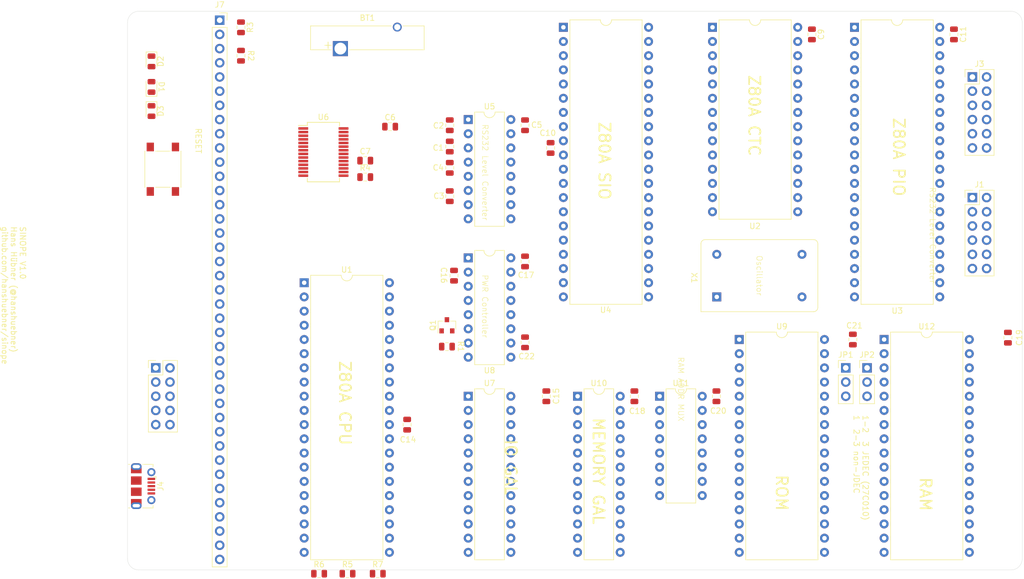
<source format=kicad_pcb>
(kicad_pcb (version 20171130) (host pcbnew "(5.1.5-0-10_14)")

  (general
    (thickness 1.6)
    (drawings 28)
    (tracks 0)
    (zones 0)
    (modules 52)
    (nets 154)
  )

  (page A4)
  (layers
    (0 F.Cu signal)
    (31 B.Cu signal)
    (32 B.Adhes user)
    (33 F.Adhes user)
    (34 B.Paste user)
    (35 F.Paste user)
    (36 B.SilkS user)
    (37 F.SilkS user)
    (38 B.Mask user)
    (39 F.Mask user)
    (40 Dwgs.User user)
    (41 Cmts.User user)
    (42 Eco1.User user)
    (43 Eco2.User user)
    (44 Edge.Cuts user)
    (45 Margin user)
    (46 B.CrtYd user)
    (47 F.CrtYd user)
    (48 B.Fab user)
    (49 F.Fab user hide)
  )

  (setup
    (last_trace_width 0.5)
    (user_trace_width 0.2)
    (user_trace_width 0.5)
    (trace_clearance 0.127)
    (zone_clearance 0.508)
    (zone_45_only no)
    (trace_min 0.127)
    (via_size 0.6)
    (via_drill 0.3)
    (via_min_size 0.45)
    (via_min_drill 0.2)
    (uvia_size 0.3)
    (uvia_drill 0.1)
    (uvias_allowed no)
    (uvia_min_size 0.2)
    (uvia_min_drill 0.1)
    (edge_width 0.05)
    (segment_width 0.2)
    (pcb_text_width 0.3)
    (pcb_text_size 1.5 1.5)
    (mod_edge_width 0.12)
    (mod_text_size 1 1)
    (mod_text_width 0.15)
    (pad_size 1.524 1.524)
    (pad_drill 0.762)
    (pad_to_mask_clearance 0.051)
    (solder_mask_min_width 0.25)
    (aux_axis_origin 0 0)
    (visible_elements FFFFF77F)
    (pcbplotparams
      (layerselection 0x010fc_ffffffff)
      (usegerberextensions false)
      (usegerberattributes false)
      (usegerberadvancedattributes false)
      (creategerberjobfile false)
      (excludeedgelayer true)
      (linewidth 0.100000)
      (plotframeref false)
      (viasonmask false)
      (mode 1)
      (useauxorigin false)
      (hpglpennumber 1)
      (hpglpenspeed 20)
      (hpglpendiameter 15.000000)
      (psnegative false)
      (psa4output false)
      (plotreference true)
      (plotvalue true)
      (plotinvisibletext false)
      (padsonsilk false)
      (subtractmaskfromsilk false)
      (outputformat 1)
      (mirror false)
      (drillshape 0)
      (scaleselection 1)
      (outputdirectory "gerber/"))
  )

  (net 0 "")
  (net 1 +5V)
  (net 2 "Net-(C1-Pad1)")
  (net 3 "Net-(C2-Pad2)")
  (net 4 "Net-(C2-Pad1)")
  (net 5 "Net-(C3-Pad2)")
  (net 6 RAMVCC)
  (net 7 "Net-(C4-Pad2)")
  (net 8 "Net-(C4-Pad1)")
  (net 9 "Net-(C7-Pad1)")
  (net 10 ~RESET)
  (net 11 "Net-(D1-Pad1)")
  (net 12 "Net-(J1-Pad10)")
  (net 13 "Net-(J1-Pad9)")
  (net 14 "Net-(J1-Pad8)")
  (net 15 "Net-(J1-Pad7)")
  (net 16 "Net-(J1-Pad6)")
  (net 17 "Net-(J1-Pad5)")
  (net 18 "Net-(J1-Pad4)")
  (net 19 "Net-(J1-Pad3)")
  (net 20 "Net-(J1-Pad2)")
  (net 21 "Net-(J1-Pad1)")
  (net 22 "Net-(J2-Pad9)")
  (net 23 "Net-(J2-Pad6)")
  (net 24 "Net-(J3-Pad10)")
  (net 25 "Net-(J3-Pad9)")
  (net 26 "Net-(J3-Pad8)")
  (net 27 "Net-(J3-Pad7)")
  (net 28 "Net-(J3-Pad6)")
  (net 29 "Net-(J3-Pad5)")
  (net 30 "Net-(J3-Pad4)")
  (net 31 "Net-(J3-Pad3)")
  (net 32 "Net-(J3-Pad2)")
  (net 33 "Net-(J3-Pad1)")
  (net 34 "Net-(Q1-Pad2)")
  (net 35 ~INT)
  (net 36 /A10)
  (net 37 ~IOREQ)
  (net 38 /A9)
  (net 39 ~MREQ)
  (net 40 /A8)
  (net 41 /A7)
  (net 42 /A6)
  (net 43 /A5)
  (net 44 /D1)
  (net 45 /A4)
  (net 46 /D0)
  (net 47 /A3)
  (net 48 /D7)
  (net 49 /A2)
  (net 50 /D2)
  (net 51 /A1)
  (net 52 /A0)
  (net 53 /D6)
  (net 54 /D5)
  (net 55 /D3)
  (net 56 ~M1)
  (net 57 /D4)
  (net 58 CLK)
  (net 59 /A15)
  (net 60 /A14)
  (net 61 /A13)
  (net 62 ~WR)
  (net 63 /A12)
  (net 64 ~RD)
  (net 65 /A11)
  (net 66 "Net-(U2-Pad11)")
  (net 67 "Net-(U2-Pad23)")
  (net 68 "Net-(U2-Pad9)")
  (net 69 "Net-(U2-Pad22)")
  (net 70 SIOCB)
  (net 71 "Net-(U2-Pad21)")
  (net 72 SIOCA)
  (net 73 "Net-(U2-Pad20)")
  (net 74 ~CTCCS)
  (net 75 ~PIOCS)
  (net 76 "Net-(U3-Pad22)")
  (net 77 "Net-(U4-Pad19)")
  (net 78 "Net-(U4-Pad18)")
  (net 79 "Net-(U4-Pad17)")
  (net 80 "Net-(U4-Pad16)")
  (net 81 ~SIOCS)
  (net 82 "Net-(U4-Pad11)")
  (net 83 "Net-(U4-Pad30)")
  (net 84 "Net-(U4-Pad10)")
  (net 85 "Net-(U4-Pad29)")
  (net 86 "Net-(U4-Pad7)")
  (net 87 "Net-(U4-Pad25)")
  (net 88 "Net-(U4-Pad24)")
  (net 89 "Net-(U4-Pad23)")
  (net 90 "Net-(U4-Pad22)")
  (net 91 ~BANKCS)
  (net 92 ~RAMCS)
  (net 93 ~ROMCS)
  (net 94 "Net-(U8-Pad16)")
  (net 95 "Net-(U8-Pad8)")
  (net 96 "Net-(U8-Pad7)")
  (net 97 "Net-(U8-Pad14)")
  (net 98 "Net-(U8-Pad6)")
  (net 99 ~RAMCS_SAFE)
  (net 100 "Net-(U8-Pad11)")
  (net 101 "Net-(U8-Pad10)")
  (net 102 "Net-(U9-Pad31)")
  (net 103 /ROMA14)
  (net 104 /ROMA15)
  (net 105 /ROMA16)
  (net 106 "Net-(U9-Pad1)")
  (net 107 RAMA16)
  (net 108 "Net-(U10-Pad17)")
  (net 109 "Net-(U10-Pad16)")
  (net 110 "Net-(U10-Pad15)")
  (net 111 "Net-(U10-Pad14)")
  (net 112 "Net-(U11-Pad7)")
  (net 113 "Net-(U11-Pad12)")
  (net 114 "Net-(U11-Pad4)")
  (net 115 "Net-(U11-Pad9)")
  (net 116 "Net-(U10-Pad19)")
  (net 117 GND)
  (net 118 "Net-(U6-Pad9)")
  (net 119 "Net-(J2-Pad10)")
  (net 120 "Net-(U4-Pad15)")
  (net 121 "Net-(U4-Pad12)")
  (net 122 "Net-(J2-Pad4)")
  (net 123 "Net-(J2-Pad1)")
  (net 124 USB_D+)
  (net 125 USB_D-)
  (net 126 "Net-(D2-Pad1)")
  (net 127 "Net-(D3-Pad1)")
  (net 128 TxDB)
  (net 129 RxDB)
  (net 130 SPARE3)
  (net 131 SPARE2)
  (net 132 SPARE1)
  (net 133 "Net-(R3-Pad2)")
  (net 134 "Net-(R4-Pad2)")
  (net 135 "Net-(U6-Pad28)")
  (net 136 "Net-(U6-Pad27)")
  (net 137 "Net-(U6-Pad26)")
  (net 138 "Net-(U6-Pad14)")
  (net 139 "Net-(U6-Pad13)")
  (net 140 "Net-(U6-Pad12)")
  (net 141 "Net-(U6-Pad6)")
  (net 142 "Net-(J2-Pad8)")
  (net 143 "Net-(J2-Pad7)")
  (net 144 "Net-(J2-Pad3)")
  (net 145 "Net-(J2-Pad2)")
  (net 146 "Net-(BT1-Pad1)")
  (net 147 ~WAIT)
  (net 148 ~BUSRQ)
  (net 149 ~NMI)
  (net 150 ~HALT)
  (net 151 ~RFSH)
  (net 152 ~BUSACK)
  (net 153 "Net-(J4-Pad4)")

  (net_class Default "This is the default net class."
    (clearance 0.127)
    (trace_width 0.127)
    (via_dia 0.6)
    (via_drill 0.3)
    (uvia_dia 0.3)
    (uvia_drill 0.1)
    (add_net /A0)
    (add_net /A1)
    (add_net /A10)
    (add_net /A11)
    (add_net /A12)
    (add_net /A13)
    (add_net /A14)
    (add_net /A15)
    (add_net /A2)
    (add_net /A3)
    (add_net /A4)
    (add_net /A5)
    (add_net /A6)
    (add_net /A7)
    (add_net /A8)
    (add_net /A9)
    (add_net /D0)
    (add_net /D1)
    (add_net /D2)
    (add_net /D3)
    (add_net /D4)
    (add_net /D5)
    (add_net /D6)
    (add_net /D7)
    (add_net /ROMA14)
    (add_net /ROMA15)
    (add_net /ROMA16)
    (add_net CLK)
    (add_net "Net-(BT1-Pad1)")
    (add_net "Net-(C1-Pad1)")
    (add_net "Net-(C2-Pad1)")
    (add_net "Net-(C2-Pad2)")
    (add_net "Net-(C3-Pad2)")
    (add_net "Net-(C4-Pad1)")
    (add_net "Net-(C4-Pad2)")
    (add_net "Net-(C7-Pad1)")
    (add_net "Net-(D1-Pad1)")
    (add_net "Net-(D2-Pad1)")
    (add_net "Net-(D3-Pad1)")
    (add_net "Net-(J1-Pad1)")
    (add_net "Net-(J1-Pad10)")
    (add_net "Net-(J1-Pad2)")
    (add_net "Net-(J1-Pad3)")
    (add_net "Net-(J1-Pad4)")
    (add_net "Net-(J1-Pad5)")
    (add_net "Net-(J1-Pad6)")
    (add_net "Net-(J1-Pad7)")
    (add_net "Net-(J1-Pad8)")
    (add_net "Net-(J1-Pad9)")
    (add_net "Net-(J2-Pad1)")
    (add_net "Net-(J2-Pad10)")
    (add_net "Net-(J2-Pad2)")
    (add_net "Net-(J2-Pad3)")
    (add_net "Net-(J2-Pad4)")
    (add_net "Net-(J2-Pad6)")
    (add_net "Net-(J2-Pad7)")
    (add_net "Net-(J2-Pad8)")
    (add_net "Net-(J2-Pad9)")
    (add_net "Net-(J3-Pad1)")
    (add_net "Net-(J3-Pad10)")
    (add_net "Net-(J3-Pad2)")
    (add_net "Net-(J3-Pad3)")
    (add_net "Net-(J3-Pad4)")
    (add_net "Net-(J3-Pad5)")
    (add_net "Net-(J3-Pad6)")
    (add_net "Net-(J3-Pad7)")
    (add_net "Net-(J3-Pad8)")
    (add_net "Net-(J3-Pad9)")
    (add_net "Net-(J4-Pad4)")
    (add_net "Net-(Q1-Pad2)")
    (add_net "Net-(R3-Pad2)")
    (add_net "Net-(R4-Pad2)")
    (add_net "Net-(U10-Pad14)")
    (add_net "Net-(U10-Pad15)")
    (add_net "Net-(U10-Pad16)")
    (add_net "Net-(U10-Pad17)")
    (add_net "Net-(U10-Pad19)")
    (add_net "Net-(U11-Pad12)")
    (add_net "Net-(U11-Pad4)")
    (add_net "Net-(U11-Pad7)")
    (add_net "Net-(U11-Pad9)")
    (add_net "Net-(U2-Pad11)")
    (add_net "Net-(U2-Pad20)")
    (add_net "Net-(U2-Pad21)")
    (add_net "Net-(U2-Pad22)")
    (add_net "Net-(U2-Pad23)")
    (add_net "Net-(U2-Pad9)")
    (add_net "Net-(U3-Pad22)")
    (add_net "Net-(U4-Pad10)")
    (add_net "Net-(U4-Pad11)")
    (add_net "Net-(U4-Pad12)")
    (add_net "Net-(U4-Pad15)")
    (add_net "Net-(U4-Pad16)")
    (add_net "Net-(U4-Pad17)")
    (add_net "Net-(U4-Pad18)")
    (add_net "Net-(U4-Pad19)")
    (add_net "Net-(U4-Pad22)")
    (add_net "Net-(U4-Pad23)")
    (add_net "Net-(U4-Pad24)")
    (add_net "Net-(U4-Pad25)")
    (add_net "Net-(U4-Pad29)")
    (add_net "Net-(U4-Pad30)")
    (add_net "Net-(U4-Pad7)")
    (add_net "Net-(U6-Pad12)")
    (add_net "Net-(U6-Pad13)")
    (add_net "Net-(U6-Pad14)")
    (add_net "Net-(U6-Pad26)")
    (add_net "Net-(U6-Pad27)")
    (add_net "Net-(U6-Pad28)")
    (add_net "Net-(U6-Pad6)")
    (add_net "Net-(U6-Pad9)")
    (add_net "Net-(U8-Pad10)")
    (add_net "Net-(U8-Pad11)")
    (add_net "Net-(U8-Pad14)")
    (add_net "Net-(U8-Pad16)")
    (add_net "Net-(U8-Pad6)")
    (add_net "Net-(U8-Pad7)")
    (add_net "Net-(U8-Pad8)")
    (add_net "Net-(U9-Pad1)")
    (add_net "Net-(U9-Pad31)")
    (add_net RAMA16)
    (add_net RAMVCC)
    (add_net RxDB)
    (add_net SIOCA)
    (add_net SIOCB)
    (add_net SPARE1)
    (add_net SPARE2)
    (add_net SPARE3)
    (add_net TxDB)
    (add_net USB_D+)
    (add_net USB_D-)
    (add_net ~BANKCS)
    (add_net ~BUSACK)
    (add_net ~BUSRQ)
    (add_net ~CTCCS)
    (add_net ~HALT)
    (add_net ~INT)
    (add_net ~IOREQ)
    (add_net ~M1)
    (add_net ~MREQ)
    (add_net ~NMI)
    (add_net ~PIOCS)
    (add_net ~RAMCS)
    (add_net ~RAMCS_SAFE)
    (add_net ~RD)
    (add_net ~RESET)
    (add_net ~RFSH)
    (add_net ~ROMCS)
    (add_net ~SIOCS)
    (add_net ~WAIT)
    (add_net ~WR)
  )

  (net_class Power ""
    (clearance 0.2)
    (trace_width 0.5)
    (via_dia 0.8)
    (via_drill 0.4)
    (uvia_dia 0.3)
    (uvia_drill 0.1)
    (add_net +5V)
    (add_net GND)
  )

  (module Connector_PinHeader_2.54mm:PinHeader_1x03_P2.54mm_Vertical (layer F.Cu) (tedit 59FED5CC) (tstamp 5EA9DD29)
    (at 171.66 87.63)
    (descr "Through hole straight pin header, 1x03, 2.54mm pitch, single row")
    (tags "Through hole pin header THT 1x03 2.54mm single row")
    (path /625FE731)
    (fp_text reference JP2 (at 0 -2.33) (layer F.SilkS)
      (effects (font (size 1 1) (thickness 0.15)))
    )
    (fp_text value SolderJumper_3_Bridged12 (at 0 7.41) (layer F.Fab)
      (effects (font (size 1 1) (thickness 0.15)))
    )
    (fp_text user %R (at 0 2.54 90) (layer F.Fab)
      (effects (font (size 1 1) (thickness 0.15)))
    )
    (fp_line (start 1.8 -1.8) (end -1.8 -1.8) (layer F.CrtYd) (width 0.05))
    (fp_line (start 1.8 6.85) (end 1.8 -1.8) (layer F.CrtYd) (width 0.05))
    (fp_line (start -1.8 6.85) (end 1.8 6.85) (layer F.CrtYd) (width 0.05))
    (fp_line (start -1.8 -1.8) (end -1.8 6.85) (layer F.CrtYd) (width 0.05))
    (fp_line (start -1.33 -1.33) (end 0 -1.33) (layer F.SilkS) (width 0.12))
    (fp_line (start -1.33 0) (end -1.33 -1.33) (layer F.SilkS) (width 0.12))
    (fp_line (start -1.33 1.27) (end 1.33 1.27) (layer F.SilkS) (width 0.12))
    (fp_line (start 1.33 1.27) (end 1.33 6.41) (layer F.SilkS) (width 0.12))
    (fp_line (start -1.33 1.27) (end -1.33 6.41) (layer F.SilkS) (width 0.12))
    (fp_line (start -1.33 6.41) (end 1.33 6.41) (layer F.SilkS) (width 0.12))
    (fp_line (start -1.27 -0.635) (end -0.635 -1.27) (layer F.Fab) (width 0.1))
    (fp_line (start -1.27 6.35) (end -1.27 -0.635) (layer F.Fab) (width 0.1))
    (fp_line (start 1.27 6.35) (end -1.27 6.35) (layer F.Fab) (width 0.1))
    (fp_line (start 1.27 -1.27) (end 1.27 6.35) (layer F.Fab) (width 0.1))
    (fp_line (start -0.635 -1.27) (end 1.27 -1.27) (layer F.Fab) (width 0.1))
    (pad 3 thru_hole oval (at 0 5.08) (size 1.7 1.7) (drill 1) (layers *.Cu *.Mask)
      (net 105 /ROMA16))
    (pad 2 thru_hole oval (at 0 2.54) (size 1.7 1.7) (drill 1) (layers *.Cu *.Mask)
      (net 64 ~RD))
    (pad 1 thru_hole rect (at 0 0) (size 1.7 1.7) (drill 1) (layers *.Cu *.Mask)
      (net 64 ~RD))
    (model ${KISYS3DMOD}/Connector_PinHeader_2.54mm.3dshapes/PinHeader_1x03_P2.54mm_Vertical.wrl
      (at (xyz 0 0 0))
      (scale (xyz 1 1 1))
      (rotate (xyz 0 0 0))
    )
  )

  (module Connector_PinHeader_2.54mm:PinHeader_1x03_P2.54mm_Vertical (layer F.Cu) (tedit 59FED5CC) (tstamp 5EA9DCE7)
    (at 167.85 87.63)
    (descr "Through hole straight pin header, 1x03, 2.54mm pitch, single row")
    (tags "Through hole pin header THT 1x03 2.54mm single row")
    (path /625599BE)
    (fp_text reference JP1 (at 0 -2.33) (layer F.SilkS)
      (effects (font (size 1 1) (thickness 0.15)))
    )
    (fp_text value SolderJumper_3_Bridged12 (at 0 7.41) (layer F.Fab)
      (effects (font (size 1 1) (thickness 0.15)))
    )
    (fp_text user %R (at 0 2.54 90) (layer F.Fab)
      (effects (font (size 1 1) (thickness 0.15)))
    )
    (fp_line (start 1.8 -1.8) (end -1.8 -1.8) (layer F.CrtYd) (width 0.05))
    (fp_line (start 1.8 6.85) (end 1.8 -1.8) (layer F.CrtYd) (width 0.05))
    (fp_line (start -1.8 6.85) (end 1.8 6.85) (layer F.CrtYd) (width 0.05))
    (fp_line (start -1.8 -1.8) (end -1.8 6.85) (layer F.CrtYd) (width 0.05))
    (fp_line (start -1.33 -1.33) (end 0 -1.33) (layer F.SilkS) (width 0.12))
    (fp_line (start -1.33 0) (end -1.33 -1.33) (layer F.SilkS) (width 0.12))
    (fp_line (start -1.33 1.27) (end 1.33 1.27) (layer F.SilkS) (width 0.12))
    (fp_line (start 1.33 1.27) (end 1.33 6.41) (layer F.SilkS) (width 0.12))
    (fp_line (start -1.33 1.27) (end -1.33 6.41) (layer F.SilkS) (width 0.12))
    (fp_line (start -1.33 6.41) (end 1.33 6.41) (layer F.SilkS) (width 0.12))
    (fp_line (start -1.27 -0.635) (end -0.635 -1.27) (layer F.Fab) (width 0.1))
    (fp_line (start -1.27 6.35) (end -1.27 -0.635) (layer F.Fab) (width 0.1))
    (fp_line (start 1.27 6.35) (end -1.27 6.35) (layer F.Fab) (width 0.1))
    (fp_line (start 1.27 -1.27) (end 1.27 6.35) (layer F.Fab) (width 0.1))
    (fp_line (start -0.635 -1.27) (end 1.27 -1.27) (layer F.Fab) (width 0.1))
    (pad 3 thru_hole oval (at 0 5.08) (size 1.7 1.7) (drill 1) (layers *.Cu *.Mask)
      (net 64 ~RD))
    (pad 2 thru_hole oval (at 0 2.54) (size 1.7 1.7) (drill 1) (layers *.Cu *.Mask)
      (net 105 /ROMA16))
    (pad 1 thru_hole rect (at 0 0) (size 1.7 1.7) (drill 1) (layers *.Cu *.Mask)
      (net 105 /ROMA16))
    (model ${KISYS3DMOD}/Connector_PinHeader_2.54mm.3dshapes/PinHeader_1x03_P2.54mm_Vertical.wrl
      (at (xyz 0 0 0))
      (scale (xyz 1 1 1))
      (rotate (xyz 0 0 0))
    )
  )

  (module Resistor_SMD:R_0805_2012Metric (layer F.Cu) (tedit 5B36C52B) (tstamp 5EA9A107)
    (at 84.1525 124.46)
    (descr "Resistor SMD 0805 (2012 Metric), square (rectangular) end terminal, IPC_7351 nominal, (Body size source: https://docs.google.com/spreadsheets/d/1BsfQQcO9C6DZCsRaXUlFlo91Tg2WpOkGARC1WS5S8t0/edit?usp=sharing), generated with kicad-footprint-generator")
    (tags resistor)
    (path /618288D7)
    (attr smd)
    (fp_text reference R7 (at 0 -1.65) (layer F.SilkS)
      (effects (font (size 1 1) (thickness 0.15)))
    )
    (fp_text value 3k3 (at 0 1.65) (layer F.Fab)
      (effects (font (size 1 1) (thickness 0.15)))
    )
    (fp_text user %R (at 0 0) (layer F.Fab)
      (effects (font (size 0.5 0.5) (thickness 0.08)))
    )
    (fp_line (start 1.68 0.95) (end -1.68 0.95) (layer F.CrtYd) (width 0.05))
    (fp_line (start 1.68 -0.95) (end 1.68 0.95) (layer F.CrtYd) (width 0.05))
    (fp_line (start -1.68 -0.95) (end 1.68 -0.95) (layer F.CrtYd) (width 0.05))
    (fp_line (start -1.68 0.95) (end -1.68 -0.95) (layer F.CrtYd) (width 0.05))
    (fp_line (start -0.258578 0.71) (end 0.258578 0.71) (layer F.SilkS) (width 0.12))
    (fp_line (start -0.258578 -0.71) (end 0.258578 -0.71) (layer F.SilkS) (width 0.12))
    (fp_line (start 1 0.6) (end -1 0.6) (layer F.Fab) (width 0.1))
    (fp_line (start 1 -0.6) (end 1 0.6) (layer F.Fab) (width 0.1))
    (fp_line (start -1 -0.6) (end 1 -0.6) (layer F.Fab) (width 0.1))
    (fp_line (start -1 0.6) (end -1 -0.6) (layer F.Fab) (width 0.1))
    (pad 2 smd roundrect (at 0.9375 0) (size 0.975 1.4) (layers F.Cu F.Paste F.Mask) (roundrect_rratio 0.25)
      (net 1 +5V))
    (pad 1 smd roundrect (at -0.9375 0) (size 0.975 1.4) (layers F.Cu F.Paste F.Mask) (roundrect_rratio 0.25)
      (net 149 ~NMI))
    (model ${KISYS3DMOD}/Resistor_SMD.3dshapes/R_0805_2012Metric.wrl
      (at (xyz 0 0 0))
      (scale (xyz 1 1 1))
      (rotate (xyz 0 0 0))
    )
  )

  (module Resistor_SMD:R_0805_2012Metric (layer F.Cu) (tedit 5B36C52B) (tstamp 5EA9A0F6)
    (at 73.66 124.46)
    (descr "Resistor SMD 0805 (2012 Metric), square (rectangular) end terminal, IPC_7351 nominal, (Body size source: https://docs.google.com/spreadsheets/d/1BsfQQcO9C6DZCsRaXUlFlo91Tg2WpOkGARC1WS5S8t0/edit?usp=sharing), generated with kicad-footprint-generator")
    (tags resistor)
    (path /61571C50)
    (attr smd)
    (fp_text reference R6 (at 0 -1.65) (layer F.SilkS)
      (effects (font (size 1 1) (thickness 0.15)))
    )
    (fp_text value 3k3 (at 0 1.65) (layer F.Fab)
      (effects (font (size 1 1) (thickness 0.15)))
    )
    (fp_text user %R (at 0 0) (layer F.Fab)
      (effects (font (size 0.5 0.5) (thickness 0.08)))
    )
    (fp_line (start 1.68 0.95) (end -1.68 0.95) (layer F.CrtYd) (width 0.05))
    (fp_line (start 1.68 -0.95) (end 1.68 0.95) (layer F.CrtYd) (width 0.05))
    (fp_line (start -1.68 -0.95) (end 1.68 -0.95) (layer F.CrtYd) (width 0.05))
    (fp_line (start -1.68 0.95) (end -1.68 -0.95) (layer F.CrtYd) (width 0.05))
    (fp_line (start -0.258578 0.71) (end 0.258578 0.71) (layer F.SilkS) (width 0.12))
    (fp_line (start -0.258578 -0.71) (end 0.258578 -0.71) (layer F.SilkS) (width 0.12))
    (fp_line (start 1 0.6) (end -1 0.6) (layer F.Fab) (width 0.1))
    (fp_line (start 1 -0.6) (end 1 0.6) (layer F.Fab) (width 0.1))
    (fp_line (start -1 -0.6) (end 1 -0.6) (layer F.Fab) (width 0.1))
    (fp_line (start -1 0.6) (end -1 -0.6) (layer F.Fab) (width 0.1))
    (pad 2 smd roundrect (at 0.9375 0) (size 0.975 1.4) (layers F.Cu F.Paste F.Mask) (roundrect_rratio 0.25)
      (net 1 +5V))
    (pad 1 smd roundrect (at -0.9375 0) (size 0.975 1.4) (layers F.Cu F.Paste F.Mask) (roundrect_rratio 0.25)
      (net 35 ~INT))
    (model ${KISYS3DMOD}/Resistor_SMD.3dshapes/R_0805_2012Metric.wrl
      (at (xyz 0 0 0))
      (scale (xyz 1 1 1))
      (rotate (xyz 0 0 0))
    )
  )

  (module Resistor_SMD:R_0805_2012Metric (layer F.Cu) (tedit 5B36C52B) (tstamp 5EA9A0E5)
    (at 78.74 124.46)
    (descr "Resistor SMD 0805 (2012 Metric), square (rectangular) end terminal, IPC_7351 nominal, (Body size source: https://docs.google.com/spreadsheets/d/1BsfQQcO9C6DZCsRaXUlFlo91Tg2WpOkGARC1WS5S8t0/edit?usp=sharing), generated with kicad-footprint-generator")
    (tags resistor)
    (path /61F3483B)
    (attr smd)
    (fp_text reference R5 (at 0 -1.65) (layer F.SilkS)
      (effects (font (size 1 1) (thickness 0.15)))
    )
    (fp_text value 3k3 (at 0 1.65) (layer F.Fab)
      (effects (font (size 1 1) (thickness 0.15)))
    )
    (fp_text user %R (at 0 0) (layer F.Fab)
      (effects (font (size 0.5 0.5) (thickness 0.08)))
    )
    (fp_line (start 1.68 0.95) (end -1.68 0.95) (layer F.CrtYd) (width 0.05))
    (fp_line (start 1.68 -0.95) (end 1.68 0.95) (layer F.CrtYd) (width 0.05))
    (fp_line (start -1.68 -0.95) (end 1.68 -0.95) (layer F.CrtYd) (width 0.05))
    (fp_line (start -1.68 0.95) (end -1.68 -0.95) (layer F.CrtYd) (width 0.05))
    (fp_line (start -0.258578 0.71) (end 0.258578 0.71) (layer F.SilkS) (width 0.12))
    (fp_line (start -0.258578 -0.71) (end 0.258578 -0.71) (layer F.SilkS) (width 0.12))
    (fp_line (start 1 0.6) (end -1 0.6) (layer F.Fab) (width 0.1))
    (fp_line (start 1 -0.6) (end 1 0.6) (layer F.Fab) (width 0.1))
    (fp_line (start -1 -0.6) (end 1 -0.6) (layer F.Fab) (width 0.1))
    (fp_line (start -1 0.6) (end -1 -0.6) (layer F.Fab) (width 0.1))
    (pad 2 smd roundrect (at 0.9375 0) (size 0.975 1.4) (layers F.Cu F.Paste F.Mask) (roundrect_rratio 0.25)
      (net 1 +5V))
    (pad 1 smd roundrect (at -0.9375 0) (size 0.975 1.4) (layers F.Cu F.Paste F.Mask) (roundrect_rratio 0.25)
      (net 148 ~BUSRQ))
    (model ${KISYS3DMOD}/Resistor_SMD.3dshapes/R_0805_2012Metric.wrl
      (at (xyz 0 0 0))
      (scale (xyz 1 1 1))
      (rotate (xyz 0 0 0))
    )
  )

  (module Battery:Battery_Panasonic_CR2032-VS1N_Vertical_CircularHoles (layer F.Cu) (tedit 5C857839) (tstamp 5EA98E00)
    (at 77.47 30.48)
    (descr "Panasonic CR-2032/VS1N battery, https://industrial.panasonic.com/cdbs/www-data/pdf2/AAA4000/AAA4000D140.pdf")
    (tags "battery CR-2032 coin cell vertical")
    (path /60A26BE2)
    (fp_text reference BT1 (at 4.825 -5.5) (layer F.SilkS)
      (effects (font (size 1 1) (thickness 0.15)))
    )
    (fp_text value Battery (at 4.825 2.5) (layer F.Fab)
      (effects (font (size 1 1) (thickness 0.15)))
    )
    (fp_text user + (at -2.2 -0.7) (layer F.SilkS)
      (effects (font (size 1.5 1.5) (thickness 0.15)))
    )
    (fp_line (start 15.13 -4.78) (end 15.13 1.45) (layer F.CrtYd) (width 0.05))
    (fp_line (start -5.48 -4.78) (end 15.13 -4.78) (layer F.CrtYd) (width 0.05))
    (fp_line (start -5.48 1.45) (end 15.13 1.45) (layer F.CrtYd) (width 0.05))
    (fp_line (start -5.48 -4.78) (end -5.48 1.45) (layer F.CrtYd) (width 0.05))
    (fp_line (start 1.61 0.21) (end 14.985 0.21) (layer F.SilkS) (width 0.12))
    (fp_line (start -5.335 0.21) (end -1.61 0.21) (layer F.SilkS) (width 0.12))
    (fp_line (start -5.335 -4.06) (end -5.335 0.21) (layer F.SilkS) (width 0.12))
    (fp_line (start 14.985 -4.06) (end 14.985 0.21) (layer F.SilkS) (width 0.12))
    (fp_line (start 11.23 -4.06) (end 14.985 -4.06) (layer F.SilkS) (width 0.12))
    (fp_line (start -5.335 -4.06) (end 9.11 -4.06) (layer F.SilkS) (width 0.12))
    (fp_line (start -5.225 0.1) (end 14.875 0.1) (layer F.Fab) (width 0.1))
    (fp_line (start -5.225 -3.95) (end -5.225 0.1) (layer F.Fab) (width 0.1))
    (fp_line (start 14.875 -3.95) (end 14.875 0.1) (layer F.Fab) (width 0.1))
    (fp_line (start -5.225 -3.95) (end 14.875 -3.95) (layer F.Fab) (width 0.1))
    (fp_text user %R (at 4.825 -2 180) (layer F.Fab)
      (effects (font (size 1 1) (thickness 0.15)))
    )
    (pad 2 thru_hole circle (at 10.17 -3.85) (size 1.6 1.6) (drill 1.09) (layers *.Cu *.Mask)
      (net 117 GND))
    (pad 1 thru_hole rect (at 0 0 90) (size 2.7 2.7) (drill 2.12) (layers *.Cu *.Mask)
      (net 146 "Net-(BT1-Pad1)"))
    (model ${KISYS3DMOD}/Battery.3dshapes/Battery_Panasonic_CR2032-VS1N_Vertical_CircularHoles.wrl
      (at (xyz 0 0 0))
      (scale (xyz 1 1 1))
      (rotate (xyz 0 0 0))
    )
  )

  (module Connector_PinHeader_2.54mm:PinHeader_2x05_P2.54mm_Vertical (layer F.Cu) (tedit 59FED5CC) (tstamp 5EA9D780)
    (at 44.45 87.63)
    (descr "Through hole straight pin header, 2x05, 2.54mm pitch, double rows")
    (tags "Through hole pin header THT 2x05 2.54mm double row")
    (path /5EA81F1E)
    (fp_text reference J2 (at 1.27 -2.33) (layer F.SilkS) hide
      (effects (font (size 1 1) (thickness 0.15)))
    )
    (fp_text value SERIAL1 (at 1.27 12.49) (layer F.Fab)
      (effects (font (size 1 1) (thickness 0.15)))
    )
    (fp_text user %R (at 1.27 5.08 90) (layer F.Fab)
      (effects (font (size 1 1) (thickness 0.15)))
    )
    (fp_line (start 4.35 -1.8) (end -1.8 -1.8) (layer F.CrtYd) (width 0.05))
    (fp_line (start 4.35 11.95) (end 4.35 -1.8) (layer F.CrtYd) (width 0.05))
    (fp_line (start -1.8 11.95) (end 4.35 11.95) (layer F.CrtYd) (width 0.05))
    (fp_line (start -1.8 -1.8) (end -1.8 11.95) (layer F.CrtYd) (width 0.05))
    (fp_line (start -1.33 -1.33) (end 0 -1.33) (layer F.SilkS) (width 0.12))
    (fp_line (start -1.33 0) (end -1.33 -1.33) (layer F.SilkS) (width 0.12))
    (fp_line (start 1.27 -1.33) (end 3.87 -1.33) (layer F.SilkS) (width 0.12))
    (fp_line (start 1.27 1.27) (end 1.27 -1.33) (layer F.SilkS) (width 0.12))
    (fp_line (start -1.33 1.27) (end 1.27 1.27) (layer F.SilkS) (width 0.12))
    (fp_line (start 3.87 -1.33) (end 3.87 11.49) (layer F.SilkS) (width 0.12))
    (fp_line (start -1.33 1.27) (end -1.33 11.49) (layer F.SilkS) (width 0.12))
    (fp_line (start -1.33 11.49) (end 3.87 11.49) (layer F.SilkS) (width 0.12))
    (fp_line (start -1.27 0) (end 0 -1.27) (layer F.Fab) (width 0.1))
    (fp_line (start -1.27 11.43) (end -1.27 0) (layer F.Fab) (width 0.1))
    (fp_line (start 3.81 11.43) (end -1.27 11.43) (layer F.Fab) (width 0.1))
    (fp_line (start 3.81 -1.27) (end 3.81 11.43) (layer F.Fab) (width 0.1))
    (fp_line (start 0 -1.27) (end 3.81 -1.27) (layer F.Fab) (width 0.1))
    (pad 10 thru_hole oval (at 2.54 10.16) (size 1.7 1.7) (drill 1) (layers *.Cu *.Mask)
      (net 119 "Net-(J2-Pad10)"))
    (pad 9 thru_hole oval (at 0 10.16) (size 1.7 1.7) (drill 1) (layers *.Cu *.Mask)
      (net 22 "Net-(J2-Pad9)"))
    (pad 8 thru_hole oval (at 2.54 7.62) (size 1.7 1.7) (drill 1) (layers *.Cu *.Mask)
      (net 142 "Net-(J2-Pad8)"))
    (pad 7 thru_hole oval (at 0 7.62) (size 1.7 1.7) (drill 1) (layers *.Cu *.Mask)
      (net 143 "Net-(J2-Pad7)"))
    (pad 6 thru_hole oval (at 2.54 5.08) (size 1.7 1.7) (drill 1) (layers *.Cu *.Mask)
      (net 23 "Net-(J2-Pad6)"))
    (pad 5 thru_hole oval (at 0 5.08) (size 1.7 1.7) (drill 1) (layers *.Cu *.Mask)
      (net 117 GND))
    (pad 4 thru_hole oval (at 2.54 2.54) (size 1.7 1.7) (drill 1) (layers *.Cu *.Mask)
      (net 122 "Net-(J2-Pad4)"))
    (pad 3 thru_hole oval (at 0 2.54) (size 1.7 1.7) (drill 1) (layers *.Cu *.Mask)
      (net 144 "Net-(J2-Pad3)"))
    (pad 2 thru_hole oval (at 2.54 0) (size 1.7 1.7) (drill 1) (layers *.Cu *.Mask)
      (net 145 "Net-(J2-Pad2)"))
    (pad 1 thru_hole rect (at 0 0) (size 1.7 1.7) (drill 1) (layers *.Cu *.Mask)
      (net 123 "Net-(J2-Pad1)"))
    (model ${KISYS3DMOD}/Connector_PinHeader_2.54mm.3dshapes/PinHeader_2x05_P2.54mm_Vertical.wrl
      (at (xyz 0 0 0))
      (scale (xyz 1 1 1))
      (rotate (xyz 0 0 0))
    )
  )

  (module Package_SO:SSOP-28_5.3x10.2mm_P0.65mm (layer F.Cu) (tedit 5A02F25C) (tstamp 5EA94990)
    (at 74.43 49)
    (descr "28-Lead Plastic Shrink Small Outline (SS)-5.30 mm Body [SSOP] (see Microchip Packaging Specification 00000049BS.pdf)")
    (tags "SSOP 0.65")
    (path /5F5C6B60)
    (attr smd)
    (fp_text reference U6 (at 0 -6.25) (layer F.SilkS)
      (effects (font (size 1 1) (thickness 0.15)))
    )
    (fp_text value FT232RL (at 0 6.25) (layer F.Fab)
      (effects (font (size 1 1) (thickness 0.15)))
    )
    (fp_text user %R (at 0 0) (layer F.Fab)
      (effects (font (size 0.8 0.8) (thickness 0.15)))
    )
    (fp_line (start -2.875 -4.75) (end -4.475 -4.75) (layer F.SilkS) (width 0.15))
    (fp_line (start -2.875 5.325) (end 2.875 5.325) (layer F.SilkS) (width 0.15))
    (fp_line (start -2.875 -5.325) (end 2.875 -5.325) (layer F.SilkS) (width 0.15))
    (fp_line (start -2.875 5.325) (end -2.875 4.675) (layer F.SilkS) (width 0.15))
    (fp_line (start 2.875 5.325) (end 2.875 4.675) (layer F.SilkS) (width 0.15))
    (fp_line (start 2.875 -5.325) (end 2.875 -4.675) (layer F.SilkS) (width 0.15))
    (fp_line (start -2.875 -5.325) (end -2.875 -4.75) (layer F.SilkS) (width 0.15))
    (fp_line (start -4.75 5.5) (end 4.75 5.5) (layer F.CrtYd) (width 0.05))
    (fp_line (start -4.75 -5.5) (end 4.75 -5.5) (layer F.CrtYd) (width 0.05))
    (fp_line (start 4.75 -5.5) (end 4.75 5.5) (layer F.CrtYd) (width 0.05))
    (fp_line (start -4.75 -5.5) (end -4.75 5.5) (layer F.CrtYd) (width 0.05))
    (fp_line (start -2.65 -4.1) (end -1.65 -5.1) (layer F.Fab) (width 0.15))
    (fp_line (start -2.65 5.1) (end -2.65 -4.1) (layer F.Fab) (width 0.15))
    (fp_line (start 2.65 5.1) (end -2.65 5.1) (layer F.Fab) (width 0.15))
    (fp_line (start 2.65 -5.1) (end 2.65 5.1) (layer F.Fab) (width 0.15))
    (fp_line (start -1.65 -5.1) (end 2.65 -5.1) (layer F.Fab) (width 0.15))
    (pad 28 smd rect (at 3.6 -4.225) (size 1.75 0.45) (layers F.Cu F.Paste F.Mask)
      (net 135 "Net-(U6-Pad28)"))
    (pad 27 smd rect (at 3.6 -3.575) (size 1.75 0.45) (layers F.Cu F.Paste F.Mask)
      (net 136 "Net-(U6-Pad27)"))
    (pad 26 smd rect (at 3.6 -2.925) (size 1.75 0.45) (layers F.Cu F.Paste F.Mask)
      (net 137 "Net-(U6-Pad26)"))
    (pad 25 smd rect (at 3.6 -2.275) (size 1.75 0.45) (layers F.Cu F.Paste F.Mask)
      (net 117 GND))
    (pad 24 smd rect (at 3.6 -1.625) (size 1.75 0.45) (layers F.Cu F.Paste F.Mask))
    (pad 23 smd rect (at 3.6 -0.975) (size 1.75 0.45) (layers F.Cu F.Paste F.Mask)
      (net 133 "Net-(R3-Pad2)"))
    (pad 22 smd rect (at 3.6 -0.325) (size 1.75 0.45) (layers F.Cu F.Paste F.Mask)
      (net 134 "Net-(R4-Pad2)"))
    (pad 21 smd rect (at 3.6 0.325) (size 1.75 0.45) (layers F.Cu F.Paste F.Mask)
      (net 117 GND))
    (pad 20 smd rect (at 3.6 0.975) (size 1.75 0.45) (layers F.Cu F.Paste F.Mask)
      (net 1 +5V))
    (pad 19 smd rect (at 3.6 1.625) (size 1.75 0.45) (layers F.Cu F.Paste F.Mask)
      (net 10 ~RESET))
    (pad 18 smd rect (at 3.6 2.275) (size 1.75 0.45) (layers F.Cu F.Paste F.Mask)
      (net 117 GND))
    (pad 17 smd rect (at 3.6 2.925) (size 1.75 0.45) (layers F.Cu F.Paste F.Mask)
      (net 9 "Net-(C7-Pad1)"))
    (pad 16 smd rect (at 3.6 3.575) (size 1.75 0.45) (layers F.Cu F.Paste F.Mask)
      (net 125 USB_D-))
    (pad 15 smd rect (at 3.6 4.225) (size 1.75 0.45) (layers F.Cu F.Paste F.Mask)
      (net 124 USB_D+))
    (pad 14 smd rect (at -3.6 4.225) (size 1.75 0.45) (layers F.Cu F.Paste F.Mask)
      (net 138 "Net-(U6-Pad14)"))
    (pad 13 smd rect (at -3.6 3.575) (size 1.75 0.45) (layers F.Cu F.Paste F.Mask)
      (net 139 "Net-(U6-Pad13)"))
    (pad 12 smd rect (at -3.6 2.925) (size 1.75 0.45) (layers F.Cu F.Paste F.Mask)
      (net 140 "Net-(U6-Pad12)"))
    (pad 11 smd rect (at -3.6 2.275) (size 1.75 0.45) (layers F.Cu F.Paste F.Mask)
      (net 79 "Net-(U4-Pad17)"))
    (pad 10 smd rect (at -3.6 1.625) (size 1.75 0.45) (layers F.Cu F.Paste F.Mask)
      (net 80 "Net-(U4-Pad16)"))
    (pad 9 smd rect (at -3.6 0.975) (size 1.75 0.45) (layers F.Cu F.Paste F.Mask)
      (net 118 "Net-(U6-Pad9)"))
    (pad 8 smd rect (at -3.6 0.325) (size 1.75 0.45) (layers F.Cu F.Paste F.Mask))
    (pad 7 smd rect (at -3.6 -0.325) (size 1.75 0.45) (layers F.Cu F.Paste F.Mask)
      (net 117 GND))
    (pad 6 smd rect (at -3.6 -0.975) (size 1.75 0.45) (layers F.Cu F.Paste F.Mask)
      (net 141 "Net-(U6-Pad6)"))
    (pad 5 smd rect (at -3.6 -1.625) (size 1.75 0.45) (layers F.Cu F.Paste F.Mask)
      (net 120 "Net-(U4-Pad15)"))
    (pad 4 smd rect (at -3.6 -2.275) (size 1.75 0.45) (layers F.Cu F.Paste F.Mask)
      (net 1 +5V))
    (pad 3 smd rect (at -3.6 -2.925) (size 1.75 0.45) (layers F.Cu F.Paste F.Mask)
      (net 78 "Net-(U4-Pad18)"))
    (pad 2 smd rect (at -3.6 -3.575) (size 1.75 0.45) (layers F.Cu F.Paste F.Mask)
      (net 77 "Net-(U4-Pad19)"))
    (pad 1 smd rect (at -3.6 -4.225) (size 1.75 0.45) (layers F.Cu F.Paste F.Mask)
      (net 121 "Net-(U4-Pad12)"))
    (model ${KISYS3DMOD}/Package_SO.3dshapes/SSOP-28_5.3x10.2mm_P0.65mm.wrl
      (at (xyz 0 0 0))
      (scale (xyz 1 1 1))
      (rotate (xyz 0 0 0))
    )
  )

  (module Resistor_SMD:R_0805_2012Metric (layer F.Cu) (tedit 5B36C52B) (tstamp 5EA94727)
    (at 81.91 53.48)
    (descr "Resistor SMD 0805 (2012 Metric), square (rectangular) end terminal, IPC_7351 nominal, (Body size source: https://docs.google.com/spreadsheets/d/1BsfQQcO9C6DZCsRaXUlFlo91Tg2WpOkGARC1WS5S8t0/edit?usp=sharing), generated with kicad-footprint-generator")
    (tags resistor)
    (path /600CCC16)
    (attr smd)
    (fp_text reference R4 (at 0 -1.65) (layer F.SilkS)
      (effects (font (size 1 1) (thickness 0.15)))
    )
    (fp_text value 330 (at 0 1.65) (layer F.Fab)
      (effects (font (size 1 1) (thickness 0.15)))
    )
    (fp_text user %R (at 0 0) (layer F.Fab)
      (effects (font (size 0.5 0.5) (thickness 0.08)))
    )
    (fp_line (start 1.68 0.95) (end -1.68 0.95) (layer F.CrtYd) (width 0.05))
    (fp_line (start 1.68 -0.95) (end 1.68 0.95) (layer F.CrtYd) (width 0.05))
    (fp_line (start -1.68 -0.95) (end 1.68 -0.95) (layer F.CrtYd) (width 0.05))
    (fp_line (start -1.68 0.95) (end -1.68 -0.95) (layer F.CrtYd) (width 0.05))
    (fp_line (start -0.258578 0.71) (end 0.258578 0.71) (layer F.SilkS) (width 0.12))
    (fp_line (start -0.258578 -0.71) (end 0.258578 -0.71) (layer F.SilkS) (width 0.12))
    (fp_line (start 1 0.6) (end -1 0.6) (layer F.Fab) (width 0.1))
    (fp_line (start 1 -0.6) (end 1 0.6) (layer F.Fab) (width 0.1))
    (fp_line (start -1 -0.6) (end 1 -0.6) (layer F.Fab) (width 0.1))
    (fp_line (start -1 0.6) (end -1 -0.6) (layer F.Fab) (width 0.1))
    (pad 2 smd roundrect (at 0.9375 0) (size 0.975 1.4) (layers F.Cu F.Paste F.Mask) (roundrect_rratio 0.25)
      (net 134 "Net-(R4-Pad2)"))
    (pad 1 smd roundrect (at -0.9375 0) (size 0.975 1.4) (layers F.Cu F.Paste F.Mask) (roundrect_rratio 0.25)
      (net 127 "Net-(D3-Pad1)"))
    (model ${KISYS3DMOD}/Resistor_SMD.3dshapes/R_0805_2012Metric.wrl
      (at (xyz 0 0 0))
      (scale (xyz 1 1 1))
      (rotate (xyz 0 0 0))
    )
  )

  (module Resistor_SMD:R_0805_2012Metric (layer F.Cu) (tedit 5B36C52B) (tstamp 5EA94716)
    (at 59.69 26.67 270)
    (descr "Resistor SMD 0805 (2012 Metric), square (rectangular) end terminal, IPC_7351 nominal, (Body size source: https://docs.google.com/spreadsheets/d/1BsfQQcO9C6DZCsRaXUlFlo91Tg2WpOkGARC1WS5S8t0/edit?usp=sharing), generated with kicad-footprint-generator")
    (tags resistor)
    (path /600CB39B)
    (attr smd)
    (fp_text reference R3 (at 0 -1.65 90) (layer F.SilkS)
      (effects (font (size 1 1) (thickness 0.15)))
    )
    (fp_text value 330 (at 0 1.65 90) (layer F.Fab)
      (effects (font (size 1 1) (thickness 0.15)))
    )
    (fp_text user %R (at 0 0 90) (layer F.Fab)
      (effects (font (size 0.5 0.5) (thickness 0.08)))
    )
    (fp_line (start 1.68 0.95) (end -1.68 0.95) (layer F.CrtYd) (width 0.05))
    (fp_line (start 1.68 -0.95) (end 1.68 0.95) (layer F.CrtYd) (width 0.05))
    (fp_line (start -1.68 -0.95) (end 1.68 -0.95) (layer F.CrtYd) (width 0.05))
    (fp_line (start -1.68 0.95) (end -1.68 -0.95) (layer F.CrtYd) (width 0.05))
    (fp_line (start -0.258578 0.71) (end 0.258578 0.71) (layer F.SilkS) (width 0.12))
    (fp_line (start -0.258578 -0.71) (end 0.258578 -0.71) (layer F.SilkS) (width 0.12))
    (fp_line (start 1 0.6) (end -1 0.6) (layer F.Fab) (width 0.1))
    (fp_line (start 1 -0.6) (end 1 0.6) (layer F.Fab) (width 0.1))
    (fp_line (start -1 -0.6) (end 1 -0.6) (layer F.Fab) (width 0.1))
    (fp_line (start -1 0.6) (end -1 -0.6) (layer F.Fab) (width 0.1))
    (pad 2 smd roundrect (at 0.9375 0 270) (size 0.975 1.4) (layers F.Cu F.Paste F.Mask) (roundrect_rratio 0.25)
      (net 133 "Net-(R3-Pad2)"))
    (pad 1 smd roundrect (at -0.9375 0 270) (size 0.975 1.4) (layers F.Cu F.Paste F.Mask) (roundrect_rratio 0.25)
      (net 126 "Net-(D2-Pad1)"))
    (model ${KISYS3DMOD}/Resistor_SMD.3dshapes/R_0805_2012Metric.wrl
      (at (xyz 0 0 0))
      (scale (xyz 1 1 1))
      (rotate (xyz 0 0 0))
    )
  )

  (module LED_SMD:LED_0805_2012Metric (layer F.Cu) (tedit 5B36C52C) (tstamp 5EA944B0)
    (at 43.688 41.656 270)
    (descr "LED SMD 0805 (2012 Metric), square (rectangular) end terminal, IPC_7351 nominal, (Body size source: https://docs.google.com/spreadsheets/d/1BsfQQcO9C6DZCsRaXUlFlo91Tg2WpOkGARC1WS5S8t0/edit?usp=sharing), generated with kicad-footprint-generator")
    (tags diode)
    (path /60152E8C)
    (attr smd)
    (fp_text reference D3 (at 0 -1.65 90) (layer F.SilkS)
      (effects (font (size 1 1) (thickness 0.15)))
    )
    (fp_text value LED (at 0 1.65 90) (layer F.Fab)
      (effects (font (size 1 1) (thickness 0.15)))
    )
    (fp_text user %R (at 0 0 90) (layer F.Fab)
      (effects (font (size 0.5 0.5) (thickness 0.08)))
    )
    (fp_line (start 1.68 0.95) (end -1.68 0.95) (layer F.CrtYd) (width 0.05))
    (fp_line (start 1.68 -0.95) (end 1.68 0.95) (layer F.CrtYd) (width 0.05))
    (fp_line (start -1.68 -0.95) (end 1.68 -0.95) (layer F.CrtYd) (width 0.05))
    (fp_line (start -1.68 0.95) (end -1.68 -0.95) (layer F.CrtYd) (width 0.05))
    (fp_line (start -1.685 0.96) (end 1 0.96) (layer F.SilkS) (width 0.12))
    (fp_line (start -1.685 -0.96) (end -1.685 0.96) (layer F.SilkS) (width 0.12))
    (fp_line (start 1 -0.96) (end -1.685 -0.96) (layer F.SilkS) (width 0.12))
    (fp_line (start 1 0.6) (end 1 -0.6) (layer F.Fab) (width 0.1))
    (fp_line (start -1 0.6) (end 1 0.6) (layer F.Fab) (width 0.1))
    (fp_line (start -1 -0.3) (end -1 0.6) (layer F.Fab) (width 0.1))
    (fp_line (start -0.7 -0.6) (end -1 -0.3) (layer F.Fab) (width 0.1))
    (fp_line (start 1 -0.6) (end -0.7 -0.6) (layer F.Fab) (width 0.1))
    (pad 2 smd roundrect (at 0.9375 0 270) (size 0.975 1.4) (layers F.Cu F.Paste F.Mask) (roundrect_rratio 0.25)
      (net 1 +5V))
    (pad 1 smd roundrect (at -0.9375 0 270) (size 0.975 1.4) (layers F.Cu F.Paste F.Mask) (roundrect_rratio 0.25)
      (net 127 "Net-(D3-Pad1)"))
    (model ${KISYS3DMOD}/LED_SMD.3dshapes/LED_0805_2012Metric.wrl
      (at (xyz 0 0 0))
      (scale (xyz 1 1 1))
      (rotate (xyz 0 0 0))
    )
  )

  (module LED_SMD:LED_0805_2012Metric (layer F.Cu) (tedit 5B36C52C) (tstamp 5EA9449D)
    (at 43.688 32.766 270)
    (descr "LED SMD 0805 (2012 Metric), square (rectangular) end terminal, IPC_7351 nominal, (Body size source: https://docs.google.com/spreadsheets/d/1BsfQQcO9C6DZCsRaXUlFlo91Tg2WpOkGARC1WS5S8t0/edit?usp=sharing), generated with kicad-footprint-generator")
    (tags diode)
    (path /60150BFA)
    (attr smd)
    (fp_text reference D2 (at 0 -1.65 90) (layer F.SilkS)
      (effects (font (size 1 1) (thickness 0.15)))
    )
    (fp_text value LED (at 0 1.65 90) (layer F.Fab)
      (effects (font (size 1 1) (thickness 0.15)))
    )
    (fp_text user %R (at 0 0 90) (layer F.Fab)
      (effects (font (size 0.5 0.5) (thickness 0.08)))
    )
    (fp_line (start 1.68 0.95) (end -1.68 0.95) (layer F.CrtYd) (width 0.05))
    (fp_line (start 1.68 -0.95) (end 1.68 0.95) (layer F.CrtYd) (width 0.05))
    (fp_line (start -1.68 -0.95) (end 1.68 -0.95) (layer F.CrtYd) (width 0.05))
    (fp_line (start -1.68 0.95) (end -1.68 -0.95) (layer F.CrtYd) (width 0.05))
    (fp_line (start -1.685 0.96) (end 1 0.96) (layer F.SilkS) (width 0.12))
    (fp_line (start -1.685 -0.96) (end -1.685 0.96) (layer F.SilkS) (width 0.12))
    (fp_line (start 1 -0.96) (end -1.685 -0.96) (layer F.SilkS) (width 0.12))
    (fp_line (start 1 0.6) (end 1 -0.6) (layer F.Fab) (width 0.1))
    (fp_line (start -1 0.6) (end 1 0.6) (layer F.Fab) (width 0.1))
    (fp_line (start -1 -0.3) (end -1 0.6) (layer F.Fab) (width 0.1))
    (fp_line (start -0.7 -0.6) (end -1 -0.3) (layer F.Fab) (width 0.1))
    (fp_line (start 1 -0.6) (end -0.7 -0.6) (layer F.Fab) (width 0.1))
    (pad 2 smd roundrect (at 0.9375 0 270) (size 0.975 1.4) (layers F.Cu F.Paste F.Mask) (roundrect_rratio 0.25)
      (net 1 +5V))
    (pad 1 smd roundrect (at -0.9375 0 270) (size 0.975 1.4) (layers F.Cu F.Paste F.Mask) (roundrect_rratio 0.25)
      (net 126 "Net-(D2-Pad1)"))
    (model ${KISYS3DMOD}/LED_SMD.3dshapes/LED_0805_2012Metric.wrl
      (at (xyz 0 0 0))
      (scale (xyz 1 1 1))
      (rotate (xyz 0 0 0))
    )
  )

  (module Capacitor_SMD:C_0805_2012Metric (layer F.Cu) (tedit 5B36C52B) (tstamp 5EA942E6)
    (at 81.91 50.53)
    (descr "Capacitor SMD 0805 (2012 Metric), square (rectangular) end terminal, IPC_7351 nominal, (Body size source: https://docs.google.com/spreadsheets/d/1BsfQQcO9C6DZCsRaXUlFlo91Tg2WpOkGARC1WS5S8t0/edit?usp=sharing), generated with kicad-footprint-generator")
    (tags capacitor)
    (path /5F42FD54)
    (attr smd)
    (fp_text reference C7 (at 0 -1.65) (layer F.SilkS)
      (effects (font (size 1 1) (thickness 0.15)))
    )
    (fp_text value 100nF (at 0 1.65) (layer F.Fab)
      (effects (font (size 1 1) (thickness 0.15)))
    )
    (fp_text user %R (at 0 0) (layer F.Fab)
      (effects (font (size 0.5 0.5) (thickness 0.08)))
    )
    (fp_line (start 1.68 0.95) (end -1.68 0.95) (layer F.CrtYd) (width 0.05))
    (fp_line (start 1.68 -0.95) (end 1.68 0.95) (layer F.CrtYd) (width 0.05))
    (fp_line (start -1.68 -0.95) (end 1.68 -0.95) (layer F.CrtYd) (width 0.05))
    (fp_line (start -1.68 0.95) (end -1.68 -0.95) (layer F.CrtYd) (width 0.05))
    (fp_line (start -0.258578 0.71) (end 0.258578 0.71) (layer F.SilkS) (width 0.12))
    (fp_line (start -0.258578 -0.71) (end 0.258578 -0.71) (layer F.SilkS) (width 0.12))
    (fp_line (start 1 0.6) (end -1 0.6) (layer F.Fab) (width 0.1))
    (fp_line (start 1 -0.6) (end 1 0.6) (layer F.Fab) (width 0.1))
    (fp_line (start -1 -0.6) (end 1 -0.6) (layer F.Fab) (width 0.1))
    (fp_line (start -1 0.6) (end -1 -0.6) (layer F.Fab) (width 0.1))
    (pad 2 smd roundrect (at 0.9375 0) (size 0.975 1.4) (layers F.Cu F.Paste F.Mask) (roundrect_rratio 0.25)
      (net 117 GND))
    (pad 1 smd roundrect (at -0.9375 0) (size 0.975 1.4) (layers F.Cu F.Paste F.Mask) (roundrect_rratio 0.25)
      (net 9 "Net-(C7-Pad1)"))
    (model ${KISYS3DMOD}/Capacitor_SMD.3dshapes/C_0805_2012Metric.wrl
      (at (xyz 0 0 0))
      (scale (xyz 1 1 1))
      (rotate (xyz 0 0 0))
    )
  )

  (module Capacitor_SMD:C_0805_2012Metric (layer F.Cu) (tedit 5B36C52B) (tstamp 5EA942D5)
    (at 86.36 44.45)
    (descr "Capacitor SMD 0805 (2012 Metric), square (rectangular) end terminal, IPC_7351 nominal, (Body size source: https://docs.google.com/spreadsheets/d/1BsfQQcO9C6DZCsRaXUlFlo91Tg2WpOkGARC1WS5S8t0/edit?usp=sharing), generated with kicad-footprint-generator")
    (tags capacitor)
    (path /60536A57)
    (attr smd)
    (fp_text reference C6 (at 0 -1.65) (layer F.SilkS)
      (effects (font (size 1 1) (thickness 0.15)))
    )
    (fp_text value 100nF (at 0 1.65) (layer F.Fab)
      (effects (font (size 1 1) (thickness 0.15)))
    )
    (fp_text user %R (at 0 0) (layer F.Fab)
      (effects (font (size 0.5 0.5) (thickness 0.08)))
    )
    (fp_line (start 1.68 0.95) (end -1.68 0.95) (layer F.CrtYd) (width 0.05))
    (fp_line (start 1.68 -0.95) (end 1.68 0.95) (layer F.CrtYd) (width 0.05))
    (fp_line (start -1.68 -0.95) (end 1.68 -0.95) (layer F.CrtYd) (width 0.05))
    (fp_line (start -1.68 0.95) (end -1.68 -0.95) (layer F.CrtYd) (width 0.05))
    (fp_line (start -0.258578 0.71) (end 0.258578 0.71) (layer F.SilkS) (width 0.12))
    (fp_line (start -0.258578 -0.71) (end 0.258578 -0.71) (layer F.SilkS) (width 0.12))
    (fp_line (start 1 0.6) (end -1 0.6) (layer F.Fab) (width 0.1))
    (fp_line (start 1 -0.6) (end 1 0.6) (layer F.Fab) (width 0.1))
    (fp_line (start -1 -0.6) (end 1 -0.6) (layer F.Fab) (width 0.1))
    (fp_line (start -1 0.6) (end -1 -0.6) (layer F.Fab) (width 0.1))
    (pad 2 smd roundrect (at 0.9375 0) (size 0.975 1.4) (layers F.Cu F.Paste F.Mask) (roundrect_rratio 0.25)
      (net 117 GND))
    (pad 1 smd roundrect (at -0.9375 0) (size 0.975 1.4) (layers F.Cu F.Paste F.Mask) (roundrect_rratio 0.25)
      (net 1 +5V))
    (model ${KISYS3DMOD}/Capacitor_SMD.3dshapes/C_0805_2012Metric.wrl
      (at (xyz 0 0 0))
      (scale (xyz 1 1 1))
      (rotate (xyz 0 0 0))
    )
  )

  (module Package_DIP:DIP-16_W7.62mm (layer F.Cu) (tedit 5A02E8C5) (tstamp 5EA92591)
    (at 134.56 92.71)
    (descr "16-lead though-hole mounted DIP package, row spacing 7.62 mm (300 mils)")
    (tags "THT DIP DIL PDIP 2.54mm 7.62mm 300mil")
    (path /5EB29D25)
    (fp_text reference U11 (at 3.81 -2.33) (layer F.SilkS)
      (effects (font (size 1 1) (thickness 0.15)))
    )
    (fp_text value 74LS157 (at 3.81 20.11) (layer F.Fab)
      (effects (font (size 1 1) (thickness 0.15)))
    )
    (fp_text user %R (at 3.81 8.89) (layer F.Fab)
      (effects (font (size 1 1) (thickness 0.15)))
    )
    (fp_line (start 8.7 -1.55) (end -1.1 -1.55) (layer F.CrtYd) (width 0.05))
    (fp_line (start 8.7 19.3) (end 8.7 -1.55) (layer F.CrtYd) (width 0.05))
    (fp_line (start -1.1 19.3) (end 8.7 19.3) (layer F.CrtYd) (width 0.05))
    (fp_line (start -1.1 -1.55) (end -1.1 19.3) (layer F.CrtYd) (width 0.05))
    (fp_line (start 6.46 -1.33) (end 4.81 -1.33) (layer F.SilkS) (width 0.12))
    (fp_line (start 6.46 19.11) (end 6.46 -1.33) (layer F.SilkS) (width 0.12))
    (fp_line (start 1.16 19.11) (end 6.46 19.11) (layer F.SilkS) (width 0.12))
    (fp_line (start 1.16 -1.33) (end 1.16 19.11) (layer F.SilkS) (width 0.12))
    (fp_line (start 2.81 -1.33) (end 1.16 -1.33) (layer F.SilkS) (width 0.12))
    (fp_line (start 0.635 -0.27) (end 1.635 -1.27) (layer F.Fab) (width 0.1))
    (fp_line (start 0.635 19.05) (end 0.635 -0.27) (layer F.Fab) (width 0.1))
    (fp_line (start 6.985 19.05) (end 0.635 19.05) (layer F.Fab) (width 0.1))
    (fp_line (start 6.985 -1.27) (end 6.985 19.05) (layer F.Fab) (width 0.1))
    (fp_line (start 1.635 -1.27) (end 6.985 -1.27) (layer F.Fab) (width 0.1))
    (fp_arc (start 3.81 -1.33) (end 2.81 -1.33) (angle -180) (layer F.SilkS) (width 0.12))
    (pad 16 thru_hole oval (at 7.62 0) (size 1.6 1.6) (drill 0.8) (layers *.Cu *.Mask)
      (net 1 +5V))
    (pad 8 thru_hole oval (at 0 17.78) (size 1.6 1.6) (drill 0.8) (layers *.Cu *.Mask)
      (net 117 GND))
    (pad 15 thru_hole oval (at 7.62 2.54) (size 1.6 1.6) (drill 0.8) (layers *.Cu *.Mask)
      (net 117 GND))
    (pad 7 thru_hole oval (at 0 15.24) (size 1.6 1.6) (drill 0.8) (layers *.Cu *.Mask)
      (net 112 "Net-(U11-Pad7)"))
    (pad 14 thru_hole oval (at 7.62 5.08) (size 1.6 1.6) (drill 0.8) (layers *.Cu *.Mask)
      (net 59 /A15))
    (pad 6 thru_hole oval (at 0 12.7) (size 1.6 1.6) (drill 0.8) (layers *.Cu *.Mask)
      (net 110 "Net-(U10-Pad15)"))
    (pad 13 thru_hole oval (at 7.62 7.62) (size 1.6 1.6) (drill 0.8) (layers *.Cu *.Mask)
      (net 108 "Net-(U10-Pad17)"))
    (pad 5 thru_hole oval (at 0 10.16) (size 1.6 1.6) (drill 0.8) (layers *.Cu *.Mask)
      (net 61 /A13))
    (pad 12 thru_hole oval (at 7.62 10.16) (size 1.6 1.6) (drill 0.8) (layers *.Cu *.Mask)
      (net 113 "Net-(U11-Pad12)"))
    (pad 4 thru_hole oval (at 0 7.62) (size 1.6 1.6) (drill 0.8) (layers *.Cu *.Mask)
      (net 114 "Net-(U11-Pad4)"))
    (pad 11 thru_hole oval (at 7.62 12.7) (size 1.6 1.6) (drill 0.8) (layers *.Cu *.Mask)
      (net 60 /A14))
    (pad 3 thru_hole oval (at 0 5.08) (size 1.6 1.6) (drill 0.8) (layers *.Cu *.Mask)
      (net 111 "Net-(U10-Pad14)"))
    (pad 10 thru_hole oval (at 7.62 15.24) (size 1.6 1.6) (drill 0.8) (layers *.Cu *.Mask)
      (net 109 "Net-(U10-Pad16)"))
    (pad 2 thru_hole oval (at 0 2.54) (size 1.6 1.6) (drill 0.8) (layers *.Cu *.Mask)
      (net 63 /A12))
    (pad 9 thru_hole oval (at 7.62 17.78) (size 1.6 1.6) (drill 0.8) (layers *.Cu *.Mask)
      (net 115 "Net-(U11-Pad9)"))
    (pad 1 thru_hole rect (at 0 0) (size 1.6 1.6) (drill 0.8) (layers *.Cu *.Mask)
      (net 116 "Net-(U10-Pad19)"))
    (model ${KISYS3DMOD}/Package_DIP.3dshapes/DIP-16_W7.62mm.wrl
      (at (xyz 0 0 0))
      (scale (xyz 1 1 1))
      (rotate (xyz 0 0 0))
    )
  )

  (module Package_DIP:DIP-16_W7.62mm (layer F.Cu) (tedit 5A02E8C5) (tstamp 5EA93573)
    (at 100.33 67.945)
    (descr "16-lead though-hole mounted DIP package, row spacing 7.62 mm (300 mils)")
    (tags "THT DIP DIL PDIP 2.54mm 7.62mm 300mil")
    (path /5E9D98CF)
    (fp_text reference U8 (at 3.81 20.1422) (layer F.SilkS)
      (effects (font (size 1 1) (thickness 0.15)))
    )
    (fp_text value MAX695 (at 3.81 20.11) (layer F.Fab)
      (effects (font (size 1 1) (thickness 0.15)))
    )
    (fp_text user %R (at 2.54 10.16) (layer F.Fab)
      (effects (font (size 1 1) (thickness 0.15)))
    )
    (fp_line (start 8.7 -1.55) (end -1.1 -1.55) (layer F.CrtYd) (width 0.05))
    (fp_line (start 8.7 19.3) (end 8.7 -1.55) (layer F.CrtYd) (width 0.05))
    (fp_line (start -1.1 19.3) (end 8.7 19.3) (layer F.CrtYd) (width 0.05))
    (fp_line (start -1.1 -1.55) (end -1.1 19.3) (layer F.CrtYd) (width 0.05))
    (fp_line (start 6.46 -1.33) (end 4.81 -1.33) (layer F.SilkS) (width 0.12))
    (fp_line (start 6.46 19.11) (end 6.46 -1.33) (layer F.SilkS) (width 0.12))
    (fp_line (start 1.16 19.11) (end 6.46 19.11) (layer F.SilkS) (width 0.12))
    (fp_line (start 1.16 -1.33) (end 1.16 19.11) (layer F.SilkS) (width 0.12))
    (fp_line (start 2.81 -1.33) (end 1.16 -1.33) (layer F.SilkS) (width 0.12))
    (fp_line (start 0.635 -0.27) (end 1.635 -1.27) (layer F.Fab) (width 0.1))
    (fp_line (start 0.635 19.05) (end 0.635 -0.27) (layer F.Fab) (width 0.1))
    (fp_line (start 6.985 19.05) (end 0.635 19.05) (layer F.Fab) (width 0.1))
    (fp_line (start 6.985 -1.27) (end 6.985 19.05) (layer F.Fab) (width 0.1))
    (fp_line (start 1.635 -1.27) (end 6.985 -1.27) (layer F.Fab) (width 0.1))
    (fp_arc (start 3.81 -1.33) (end 2.81 -1.33) (angle -180) (layer F.SilkS) (width 0.12))
    (pad 16 thru_hole oval (at 7.62 0) (size 1.6 1.6) (drill 0.8) (layers *.Cu *.Mask)
      (net 94 "Net-(U8-Pad16)"))
    (pad 8 thru_hole oval (at 0 17.78) (size 1.6 1.6) (drill 0.8) (layers *.Cu *.Mask)
      (net 95 "Net-(U8-Pad8)"))
    (pad 15 thru_hole oval (at 7.62 2.54) (size 1.6 1.6) (drill 0.8) (layers *.Cu *.Mask)
      (net 10 ~RESET))
    (pad 7 thru_hole oval (at 0 15.24) (size 1.6 1.6) (drill 0.8) (layers *.Cu *.Mask)
      (net 96 "Net-(U8-Pad7)"))
    (pad 14 thru_hole oval (at 7.62 5.08) (size 1.6 1.6) (drill 0.8) (layers *.Cu *.Mask)
      (net 97 "Net-(U8-Pad14)"))
    (pad 6 thru_hole oval (at 0 12.7) (size 1.6 1.6) (drill 0.8) (layers *.Cu *.Mask)
      (net 98 "Net-(U8-Pad6)"))
    (pad 13 thru_hole oval (at 7.62 7.62) (size 1.6 1.6) (drill 0.8) (layers *.Cu *.Mask)
      (net 92 ~RAMCS))
    (pad 5 thru_hole oval (at 0 10.16) (size 1.6 1.6) (drill 0.8) (layers *.Cu *.Mask)
      (net 34 "Net-(Q1-Pad2)"))
    (pad 12 thru_hole oval (at 7.62 10.16) (size 1.6 1.6) (drill 0.8) (layers *.Cu *.Mask)
      (net 99 ~RAMCS_SAFE))
    (pad 4 thru_hole oval (at 0 7.62) (size 1.6 1.6) (drill 0.8) (layers *.Cu *.Mask)
      (net 117 GND))
    (pad 11 thru_hole oval (at 7.62 12.7) (size 1.6 1.6) (drill 0.8) (layers *.Cu *.Mask)
      (net 100 "Net-(U8-Pad11)"))
    (pad 3 thru_hole oval (at 0 5.08) (size 1.6 1.6) (drill 0.8) (layers *.Cu *.Mask)
      (net 1 +5V))
    (pad 10 thru_hole oval (at 7.62 15.24) (size 1.6 1.6) (drill 0.8) (layers *.Cu *.Mask)
      (net 101 "Net-(U8-Pad10)"))
    (pad 2 thru_hole oval (at 0 2.54) (size 1.6 1.6) (drill 0.8) (layers *.Cu *.Mask)
      (net 6 RAMVCC))
    (pad 9 thru_hole oval (at 7.62 17.78) (size 1.6 1.6) (drill 0.8) (layers *.Cu *.Mask)
      (net 117 GND))
    (pad 1 thru_hole rect (at 0 0) (size 1.6 1.6) (drill 0.8) (layers *.Cu *.Mask)
      (net 146 "Net-(BT1-Pad1)"))
    (model ${KISYS3DMOD}/Package_DIP.3dshapes/DIP-16_W7.62mm.wrl
      (at (xyz 0 0 0))
      (scale (xyz 1 1 1))
      (rotate (xyz 0 0 0))
    )
  )

  (module Package_DIP:DIP-16_W7.62mm (layer F.Cu) (tedit 5A02E8C5) (tstamp 5E9D7B76)
    (at 100.33 43.18)
    (descr "16-lead though-hole mounted DIP package, row spacing 7.62 mm (300 mils)")
    (tags "THT DIP DIL PDIP 2.54mm 7.62mm 300mil")
    (path /5F68CBB8)
    (fp_text reference U5 (at 3.81 -2.33) (layer F.SilkS)
      (effects (font (size 1 1) (thickness 0.15)))
    )
    (fp_text value MAX232 (at 3.81 20.11) (layer F.Fab)
      (effects (font (size 1 1) (thickness 0.15)))
    )
    (fp_text user %R (at 3.81 8.89) (layer F.Fab)
      (effects (font (size 1 1) (thickness 0.15)))
    )
    (fp_line (start 8.7 -1.55) (end -1.1 -1.55) (layer F.CrtYd) (width 0.05))
    (fp_line (start 8.7 19.3) (end 8.7 -1.55) (layer F.CrtYd) (width 0.05))
    (fp_line (start -1.1 19.3) (end 8.7 19.3) (layer F.CrtYd) (width 0.05))
    (fp_line (start -1.1 -1.55) (end -1.1 19.3) (layer F.CrtYd) (width 0.05))
    (fp_line (start 6.46 -1.33) (end 4.81 -1.33) (layer F.SilkS) (width 0.12))
    (fp_line (start 6.46 19.11) (end 6.46 -1.33) (layer F.SilkS) (width 0.12))
    (fp_line (start 1.16 19.11) (end 6.46 19.11) (layer F.SilkS) (width 0.12))
    (fp_line (start 1.16 -1.33) (end 1.16 19.11) (layer F.SilkS) (width 0.12))
    (fp_line (start 2.81 -1.33) (end 1.16 -1.33) (layer F.SilkS) (width 0.12))
    (fp_line (start 0.635 -0.27) (end 1.635 -1.27) (layer F.Fab) (width 0.1))
    (fp_line (start 0.635 19.05) (end 0.635 -0.27) (layer F.Fab) (width 0.1))
    (fp_line (start 6.985 19.05) (end 0.635 19.05) (layer F.Fab) (width 0.1))
    (fp_line (start 6.985 -1.27) (end 6.985 19.05) (layer F.Fab) (width 0.1))
    (fp_line (start 1.635 -1.27) (end 6.985 -1.27) (layer F.Fab) (width 0.1))
    (fp_arc (start 3.81 -1.33) (end 2.81 -1.33) (angle -180) (layer F.SilkS) (width 0.12))
    (pad 16 thru_hole oval (at 7.62 0) (size 1.6 1.6) (drill 0.8) (layers *.Cu *.Mask)
      (net 1 +5V))
    (pad 8 thru_hole oval (at 0 17.78) (size 1.6 1.6) (drill 0.8) (layers *.Cu *.Mask)
      (net 142 "Net-(J2-Pad8)"))
    (pad 15 thru_hole oval (at 7.62 2.54) (size 1.6 1.6) (drill 0.8) (layers *.Cu *.Mask)
      (net 117 GND))
    (pad 7 thru_hole oval (at 0 15.24) (size 1.6 1.6) (drill 0.8) (layers *.Cu *.Mask)
      (net 143 "Net-(J2-Pad7)"))
    (pad 14 thru_hole oval (at 7.62 5.08) (size 1.6 1.6) (drill 0.8) (layers *.Cu *.Mask)
      (net 144 "Net-(J2-Pad3)"))
    (pad 6 thru_hole oval (at 0 12.7) (size 1.6 1.6) (drill 0.8) (layers *.Cu *.Mask)
      (net 5 "Net-(C3-Pad2)"))
    (pad 13 thru_hole oval (at 7.62 7.62) (size 1.6 1.6) (drill 0.8) (layers *.Cu *.Mask)
      (net 145 "Net-(J2-Pad2)"))
    (pad 5 thru_hole oval (at 0 10.16) (size 1.6 1.6) (drill 0.8) (layers *.Cu *.Mask)
      (net 8 "Net-(C4-Pad1)"))
    (pad 12 thru_hole oval (at 7.62 10.16) (size 1.6 1.6) (drill 0.8) (layers *.Cu *.Mask)
      (net 129 RxDB))
    (pad 4 thru_hole oval (at 0 7.62) (size 1.6 1.6) (drill 0.8) (layers *.Cu *.Mask)
      (net 7 "Net-(C4-Pad2)"))
    (pad 11 thru_hole oval (at 7.62 12.7) (size 1.6 1.6) (drill 0.8) (layers *.Cu *.Mask)
      (net 128 TxDB))
    (pad 3 thru_hole oval (at 0 5.08) (size 1.6 1.6) (drill 0.8) (layers *.Cu *.Mask)
      (net 3 "Net-(C2-Pad2)"))
    (pad 10 thru_hole oval (at 7.62 15.24) (size 1.6 1.6) (drill 0.8) (layers *.Cu *.Mask)
      (net 88 "Net-(U4-Pad24)"))
    (pad 2 thru_hole oval (at 0 2.54) (size 1.6 1.6) (drill 0.8) (layers *.Cu *.Mask)
      (net 2 "Net-(C1-Pad1)"))
    (pad 9 thru_hole oval (at 7.62 17.78) (size 1.6 1.6) (drill 0.8) (layers *.Cu *.Mask)
      (net 89 "Net-(U4-Pad23)"))
    (pad 1 thru_hole rect (at 0 0) (size 1.6 1.6) (drill 0.8) (layers *.Cu *.Mask)
      (net 4 "Net-(C2-Pad1)"))
    (model ${KISYS3DMOD}/Package_DIP.3dshapes/DIP-16_W7.62mm.wrl
      (at (xyz 0 0 0))
      (scale (xyz 1 1 1))
      (rotate (xyz 0 0 0))
    )
  )

  (module Package_TO_SOT_SMD:SOT-23 (layer F.Cu) (tedit 5A02FF57) (tstamp 5EA935FD)
    (at 96.52 80.01 90)
    (descr "SOT-23, Standard")
    (tags SOT-23)
    (path /5EF86531)
    (attr smd)
    (fp_text reference Q1 (at 0 -2.5 90) (layer F.SilkS)
      (effects (font (size 1 1) (thickness 0.15)))
    )
    (fp_text value MMBT3904 (at 0 2.5 90) (layer F.Fab)
      (effects (font (size 1 1) (thickness 0.15)))
    )
    (fp_line (start 0.76 1.58) (end -0.7 1.58) (layer F.SilkS) (width 0.12))
    (fp_line (start 0.76 -1.58) (end -1.4 -1.58) (layer F.SilkS) (width 0.12))
    (fp_line (start -1.7 1.75) (end -1.7 -1.75) (layer F.CrtYd) (width 0.05))
    (fp_line (start 1.7 1.75) (end -1.7 1.75) (layer F.CrtYd) (width 0.05))
    (fp_line (start 1.7 -1.75) (end 1.7 1.75) (layer F.CrtYd) (width 0.05))
    (fp_line (start -1.7 -1.75) (end 1.7 -1.75) (layer F.CrtYd) (width 0.05))
    (fp_line (start 0.76 -1.58) (end 0.76 -0.65) (layer F.SilkS) (width 0.12))
    (fp_line (start 0.76 1.58) (end 0.76 0.65) (layer F.SilkS) (width 0.12))
    (fp_line (start -0.7 1.52) (end 0.7 1.52) (layer F.Fab) (width 0.1))
    (fp_line (start 0.7 -1.52) (end 0.7 1.52) (layer F.Fab) (width 0.1))
    (fp_line (start -0.7 -0.95) (end -0.15 -1.52) (layer F.Fab) (width 0.1))
    (fp_line (start -0.15 -1.52) (end 0.7 -1.52) (layer F.Fab) (width 0.1))
    (fp_line (start -0.7 -0.95) (end -0.7 1.5) (layer F.Fab) (width 0.1))
    (fp_text user %R (at 0 0) (layer F.Fab)
      (effects (font (size 0.5 0.5) (thickness 0.075)))
    )
    (pad 3 smd rect (at 1 0 90) (size 0.9 0.8) (layers F.Cu F.Paste F.Mask)
      (net 6 RAMVCC))
    (pad 2 smd rect (at -1 0.95 90) (size 0.9 0.8) (layers F.Cu F.Paste F.Mask)
      (net 34 "Net-(Q1-Pad2)"))
    (pad 1 smd rect (at -1 -0.95 90) (size 0.9 0.8) (layers F.Cu F.Paste F.Mask)
      (net 1 +5V))
    (model ${KISYS3DMOD}/Package_TO_SOT_SMD.3dshapes/SOT-23.wrl
      (at (xyz 0 0 0))
      (scale (xyz 1 1 1))
      (rotate (xyz 0 0 0))
    )
  )

  (module Button_Switch_SMD:SW_SPST_PTS645 (layer F.Cu) (tedit 5A02FC95) (tstamp 5EA907B3)
    (at 45.72 52.07 90)
    (descr "C&K Components SPST SMD PTS645 Series 6mm Tact Switch")
    (tags "SPST Button Switch")
    (path /5F2E058F)
    (attr smd)
    (fp_text reference SW1 (at 0 -4.05 90) (layer F.SilkS) hide
      (effects (font (size 1 1) (thickness 0.15)))
    )
    (fp_text value RESET (at 0 4.15 90) (layer F.Fab)
      (effects (font (size 1 1) (thickness 0.15)))
    )
    (fp_circle (center 0 0) (end 1.75 -0.05) (layer F.Fab) (width 0.1))
    (fp_line (start -3.23 3.23) (end 3.23 3.23) (layer F.SilkS) (width 0.12))
    (fp_line (start -3.23 -1.3) (end -3.23 1.3) (layer F.SilkS) (width 0.12))
    (fp_line (start -3.23 -3.23) (end 3.23 -3.23) (layer F.SilkS) (width 0.12))
    (fp_line (start 3.23 -1.3) (end 3.23 1.3) (layer F.SilkS) (width 0.12))
    (fp_line (start -3.23 -3.2) (end -3.23 -3.23) (layer F.SilkS) (width 0.12))
    (fp_line (start -3.23 3.23) (end -3.23 3.2) (layer F.SilkS) (width 0.12))
    (fp_line (start 3.23 3.23) (end 3.23 3.2) (layer F.SilkS) (width 0.12))
    (fp_line (start 3.23 -3.23) (end 3.23 -3.2) (layer F.SilkS) (width 0.12))
    (fp_line (start -5.05 -3.4) (end 5.05 -3.4) (layer F.CrtYd) (width 0.05))
    (fp_line (start -5.05 3.4) (end 5.05 3.4) (layer F.CrtYd) (width 0.05))
    (fp_line (start -5.05 -3.4) (end -5.05 3.4) (layer F.CrtYd) (width 0.05))
    (fp_line (start 5.05 3.4) (end 5.05 -3.4) (layer F.CrtYd) (width 0.05))
    (fp_line (start 3 -3) (end -3 -3) (layer F.Fab) (width 0.1))
    (fp_line (start 3 3) (end 3 -3) (layer F.Fab) (width 0.1))
    (fp_line (start -3 3) (end 3 3) (layer F.Fab) (width 0.1))
    (fp_line (start -3 -3) (end -3 3) (layer F.Fab) (width 0.1))
    (fp_text user %R (at 0 -4.05 90) (layer F.Fab)
      (effects (font (size 1 1) (thickness 0.15)))
    )
    (pad 2 smd rect (at 3.98 2.25 90) (size 1.55 1.3) (layers F.Cu F.Paste F.Mask)
      (net 10 ~RESET))
    (pad 1 smd rect (at 3.98 -2.25 90) (size 1.55 1.3) (layers F.Cu F.Paste F.Mask)
      (net 117 GND))
    (pad 1 smd rect (at -3.98 -2.25 90) (size 1.55 1.3) (layers F.Cu F.Paste F.Mask)
      (net 117 GND))
    (pad 2 smd rect (at -3.98 2.25 90) (size 1.55 1.3) (layers F.Cu F.Paste F.Mask)
      (net 10 ~RESET))
    (model ${KISYS3DMOD}/Button_Switch_SMD.3dshapes/SW_SPST_PTS645.wrl
      (at (xyz 0 0 0))
      (scale (xyz 1 1 1))
      (rotate (xyz 0 0 0))
    )
  )

  (module Connector_USB:USB_Micro-B_Molex-105017-0001 (layer F.Cu) (tedit 5A1DC0BE) (tstamp 5EA8EE81)
    (at 42.2 108.8 270)
    (descr http://www.molex.com/pdm_docs/sd/1050170001_sd.pdf)
    (tags "Micro-USB SMD Typ-B")
    (path /5EDE9633)
    (attr smd)
    (fp_text reference J4 (at 0 -3.1125 90) (layer F.SilkS)
      (effects (font (size 1 1) (thickness 0.15)))
    )
    (fp_text value USB_B_Micro (at 0.3 4.3375 90) (layer F.Fab)
      (effects (font (size 1 1) (thickness 0.15)))
    )
    (fp_line (start -1.1 -2.1225) (end -1.1 -1.9125) (layer F.Fab) (width 0.1))
    (fp_line (start -1.5 -2.1225) (end -1.5 -1.9125) (layer F.Fab) (width 0.1))
    (fp_line (start -1.5 -2.1225) (end -1.1 -2.1225) (layer F.Fab) (width 0.1))
    (fp_line (start -1.1 -1.9125) (end -1.3 -1.7125) (layer F.Fab) (width 0.1))
    (fp_line (start -1.3 -1.7125) (end -1.5 -1.9125) (layer F.Fab) (width 0.1))
    (fp_line (start -1.7 -2.3125) (end -1.7 -1.8625) (layer F.SilkS) (width 0.12))
    (fp_line (start -1.7 -2.3125) (end -1.25 -2.3125) (layer F.SilkS) (width 0.12))
    (fp_line (start 3.9 -1.7625) (end 3.45 -1.7625) (layer F.SilkS) (width 0.12))
    (fp_line (start 3.9 0.0875) (end 3.9 -1.7625) (layer F.SilkS) (width 0.12))
    (fp_line (start -3.9 2.6375) (end -3.9 2.3875) (layer F.SilkS) (width 0.12))
    (fp_line (start -3.75 3.3875) (end -3.75 -1.6125) (layer F.Fab) (width 0.1))
    (fp_line (start -3.75 -1.6125) (end 3.75 -1.6125) (layer F.Fab) (width 0.1))
    (fp_line (start -3.75 3.389204) (end 3.75 3.389204) (layer F.Fab) (width 0.1))
    (fp_line (start -3 2.689204) (end 3 2.689204) (layer F.Fab) (width 0.1))
    (fp_line (start 3.75 3.3875) (end 3.75 -1.6125) (layer F.Fab) (width 0.1))
    (fp_line (start 3.9 2.6375) (end 3.9 2.3875) (layer F.SilkS) (width 0.12))
    (fp_line (start -3.9 0.0875) (end -3.9 -1.7625) (layer F.SilkS) (width 0.12))
    (fp_line (start -3.9 -1.7625) (end -3.45 -1.7625) (layer F.SilkS) (width 0.12))
    (fp_line (start -4.4 3.64) (end -4.4 -2.46) (layer F.CrtYd) (width 0.05))
    (fp_line (start -4.4 -2.46) (end 4.4 -2.46) (layer F.CrtYd) (width 0.05))
    (fp_line (start 4.4 -2.46) (end 4.4 3.64) (layer F.CrtYd) (width 0.05))
    (fp_line (start -4.4 3.64) (end 4.4 3.64) (layer F.CrtYd) (width 0.05))
    (fp_text user %R (at 0 0.8875 90) (layer F.Fab)
      (effects (font (size 1 1) (thickness 0.15)))
    )
    (fp_text user "PCB Edge" (at 0 2.6875 90) (layer Dwgs.User)
      (effects (font (size 0.5 0.5) (thickness 0.08)))
    )
    (pad 6 smd rect (at -2.9 1.2375 270) (size 1.2 1.9) (layers F.Cu F.Mask)
      (net 117 GND))
    (pad 6 smd rect (at 2.9 1.2375 270) (size 1.2 1.9) (layers F.Cu F.Mask)
      (net 117 GND))
    (pad 6 thru_hole oval (at 3.5 1.2375 270) (size 1.2 1.9) (drill oval 0.6 1.3) (layers *.Cu *.Mask)
      (net 117 GND))
    (pad 6 thru_hole oval (at -3.5 1.2375 90) (size 1.2 1.9) (drill oval 0.6 1.3) (layers *.Cu *.Mask)
      (net 117 GND))
    (pad 6 smd rect (at -1 1.2375 270) (size 1.5 1.9) (layers F.Cu F.Paste F.Mask)
      (net 117 GND))
    (pad 6 thru_hole circle (at 2.5 -1.4625 270) (size 1.45 1.45) (drill 0.85) (layers *.Cu *.Mask)
      (net 117 GND))
    (pad 3 smd rect (at 0 -1.4625 270) (size 0.4 1.35) (layers F.Cu F.Paste F.Mask)
      (net 124 USB_D+))
    (pad 4 smd rect (at 0.65 -1.4625 270) (size 0.4 1.35) (layers F.Cu F.Paste F.Mask)
      (net 153 "Net-(J4-Pad4)"))
    (pad 5 smd rect (at 1.3 -1.4625 270) (size 0.4 1.35) (layers F.Cu F.Paste F.Mask)
      (net 117 GND))
    (pad 1 smd rect (at -1.3 -1.4625 270) (size 0.4 1.35) (layers F.Cu F.Paste F.Mask)
      (net 1 +5V))
    (pad 2 smd rect (at -0.65 -1.4625 270) (size 0.4 1.35) (layers F.Cu F.Paste F.Mask)
      (net 125 USB_D-))
    (pad 6 thru_hole circle (at -2.5 -1.4625 270) (size 1.45 1.45) (drill 0.85) (layers *.Cu *.Mask)
      (net 117 GND))
    (pad 6 smd rect (at 1 1.2375 270) (size 1.5 1.9) (layers F.Cu F.Paste F.Mask)
      (net 117 GND))
    (model ${KISYS3DMOD}/Connector_USB.3dshapes/USB_Micro-B_Molex-105017-0001.wrl
      (at (xyz 0 0 0))
      (scale (xyz 1 1 1))
      (rotate (xyz 0 0 0))
    )
  )

  (module Connector_PinSocket_2.54mm:PinSocket_1x39_P2.54mm_Vertical (layer F.Cu) (tedit 5A19A42A) (tstamp 5EA8ACFC)
    (at 55.88 25.4)
    (descr "Through hole straight socket strip, 1x39, 2.54mm pitch, single row (from Kicad 4.0.7), script generated")
    (tags "Through hole socket strip THT 1x39 2.54mm single row")
    (path /5F26A961)
    (fp_text reference J7 (at 0 -2.77) (layer F.SilkS)
      (effects (font (size 1 1) (thickness 0.15)))
    )
    (fp_text value Z80_BUS (at 0 99.29) (layer F.Fab)
      (effects (font (size 1 1) (thickness 0.15)))
    )
    (fp_text user %R (at 0 48.26 90) (layer F.Fab)
      (effects (font (size 1 1) (thickness 0.15)))
    )
    (fp_line (start -1.8 98.3) (end -1.8 -1.8) (layer F.CrtYd) (width 0.05))
    (fp_line (start 1.75 98.3) (end -1.8 98.3) (layer F.CrtYd) (width 0.05))
    (fp_line (start 1.75 -1.8) (end 1.75 98.3) (layer F.CrtYd) (width 0.05))
    (fp_line (start -1.8 -1.8) (end 1.75 -1.8) (layer F.CrtYd) (width 0.05))
    (fp_line (start 0 -1.33) (end 1.33 -1.33) (layer F.SilkS) (width 0.12))
    (fp_line (start 1.33 -1.33) (end 1.33 0) (layer F.SilkS) (width 0.12))
    (fp_line (start 1.33 1.27) (end 1.33 97.85) (layer F.SilkS) (width 0.12))
    (fp_line (start -1.33 97.85) (end 1.33 97.85) (layer F.SilkS) (width 0.12))
    (fp_line (start -1.33 1.27) (end -1.33 97.85) (layer F.SilkS) (width 0.12))
    (fp_line (start -1.33 1.27) (end 1.33 1.27) (layer F.SilkS) (width 0.12))
    (fp_line (start -1.27 97.79) (end -1.27 -1.27) (layer F.Fab) (width 0.1))
    (fp_line (start 1.27 97.79) (end -1.27 97.79) (layer F.Fab) (width 0.1))
    (fp_line (start 1.27 -0.635) (end 1.27 97.79) (layer F.Fab) (width 0.1))
    (fp_line (start 0.635 -1.27) (end 1.27 -0.635) (layer F.Fab) (width 0.1))
    (fp_line (start -1.27 -1.27) (end 0.635 -1.27) (layer F.Fab) (width 0.1))
    (pad 39 thru_hole oval (at 0 96.52) (size 1.7 1.7) (drill 1) (layers *.Cu *.Mask)
      (net 130 SPARE3))
    (pad 38 thru_hole oval (at 0 93.98) (size 1.7 1.7) (drill 1) (layers *.Cu *.Mask)
      (net 131 SPARE2))
    (pad 37 thru_hole oval (at 0 91.44) (size 1.7 1.7) (drill 1) (layers *.Cu *.Mask)
      (net 132 SPARE1))
    (pad 36 thru_hole oval (at 0 88.9) (size 1.7 1.7) (drill 1) (layers *.Cu *.Mask)
      (net 129 RxDB))
    (pad 35 thru_hole oval (at 0 86.36) (size 1.7 1.7) (drill 1) (layers *.Cu *.Mask)
      (net 128 TxDB))
    (pad 34 thru_hole oval (at 0 83.82) (size 1.7 1.7) (drill 1) (layers *.Cu *.Mask)
      (net 48 /D7))
    (pad 33 thru_hole oval (at 0 81.28) (size 1.7 1.7) (drill 1) (layers *.Cu *.Mask)
      (net 53 /D6))
    (pad 32 thru_hole oval (at 0 78.74) (size 1.7 1.7) (drill 1) (layers *.Cu *.Mask)
      (net 54 /D5))
    (pad 31 thru_hole oval (at 0 76.2) (size 1.7 1.7) (drill 1) (layers *.Cu *.Mask)
      (net 57 /D4))
    (pad 30 thru_hole oval (at 0 73.66) (size 1.7 1.7) (drill 1) (layers *.Cu *.Mask)
      (net 55 /D3))
    (pad 29 thru_hole oval (at 0 71.12) (size 1.7 1.7) (drill 1) (layers *.Cu *.Mask)
      (net 50 /D2))
    (pad 28 thru_hole oval (at 0 68.58) (size 1.7 1.7) (drill 1) (layers *.Cu *.Mask)
      (net 44 /D1))
    (pad 27 thru_hole oval (at 0 66.04) (size 1.7 1.7) (drill 1) (layers *.Cu *.Mask)
      (net 46 /D0))
    (pad 26 thru_hole oval (at 0 63.5) (size 1.7 1.7) (drill 1) (layers *.Cu *.Mask)
      (net 37 ~IOREQ))
    (pad 25 thru_hole oval (at 0 60.96) (size 1.7 1.7) (drill 1) (layers *.Cu *.Mask)
      (net 64 ~RD))
    (pad 24 thru_hole oval (at 0 58.42) (size 1.7 1.7) (drill 1) (layers *.Cu *.Mask)
      (net 62 ~WR))
    (pad 23 thru_hole oval (at 0 55.88) (size 1.7 1.7) (drill 1) (layers *.Cu *.Mask)
      (net 39 ~MREQ))
    (pad 22 thru_hole oval (at 0 53.34) (size 1.7 1.7) (drill 1) (layers *.Cu *.Mask)
      (net 35 ~INT))
    (pad 21 thru_hole oval (at 0 50.8) (size 1.7 1.7) (drill 1) (layers *.Cu *.Mask)
      (net 58 CLK))
    (pad 20 thru_hole oval (at 0 48.26) (size 1.7 1.7) (drill 1) (layers *.Cu *.Mask)
      (net 10 ~RESET))
    (pad 19 thru_hole oval (at 0 45.72) (size 1.7 1.7) (drill 1) (layers *.Cu *.Mask)
      (net 56 ~M1))
    (pad 18 thru_hole oval (at 0 43.18) (size 1.7 1.7) (drill 1) (layers *.Cu *.Mask)
      (net 1 +5V))
    (pad 17 thru_hole oval (at 0 40.64) (size 1.7 1.7) (drill 1) (layers *.Cu *.Mask)
      (net 117 GND))
    (pad 16 thru_hole oval (at 0 38.1) (size 1.7 1.7) (drill 1) (layers *.Cu *.Mask)
      (net 52 /A0))
    (pad 15 thru_hole oval (at 0 35.56) (size 1.7 1.7) (drill 1) (layers *.Cu *.Mask)
      (net 51 /A1))
    (pad 14 thru_hole oval (at 0 33.02) (size 1.7 1.7) (drill 1) (layers *.Cu *.Mask)
      (net 49 /A2))
    (pad 13 thru_hole oval (at 0 30.48) (size 1.7 1.7) (drill 1) (layers *.Cu *.Mask)
      (net 47 /A3))
    (pad 12 thru_hole oval (at 0 27.94) (size 1.7 1.7) (drill 1) (layers *.Cu *.Mask)
      (net 45 /A4))
    (pad 11 thru_hole oval (at 0 25.4) (size 1.7 1.7) (drill 1) (layers *.Cu *.Mask)
      (net 43 /A5))
    (pad 10 thru_hole oval (at 0 22.86) (size 1.7 1.7) (drill 1) (layers *.Cu *.Mask)
      (net 42 /A6))
    (pad 9 thru_hole oval (at 0 20.32) (size 1.7 1.7) (drill 1) (layers *.Cu *.Mask)
      (net 41 /A7))
    (pad 8 thru_hole oval (at 0 17.78) (size 1.7 1.7) (drill 1) (layers *.Cu *.Mask)
      (net 40 /A8))
    (pad 7 thru_hole oval (at 0 15.24) (size 1.7 1.7) (drill 1) (layers *.Cu *.Mask)
      (net 38 /A9))
    (pad 6 thru_hole oval (at 0 12.7) (size 1.7 1.7) (drill 1) (layers *.Cu *.Mask)
      (net 36 /A10))
    (pad 5 thru_hole oval (at 0 10.16) (size 1.7 1.7) (drill 1) (layers *.Cu *.Mask)
      (net 65 /A11))
    (pad 4 thru_hole oval (at 0 7.62) (size 1.7 1.7) (drill 1) (layers *.Cu *.Mask)
      (net 63 /A12))
    (pad 3 thru_hole oval (at 0 5.08) (size 1.7 1.7) (drill 1) (layers *.Cu *.Mask)
      (net 61 /A13))
    (pad 2 thru_hole oval (at 0 2.54) (size 1.7 1.7) (drill 1) (layers *.Cu *.Mask)
      (net 60 /A14))
    (pad 1 thru_hole rect (at 0 0) (size 1.7 1.7) (drill 1) (layers *.Cu *.Mask)
      (net 59 /A15))
    (model ${KISYS3DMOD}/Connector_PinSocket_2.54mm.3dshapes/PinSocket_1x39_P2.54mm_Vertical.wrl
      (at (xyz 0 0 0))
      (scale (xyz 1 1 1))
      (rotate (xyz 0 0 0))
    )
  )

  (module Package_DIP:DIP-32_W15.24mm (layer F.Cu) (tedit 5A02E8C5) (tstamp 5EA9DC6B)
    (at 148.8 82.55)
    (descr "32-lead though-hole mounted DIP package, row spacing 15.24 mm (600 mils)")
    (tags "THT DIP DIL PDIP 2.54mm 15.24mm 600mil")
    (path /5FB638FA)
    (fp_text reference U9 (at 7.62 -2.33) (layer F.SilkS)
      (effects (font (size 1 1) (thickness 0.15)))
    )
    (fp_text value 27C010 (at 7.62 40.43) (layer F.Fab)
      (effects (font (size 1 1) (thickness 0.15)))
    )
    (fp_text user %R (at 7.62 19.05) (layer F.Fab)
      (effects (font (size 1 1) (thickness 0.15)))
    )
    (fp_line (start 16.3 -1.55) (end -1.05 -1.55) (layer F.CrtYd) (width 0.05))
    (fp_line (start 16.3 39.65) (end 16.3 -1.55) (layer F.CrtYd) (width 0.05))
    (fp_line (start -1.05 39.65) (end 16.3 39.65) (layer F.CrtYd) (width 0.05))
    (fp_line (start -1.05 -1.55) (end -1.05 39.65) (layer F.CrtYd) (width 0.05))
    (fp_line (start 14.08 -1.33) (end 8.62 -1.33) (layer F.SilkS) (width 0.12))
    (fp_line (start 14.08 39.43) (end 14.08 -1.33) (layer F.SilkS) (width 0.12))
    (fp_line (start 1.16 39.43) (end 14.08 39.43) (layer F.SilkS) (width 0.12))
    (fp_line (start 1.16 -1.33) (end 1.16 39.43) (layer F.SilkS) (width 0.12))
    (fp_line (start 6.62 -1.33) (end 1.16 -1.33) (layer F.SilkS) (width 0.12))
    (fp_line (start 0.255 -0.27) (end 1.255 -1.27) (layer F.Fab) (width 0.1))
    (fp_line (start 0.255 39.37) (end 0.255 -0.27) (layer F.Fab) (width 0.1))
    (fp_line (start 14.985 39.37) (end 0.255 39.37) (layer F.Fab) (width 0.1))
    (fp_line (start 14.985 -1.27) (end 14.985 39.37) (layer F.Fab) (width 0.1))
    (fp_line (start 1.255 -1.27) (end 14.985 -1.27) (layer F.Fab) (width 0.1))
    (fp_arc (start 7.62 -1.33) (end 6.62 -1.33) (angle -180) (layer F.SilkS) (width 0.12))
    (pad 32 thru_hole oval (at 15.24 0) (size 1.6 1.6) (drill 0.8) (layers *.Cu *.Mask)
      (net 1 +5V))
    (pad 16 thru_hole oval (at 0 38.1) (size 1.6 1.6) (drill 0.8) (layers *.Cu *.Mask)
      (net 117 GND))
    (pad 31 thru_hole oval (at 15.24 2.54) (size 1.6 1.6) (drill 0.8) (layers *.Cu *.Mask)
      (net 102 "Net-(U9-Pad31)"))
    (pad 15 thru_hole oval (at 0 35.56) (size 1.6 1.6) (drill 0.8) (layers *.Cu *.Mask)
      (net 50 /D2))
    (pad 30 thru_hole oval (at 15.24 5.08) (size 1.6 1.6) (drill 0.8) (layers *.Cu *.Mask))
    (pad 14 thru_hole oval (at 0 33.02) (size 1.6 1.6) (drill 0.8) (layers *.Cu *.Mask)
      (net 44 /D1))
    (pad 29 thru_hole oval (at 15.24 7.62) (size 1.6 1.6) (drill 0.8) (layers *.Cu *.Mask)
      (net 103 /ROMA14))
    (pad 13 thru_hole oval (at 0 30.48) (size 1.6 1.6) (drill 0.8) (layers *.Cu *.Mask)
      (net 46 /D0))
    (pad 28 thru_hole oval (at 15.24 10.16) (size 1.6 1.6) (drill 0.8) (layers *.Cu *.Mask)
      (net 61 /A13))
    (pad 12 thru_hole oval (at 0 27.94) (size 1.6 1.6) (drill 0.8) (layers *.Cu *.Mask)
      (net 52 /A0))
    (pad 27 thru_hole oval (at 15.24 12.7) (size 1.6 1.6) (drill 0.8) (layers *.Cu *.Mask)
      (net 40 /A8))
    (pad 11 thru_hole oval (at 0 25.4) (size 1.6 1.6) (drill 0.8) (layers *.Cu *.Mask)
      (net 51 /A1))
    (pad 26 thru_hole oval (at 15.24 15.24) (size 1.6 1.6) (drill 0.8) (layers *.Cu *.Mask)
      (net 38 /A9))
    (pad 10 thru_hole oval (at 0 22.86) (size 1.6 1.6) (drill 0.8) (layers *.Cu *.Mask)
      (net 49 /A2))
    (pad 25 thru_hole oval (at 15.24 17.78) (size 1.6 1.6) (drill 0.8) (layers *.Cu *.Mask)
      (net 65 /A11))
    (pad 9 thru_hole oval (at 0 20.32) (size 1.6 1.6) (drill 0.8) (layers *.Cu *.Mask)
      (net 47 /A3))
    (pad 24 thru_hole oval (at 15.24 20.32) (size 1.6 1.6) (drill 0.8) (layers *.Cu *.Mask)
      (net 64 ~RD))
    (pad 8 thru_hole oval (at 0 17.78) (size 1.6 1.6) (drill 0.8) (layers *.Cu *.Mask)
      (net 45 /A4))
    (pad 23 thru_hole oval (at 15.24 22.86) (size 1.6 1.6) (drill 0.8) (layers *.Cu *.Mask)
      (net 36 /A10))
    (pad 7 thru_hole oval (at 0 15.24) (size 1.6 1.6) (drill 0.8) (layers *.Cu *.Mask)
      (net 43 /A5))
    (pad 22 thru_hole oval (at 15.24 25.4) (size 1.6 1.6) (drill 0.8) (layers *.Cu *.Mask)
      (net 93 ~ROMCS))
    (pad 6 thru_hole oval (at 0 12.7) (size 1.6 1.6) (drill 0.8) (layers *.Cu *.Mask)
      (net 42 /A6))
    (pad 21 thru_hole oval (at 15.24 27.94) (size 1.6 1.6) (drill 0.8) (layers *.Cu *.Mask)
      (net 48 /D7))
    (pad 5 thru_hole oval (at 0 10.16) (size 1.6 1.6) (drill 0.8) (layers *.Cu *.Mask)
      (net 41 /A7))
    (pad 20 thru_hole oval (at 15.24 30.48) (size 1.6 1.6) (drill 0.8) (layers *.Cu *.Mask)
      (net 53 /D6))
    (pad 4 thru_hole oval (at 0 7.62) (size 1.6 1.6) (drill 0.8) (layers *.Cu *.Mask)
      (net 63 /A12))
    (pad 19 thru_hole oval (at 15.24 33.02) (size 1.6 1.6) (drill 0.8) (layers *.Cu *.Mask)
      (net 54 /D5))
    (pad 3 thru_hole oval (at 0 5.08) (size 1.6 1.6) (drill 0.8) (layers *.Cu *.Mask)
      (net 104 /ROMA15))
    (pad 18 thru_hole oval (at 15.24 35.56) (size 1.6 1.6) (drill 0.8) (layers *.Cu *.Mask)
      (net 57 /D4))
    (pad 2 thru_hole oval (at 0 2.54) (size 1.6 1.6) (drill 0.8) (layers *.Cu *.Mask)
      (net 105 /ROMA16))
    (pad 17 thru_hole oval (at 15.24 38.1) (size 1.6 1.6) (drill 0.8) (layers *.Cu *.Mask)
      (net 55 /D3))
    (pad 1 thru_hole rect (at 0 0) (size 1.6 1.6) (drill 0.8) (layers *.Cu *.Mask)
      (net 106 "Net-(U9-Pad1)"))
    (model ${KISYS3DMOD}/Package_DIP.3dshapes/DIP-32_W15.24mm.wrl
      (at (xyz 0 0 0))
      (scale (xyz 1 1 1))
      (rotate (xyz 0 0 0))
    )
  )

  (module Package_DIP:DIP-32_W15.24mm (layer F.Cu) (tedit 5A02E8C5) (tstamp 5EA9DBD2)
    (at 174.708 82.55)
    (descr "32-lead though-hole mounted DIP package, row spacing 15.24 mm (600 mils)")
    (tags "THT DIP DIL PDIP 2.54mm 15.24mm 600mil")
    (path /5E95CA54)
    (fp_text reference U12 (at 7.62 -2.33) (layer F.SilkS)
      (effects (font (size 1 1) (thickness 0.15)))
    )
    (fp_text value TC551001 (at 7.62 40.43) (layer F.Fab)
      (effects (font (size 1 1) (thickness 0.15)))
    )
    (fp_text user %R (at 7.62 19.05) (layer F.Fab)
      (effects (font (size 1 1) (thickness 0.15)))
    )
    (fp_line (start 16.3 -1.55) (end -1.05 -1.55) (layer F.CrtYd) (width 0.05))
    (fp_line (start 16.3 39.65) (end 16.3 -1.55) (layer F.CrtYd) (width 0.05))
    (fp_line (start -1.05 39.65) (end 16.3 39.65) (layer F.CrtYd) (width 0.05))
    (fp_line (start -1.05 -1.55) (end -1.05 39.65) (layer F.CrtYd) (width 0.05))
    (fp_line (start 14.08 -1.33) (end 8.62 -1.33) (layer F.SilkS) (width 0.12))
    (fp_line (start 14.08 39.43) (end 14.08 -1.33) (layer F.SilkS) (width 0.12))
    (fp_line (start 1.16 39.43) (end 14.08 39.43) (layer F.SilkS) (width 0.12))
    (fp_line (start 1.16 -1.33) (end 1.16 39.43) (layer F.SilkS) (width 0.12))
    (fp_line (start 6.62 -1.33) (end 1.16 -1.33) (layer F.SilkS) (width 0.12))
    (fp_line (start 0.255 -0.27) (end 1.255 -1.27) (layer F.Fab) (width 0.1))
    (fp_line (start 0.255 39.37) (end 0.255 -0.27) (layer F.Fab) (width 0.1))
    (fp_line (start 14.985 39.37) (end 0.255 39.37) (layer F.Fab) (width 0.1))
    (fp_line (start 14.985 -1.27) (end 14.985 39.37) (layer F.Fab) (width 0.1))
    (fp_line (start 1.255 -1.27) (end 14.985 -1.27) (layer F.Fab) (width 0.1))
    (fp_arc (start 7.62 -1.33) (end 6.62 -1.33) (angle -180) (layer F.SilkS) (width 0.12))
    (pad 32 thru_hole oval (at 15.24 0) (size 1.6 1.6) (drill 0.8) (layers *.Cu *.Mask)
      (net 6 RAMVCC))
    (pad 16 thru_hole oval (at 0 38.1) (size 1.6 1.6) (drill 0.8) (layers *.Cu *.Mask)
      (net 117 GND))
    (pad 31 thru_hole oval (at 15.24 2.54) (size 1.6 1.6) (drill 0.8) (layers *.Cu *.Mask)
      (net 113 "Net-(U11-Pad12)"))
    (pad 15 thru_hole oval (at 0 35.56) (size 1.6 1.6) (drill 0.8) (layers *.Cu *.Mask)
      (net 50 /D2))
    (pad 30 thru_hole oval (at 15.24 5.08) (size 1.6 1.6) (drill 0.8) (layers *.Cu *.Mask)
      (net 6 RAMVCC))
    (pad 14 thru_hole oval (at 0 33.02) (size 1.6 1.6) (drill 0.8) (layers *.Cu *.Mask)
      (net 44 /D1))
    (pad 29 thru_hole oval (at 15.24 7.62) (size 1.6 1.6) (drill 0.8) (layers *.Cu *.Mask)
      (net 62 ~WR))
    (pad 13 thru_hole oval (at 0 30.48) (size 1.6 1.6) (drill 0.8) (layers *.Cu *.Mask)
      (net 46 /D0))
    (pad 28 thru_hole oval (at 15.24 10.16) (size 1.6 1.6) (drill 0.8) (layers *.Cu *.Mask)
      (net 112 "Net-(U11-Pad7)"))
    (pad 12 thru_hole oval (at 0 27.94) (size 1.6 1.6) (drill 0.8) (layers *.Cu *.Mask)
      (net 52 /A0))
    (pad 27 thru_hole oval (at 15.24 12.7) (size 1.6 1.6) (drill 0.8) (layers *.Cu *.Mask)
      (net 40 /A8))
    (pad 11 thru_hole oval (at 0 25.4) (size 1.6 1.6) (drill 0.8) (layers *.Cu *.Mask)
      (net 51 /A1))
    (pad 26 thru_hole oval (at 15.24 15.24) (size 1.6 1.6) (drill 0.8) (layers *.Cu *.Mask)
      (net 38 /A9))
    (pad 10 thru_hole oval (at 0 22.86) (size 1.6 1.6) (drill 0.8) (layers *.Cu *.Mask)
      (net 49 /A2))
    (pad 25 thru_hole oval (at 15.24 17.78) (size 1.6 1.6) (drill 0.8) (layers *.Cu *.Mask)
      (net 65 /A11))
    (pad 9 thru_hole oval (at 0 20.32) (size 1.6 1.6) (drill 0.8) (layers *.Cu *.Mask)
      (net 47 /A3))
    (pad 24 thru_hole oval (at 15.24 20.32) (size 1.6 1.6) (drill 0.8) (layers *.Cu *.Mask)
      (net 64 ~RD))
    (pad 8 thru_hole oval (at 0 17.78) (size 1.6 1.6) (drill 0.8) (layers *.Cu *.Mask)
      (net 45 /A4))
    (pad 23 thru_hole oval (at 15.24 22.86) (size 1.6 1.6) (drill 0.8) (layers *.Cu *.Mask)
      (net 36 /A10))
    (pad 7 thru_hole oval (at 0 15.24) (size 1.6 1.6) (drill 0.8) (layers *.Cu *.Mask)
      (net 43 /A5))
    (pad 22 thru_hole oval (at 15.24 25.4) (size 1.6 1.6) (drill 0.8) (layers *.Cu *.Mask)
      (net 99 ~RAMCS_SAFE))
    (pad 6 thru_hole oval (at 0 12.7) (size 1.6 1.6) (drill 0.8) (layers *.Cu *.Mask)
      (net 42 /A6))
    (pad 21 thru_hole oval (at 15.24 27.94) (size 1.6 1.6) (drill 0.8) (layers *.Cu *.Mask)
      (net 48 /D7))
    (pad 5 thru_hole oval (at 0 10.16) (size 1.6 1.6) (drill 0.8) (layers *.Cu *.Mask)
      (net 41 /A7))
    (pad 20 thru_hole oval (at 15.24 30.48) (size 1.6 1.6) (drill 0.8) (layers *.Cu *.Mask)
      (net 53 /D6))
    (pad 4 thru_hole oval (at 0 7.62) (size 1.6 1.6) (drill 0.8) (layers *.Cu *.Mask)
      (net 114 "Net-(U11-Pad4)"))
    (pad 19 thru_hole oval (at 15.24 33.02) (size 1.6 1.6) (drill 0.8) (layers *.Cu *.Mask)
      (net 54 /D5))
    (pad 3 thru_hole oval (at 0 5.08) (size 1.6 1.6) (drill 0.8) (layers *.Cu *.Mask)
      (net 115 "Net-(U11-Pad9)"))
    (pad 18 thru_hole oval (at 15.24 35.56) (size 1.6 1.6) (drill 0.8) (layers *.Cu *.Mask)
      (net 57 /D4))
    (pad 2 thru_hole oval (at 0 2.54) (size 1.6 1.6) (drill 0.8) (layers *.Cu *.Mask)
      (net 107 RAMA16))
    (pad 17 thru_hole oval (at 15.24 38.1) (size 1.6 1.6) (drill 0.8) (layers *.Cu *.Mask)
      (net 55 /D3))
    (pad 1 thru_hole rect (at 0 0) (size 1.6 1.6) (drill 0.8) (layers *.Cu *.Mask))
    (model ${KISYS3DMOD}/Package_DIP.3dshapes/DIP-32_W15.24mm.wrl
      (at (xyz 0 0 0))
      (scale (xyz 1 1 1))
      (rotate (xyz 0 0 0))
    )
  )

  (module Capacitor_SMD:C_0805_2012Metric (layer F.Cu) (tedit 5B36C52B) (tstamp 5E9D7B33)
    (at 97.028 51.816 90)
    (descr "Capacitor SMD 0805 (2012 Metric), square (rectangular) end terminal, IPC_7351 nominal, (Body size source: https://docs.google.com/spreadsheets/d/1BsfQQcO9C6DZCsRaXUlFlo91Tg2WpOkGARC1WS5S8t0/edit?usp=sharing), generated with kicad-footprint-generator")
    (tags capacitor)
    (path /5F6BD150)
    (attr smd)
    (fp_text reference C4 (at 0.0254 -2.0574 180) (layer F.SilkS)
      (effects (font (size 1 1) (thickness 0.15)))
    )
    (fp_text value 100nF (at 0 1.65 90) (layer F.Fab)
      (effects (font (size 1 1) (thickness 0.15)))
    )
    (fp_text user %R (at 0 0 90) (layer F.Fab)
      (effects (font (size 0.5 0.5) (thickness 0.08)))
    )
    (fp_line (start 1.68 0.95) (end -1.68 0.95) (layer F.CrtYd) (width 0.05))
    (fp_line (start 1.68 -0.95) (end 1.68 0.95) (layer F.CrtYd) (width 0.05))
    (fp_line (start -1.68 -0.95) (end 1.68 -0.95) (layer F.CrtYd) (width 0.05))
    (fp_line (start -1.68 0.95) (end -1.68 -0.95) (layer F.CrtYd) (width 0.05))
    (fp_line (start -0.258578 0.71) (end 0.258578 0.71) (layer F.SilkS) (width 0.12))
    (fp_line (start -0.258578 -0.71) (end 0.258578 -0.71) (layer F.SilkS) (width 0.12))
    (fp_line (start 1 0.6) (end -1 0.6) (layer F.Fab) (width 0.1))
    (fp_line (start 1 -0.6) (end 1 0.6) (layer F.Fab) (width 0.1))
    (fp_line (start -1 -0.6) (end 1 -0.6) (layer F.Fab) (width 0.1))
    (fp_line (start -1 0.6) (end -1 -0.6) (layer F.Fab) (width 0.1))
    (pad 2 smd roundrect (at 0.9375 0 90) (size 0.975 1.4) (layers F.Cu F.Paste F.Mask) (roundrect_rratio 0.25)
      (net 7 "Net-(C4-Pad2)"))
    (pad 1 smd roundrect (at -0.9375 0 90) (size 0.975 1.4) (layers F.Cu F.Paste F.Mask) (roundrect_rratio 0.25)
      (net 8 "Net-(C4-Pad1)"))
    (model ${KISYS3DMOD}/Capacitor_SMD.3dshapes/C_0805_2012Metric.wrl
      (at (xyz 0 0 0))
      (scale (xyz 1 1 1))
      (rotate (xyz 0 0 0))
    )
  )

  (module Capacitor_SMD:C_0805_2012Metric (layer F.Cu) (tedit 5B36C52B) (tstamp 5EA9DB7F)
    (at 169.12 82.55 270)
    (descr "Capacitor SMD 0805 (2012 Metric), square (rectangular) end terminal, IPC_7351 nominal, (Body size source: https://docs.google.com/spreadsheets/d/1BsfQQcO9C6DZCsRaXUlFlo91Tg2WpOkGARC1WS5S8t0/edit?usp=sharing), generated with kicad-footprint-generator")
    (tags capacitor)
    (path /5F1E5F79)
    (attr smd)
    (fp_text reference C21 (at -2.4892 -0.2794 180) (layer F.SilkS)
      (effects (font (size 1 1) (thickness 0.15)))
    )
    (fp_text value 100nF (at 0 1.65 90) (layer F.Fab)
      (effects (font (size 1 1) (thickness 0.15)))
    )
    (fp_text user %R (at 0 0 90) (layer F.Fab)
      (effects (font (size 0.5 0.5) (thickness 0.08)))
    )
    (fp_line (start 1.68 0.95) (end -1.68 0.95) (layer F.CrtYd) (width 0.05))
    (fp_line (start 1.68 -0.95) (end 1.68 0.95) (layer F.CrtYd) (width 0.05))
    (fp_line (start -1.68 -0.95) (end 1.68 -0.95) (layer F.CrtYd) (width 0.05))
    (fp_line (start -1.68 0.95) (end -1.68 -0.95) (layer F.CrtYd) (width 0.05))
    (fp_line (start -0.258578 0.71) (end 0.258578 0.71) (layer F.SilkS) (width 0.12))
    (fp_line (start -0.258578 -0.71) (end 0.258578 -0.71) (layer F.SilkS) (width 0.12))
    (fp_line (start 1 0.6) (end -1 0.6) (layer F.Fab) (width 0.1))
    (fp_line (start 1 -0.6) (end 1 0.6) (layer F.Fab) (width 0.1))
    (fp_line (start -1 -0.6) (end 1 -0.6) (layer F.Fab) (width 0.1))
    (fp_line (start -1 0.6) (end -1 -0.6) (layer F.Fab) (width 0.1))
    (pad 2 smd roundrect (at 0.9375 0 270) (size 0.975 1.4) (layers F.Cu F.Paste F.Mask) (roundrect_rratio 0.25)
      (net 117 GND))
    (pad 1 smd roundrect (at -0.9375 0 270) (size 0.975 1.4) (layers F.Cu F.Paste F.Mask) (roundrect_rratio 0.25)
      (net 1 +5V))
    (model ${KISYS3DMOD}/Capacitor_SMD.3dshapes/C_0805_2012Metric.wrl
      (at (xyz 0 0 0))
      (scale (xyz 1 1 1))
      (rotate (xyz 0 0 0))
    )
  )

  (module Connector_PinHeader_2.54mm:PinHeader_2x06_P2.54mm_Vertical (layer F.Cu) (tedit 59FED5CC) (tstamp 5E9D7A18)
    (at 190.5 35.56)
    (descr "Through hole straight pin header, 2x06, 2.54mm pitch, double rows")
    (tags "Through hole pin header THT 2x06 2.54mm double row")
    (path /5F5723B8)
    (fp_text reference J3 (at 1.27 -2.33) (layer F.SilkS)
      (effects (font (size 1 1) (thickness 0.15)))
    )
    (fp_text value PIOB (at 1.27 15.03) (layer F.Fab)
      (effects (font (size 1 1) (thickness 0.15)))
    )
    (fp_text user %R (at 1.27 6.35 90) (layer F.Fab)
      (effects (font (size 1 1) (thickness 0.15)))
    )
    (fp_line (start 4.35 -1.8) (end -1.8 -1.8) (layer F.CrtYd) (width 0.05))
    (fp_line (start 4.35 14.5) (end 4.35 -1.8) (layer F.CrtYd) (width 0.05))
    (fp_line (start -1.8 14.5) (end 4.35 14.5) (layer F.CrtYd) (width 0.05))
    (fp_line (start -1.8 -1.8) (end -1.8 14.5) (layer F.CrtYd) (width 0.05))
    (fp_line (start -1.33 -1.33) (end 0 -1.33) (layer F.SilkS) (width 0.12))
    (fp_line (start -1.33 0) (end -1.33 -1.33) (layer F.SilkS) (width 0.12))
    (fp_line (start 1.27 -1.33) (end 3.87 -1.33) (layer F.SilkS) (width 0.12))
    (fp_line (start 1.27 1.27) (end 1.27 -1.33) (layer F.SilkS) (width 0.12))
    (fp_line (start -1.33 1.27) (end 1.27 1.27) (layer F.SilkS) (width 0.12))
    (fp_line (start 3.87 -1.33) (end 3.87 14.03) (layer F.SilkS) (width 0.12))
    (fp_line (start -1.33 1.27) (end -1.33 14.03) (layer F.SilkS) (width 0.12))
    (fp_line (start -1.33 14.03) (end 3.87 14.03) (layer F.SilkS) (width 0.12))
    (fp_line (start -1.27 0) (end 0 -1.27) (layer F.Fab) (width 0.1))
    (fp_line (start -1.27 13.97) (end -1.27 0) (layer F.Fab) (width 0.1))
    (fp_line (start 3.81 13.97) (end -1.27 13.97) (layer F.Fab) (width 0.1))
    (fp_line (start 3.81 -1.27) (end 3.81 13.97) (layer F.Fab) (width 0.1))
    (fp_line (start 0 -1.27) (end 3.81 -1.27) (layer F.Fab) (width 0.1))
    (pad 12 thru_hole oval (at 2.54 12.7) (size 1.7 1.7) (drill 1) (layers *.Cu *.Mask)
      (net 1 +5V))
    (pad 11 thru_hole oval (at 0 12.7) (size 1.7 1.7) (drill 1) (layers *.Cu *.Mask)
      (net 117 GND))
    (pad 10 thru_hole oval (at 2.54 10.16) (size 1.7 1.7) (drill 1) (layers *.Cu *.Mask)
      (net 24 "Net-(J3-Pad10)"))
    (pad 9 thru_hole oval (at 0 10.16) (size 1.7 1.7) (drill 1) (layers *.Cu *.Mask)
      (net 25 "Net-(J3-Pad9)"))
    (pad 8 thru_hole oval (at 2.54 7.62) (size 1.7 1.7) (drill 1) (layers *.Cu *.Mask)
      (net 26 "Net-(J3-Pad8)"))
    (pad 7 thru_hole oval (at 0 7.62) (size 1.7 1.7) (drill 1) (layers *.Cu *.Mask)
      (net 27 "Net-(J3-Pad7)"))
    (pad 6 thru_hole oval (at 2.54 5.08) (size 1.7 1.7) (drill 1) (layers *.Cu *.Mask)
      (net 28 "Net-(J3-Pad6)"))
    (pad 5 thru_hole oval (at 0 5.08) (size 1.7 1.7) (drill 1) (layers *.Cu *.Mask)
      (net 29 "Net-(J3-Pad5)"))
    (pad 4 thru_hole oval (at 2.54 2.54) (size 1.7 1.7) (drill 1) (layers *.Cu *.Mask)
      (net 30 "Net-(J3-Pad4)"))
    (pad 3 thru_hole oval (at 0 2.54) (size 1.7 1.7) (drill 1) (layers *.Cu *.Mask)
      (net 31 "Net-(J3-Pad3)"))
    (pad 2 thru_hole oval (at 2.54 0) (size 1.7 1.7) (drill 1) (layers *.Cu *.Mask)
      (net 32 "Net-(J3-Pad2)"))
    (pad 1 thru_hole rect (at 0 0) (size 1.7 1.7) (drill 1) (layers *.Cu *.Mask)
      (net 33 "Net-(J3-Pad1)"))
    (model ${KISYS3DMOD}/Connector_PinHeader_2.54mm.3dshapes/PinHeader_2x06_P2.54mm_Vertical.wrl
      (at (xyz 0 0 0))
      (scale (xyz 1 1 1))
      (rotate (xyz 0 0 0))
    )
  )

  (module Package_DIP:DIP-40_W15.24mm (layer F.Cu) (tedit 5A02E8C5) (tstamp 5EA92DC3)
    (at 117.348 26.67)
    (descr "40-lead though-hole mounted DIP package, row spacing 15.24 mm (600 mils)")
    (tags "THT DIP DIL PDIP 2.54mm 15.24mm 600mil")
    (path /5EB3305C)
    (fp_text reference U4 (at 7.5692 50.5968) (layer F.SilkS)
      (effects (font (size 1 1) (thickness 0.15)))
    )
    (fp_text value Z80SIO (at 7.62 50.59) (layer F.Fab)
      (effects (font (size 1 1) (thickness 0.15)))
    )
    (fp_text user %R (at 7.62 24.13) (layer F.Fab)
      (effects (font (size 1 1) (thickness 0.15)))
    )
    (fp_line (start 16.3 -1.55) (end -1.05 -1.55) (layer F.CrtYd) (width 0.05))
    (fp_line (start 16.3 49.8) (end 16.3 -1.55) (layer F.CrtYd) (width 0.05))
    (fp_line (start -1.05 49.8) (end 16.3 49.8) (layer F.CrtYd) (width 0.05))
    (fp_line (start -1.05 -1.55) (end -1.05 49.8) (layer F.CrtYd) (width 0.05))
    (fp_line (start 14.08 -1.33) (end 8.62 -1.33) (layer F.SilkS) (width 0.12))
    (fp_line (start 14.08 49.59) (end 14.08 -1.33) (layer F.SilkS) (width 0.12))
    (fp_line (start 1.16 49.59) (end 14.08 49.59) (layer F.SilkS) (width 0.12))
    (fp_line (start 1.16 -1.33) (end 1.16 49.59) (layer F.SilkS) (width 0.12))
    (fp_line (start 6.62 -1.33) (end 1.16 -1.33) (layer F.SilkS) (width 0.12))
    (fp_line (start 0.255 -0.27) (end 1.255 -1.27) (layer F.Fab) (width 0.1))
    (fp_line (start 0.255 49.53) (end 0.255 -0.27) (layer F.Fab) (width 0.1))
    (fp_line (start 14.985 49.53) (end 0.255 49.53) (layer F.Fab) (width 0.1))
    (fp_line (start 14.985 -1.27) (end 14.985 49.53) (layer F.Fab) (width 0.1))
    (fp_line (start 1.255 -1.27) (end 14.985 -1.27) (layer F.Fab) (width 0.1))
    (fp_arc (start 7.62 -1.33) (end 6.62 -1.33) (angle -180) (layer F.SilkS) (width 0.12))
    (pad 40 thru_hole oval (at 15.24 0) (size 1.6 1.6) (drill 0.8) (layers *.Cu *.Mask)
      (net 46 /D0))
    (pad 20 thru_hole oval (at 0 48.26) (size 1.6 1.6) (drill 0.8) (layers *.Cu *.Mask)
      (net 58 CLK))
    (pad 39 thru_hole oval (at 15.24 2.54) (size 1.6 1.6) (drill 0.8) (layers *.Cu *.Mask)
      (net 50 /D2))
    (pad 19 thru_hole oval (at 0 45.72) (size 1.6 1.6) (drill 0.8) (layers *.Cu *.Mask)
      (net 77 "Net-(U4-Pad19)"))
    (pad 38 thru_hole oval (at 15.24 5.08) (size 1.6 1.6) (drill 0.8) (layers *.Cu *.Mask)
      (net 57 /D4))
    (pad 18 thru_hole oval (at 0 43.18) (size 1.6 1.6) (drill 0.8) (layers *.Cu *.Mask)
      (net 78 "Net-(U4-Pad18)"))
    (pad 37 thru_hole oval (at 15.24 7.62) (size 1.6 1.6) (drill 0.8) (layers *.Cu *.Mask)
      (net 53 /D6))
    (pad 17 thru_hole oval (at 0 40.64) (size 1.6 1.6) (drill 0.8) (layers *.Cu *.Mask)
      (net 79 "Net-(U4-Pad17)"))
    (pad 36 thru_hole oval (at 15.24 10.16) (size 1.6 1.6) (drill 0.8) (layers *.Cu *.Mask)
      (net 37 ~IOREQ))
    (pad 16 thru_hole oval (at 0 38.1) (size 1.6 1.6) (drill 0.8) (layers *.Cu *.Mask)
      (net 80 "Net-(U4-Pad16)"))
    (pad 35 thru_hole oval (at 15.24 12.7) (size 1.6 1.6) (drill 0.8) (layers *.Cu *.Mask)
      (net 81 ~SIOCS))
    (pad 15 thru_hole oval (at 0 35.56) (size 1.6 1.6) (drill 0.8) (layers *.Cu *.Mask)
      (net 120 "Net-(U4-Pad15)"))
    (pad 34 thru_hole oval (at 15.24 15.24) (size 1.6 1.6) (drill 0.8) (layers *.Cu *.Mask)
      (net 51 /A1))
    (pad 14 thru_hole oval (at 0 33.02) (size 1.6 1.6) (drill 0.8) (layers *.Cu *.Mask)
      (net 72 SIOCA))
    (pad 33 thru_hole oval (at 15.24 17.78) (size 1.6 1.6) (drill 0.8) (layers *.Cu *.Mask)
      (net 52 /A0))
    (pad 13 thru_hole oval (at 0 30.48) (size 1.6 1.6) (drill 0.8) (layers *.Cu *.Mask)
      (net 72 SIOCA))
    (pad 32 thru_hole oval (at 15.24 20.32) (size 1.6 1.6) (drill 0.8) (layers *.Cu *.Mask)
      (net 64 ~RD))
    (pad 12 thru_hole oval (at 0 27.94) (size 1.6 1.6) (drill 0.8) (layers *.Cu *.Mask)
      (net 121 "Net-(U4-Pad12)"))
    (pad 31 thru_hole oval (at 15.24 22.86) (size 1.6 1.6) (drill 0.8) (layers *.Cu *.Mask)
      (net 117 GND))
    (pad 11 thru_hole oval (at 0 25.4) (size 1.6 1.6) (drill 0.8) (layers *.Cu *.Mask)
      (net 82 "Net-(U4-Pad11)"))
    (pad 30 thru_hole oval (at 15.24 25.4) (size 1.6 1.6) (drill 0.8) (layers *.Cu *.Mask)
      (net 83 "Net-(U4-Pad30)"))
    (pad 10 thru_hole oval (at 0 22.86) (size 1.6 1.6) (drill 0.8) (layers *.Cu *.Mask)
      (net 84 "Net-(U4-Pad10)"))
    (pad 29 thru_hole oval (at 15.24 27.94) (size 1.6 1.6) (drill 0.8) (layers *.Cu *.Mask)
      (net 85 "Net-(U4-Pad29)"))
    (pad 9 thru_hole oval (at 0 20.32) (size 1.6 1.6) (drill 0.8) (layers *.Cu *.Mask)
      (net 1 +5V))
    (pad 28 thru_hole oval (at 15.24 30.48) (size 1.6 1.6) (drill 0.8) (layers *.Cu *.Mask)
      (net 129 RxDB))
    (pad 8 thru_hole oval (at 0 17.78) (size 1.6 1.6) (drill 0.8) (layers *.Cu *.Mask)
      (net 56 ~M1))
    (pad 27 thru_hole oval (at 15.24 33.02) (size 1.6 1.6) (drill 0.8) (layers *.Cu *.Mask)
      (net 70 SIOCB))
    (pad 7 thru_hole oval (at 0 15.24) (size 1.6 1.6) (drill 0.8) (layers *.Cu *.Mask)
      (net 86 "Net-(U4-Pad7)"))
    (pad 26 thru_hole oval (at 15.24 35.56) (size 1.6 1.6) (drill 0.8) (layers *.Cu *.Mask)
      (net 128 TxDB))
    (pad 6 thru_hole oval (at 0 12.7) (size 1.6 1.6) (drill 0.8) (layers *.Cu *.Mask)
      (net 76 "Net-(U3-Pad22)"))
    (pad 25 thru_hole oval (at 15.24 38.1) (size 1.6 1.6) (drill 0.8) (layers *.Cu *.Mask)
      (net 87 "Net-(U4-Pad25)"))
    (pad 5 thru_hole oval (at 0 10.16) (size 1.6 1.6) (drill 0.8) (layers *.Cu *.Mask)
      (net 35 ~INT))
    (pad 24 thru_hole oval (at 15.24 40.64) (size 1.6 1.6) (drill 0.8) (layers *.Cu *.Mask)
      (net 88 "Net-(U4-Pad24)"))
    (pad 4 thru_hole oval (at 0 7.62) (size 1.6 1.6) (drill 0.8) (layers *.Cu *.Mask)
      (net 48 /D7))
    (pad 23 thru_hole oval (at 15.24 43.18) (size 1.6 1.6) (drill 0.8) (layers *.Cu *.Mask)
      (net 89 "Net-(U4-Pad23)"))
    (pad 3 thru_hole oval (at 0 5.08) (size 1.6 1.6) (drill 0.8) (layers *.Cu *.Mask)
      (net 54 /D5))
    (pad 22 thru_hole oval (at 15.24 45.72) (size 1.6 1.6) (drill 0.8) (layers *.Cu *.Mask)
      (net 90 "Net-(U4-Pad22)"))
    (pad 2 thru_hole oval (at 0 2.54) (size 1.6 1.6) (drill 0.8) (layers *.Cu *.Mask)
      (net 55 /D3))
    (pad 21 thru_hole oval (at 15.24 48.26) (size 1.6 1.6) (drill 0.8) (layers *.Cu *.Mask)
      (net 10 ~RESET))
    (pad 1 thru_hole rect (at 0 0) (size 1.6 1.6) (drill 0.8) (layers *.Cu *.Mask)
      (net 44 /D1))
    (model ${KISYS3DMOD}/Package_DIP.3dshapes/DIP-40_W15.24mm.wrl
      (at (xyz 0 0 0))
      (scale (xyz 1 1 1))
      (rotate (xyz 0 0 0))
    )
  )

  (module Package_DIP:DIP-40_W15.24mm (layer F.Cu) (tedit 5A02E8C5) (tstamp 5E9D78D0)
    (at 70.993 72.39)
    (descr "40-lead though-hole mounted DIP package, row spacing 15.24 mm (600 mils)")
    (tags "THT DIP DIL PDIP 2.54mm 15.24mm 600mil")
    (path /5E92BA3A)
    (fp_text reference U1 (at 7.62 -2.33) (layer F.SilkS)
      (effects (font (size 1 1) (thickness 0.15)))
    )
    (fp_text value Z80CPU (at 7.62 50.59) (layer F.Fab)
      (effects (font (size 1 1) (thickness 0.15)))
    )
    (fp_text user %R (at 7.62 24.13) (layer F.Fab)
      (effects (font (size 1 1) (thickness 0.15)))
    )
    (fp_line (start 16.3 -1.55) (end -1.05 -1.55) (layer F.CrtYd) (width 0.05))
    (fp_line (start 16.3 49.8) (end 16.3 -1.55) (layer F.CrtYd) (width 0.05))
    (fp_line (start -1.05 49.8) (end 16.3 49.8) (layer F.CrtYd) (width 0.05))
    (fp_line (start -1.05 -1.55) (end -1.05 49.8) (layer F.CrtYd) (width 0.05))
    (fp_line (start 14.08 -1.33) (end 8.62 -1.33) (layer F.SilkS) (width 0.12))
    (fp_line (start 14.08 49.59) (end 14.08 -1.33) (layer F.SilkS) (width 0.12))
    (fp_line (start 1.16 49.59) (end 14.08 49.59) (layer F.SilkS) (width 0.12))
    (fp_line (start 1.16 -1.33) (end 1.16 49.59) (layer F.SilkS) (width 0.12))
    (fp_line (start 6.62 -1.33) (end 1.16 -1.33) (layer F.SilkS) (width 0.12))
    (fp_line (start 0.255 -0.27) (end 1.255 -1.27) (layer F.Fab) (width 0.1))
    (fp_line (start 0.255 49.53) (end 0.255 -0.27) (layer F.Fab) (width 0.1))
    (fp_line (start 14.985 49.53) (end 0.255 49.53) (layer F.Fab) (width 0.1))
    (fp_line (start 14.985 -1.27) (end 14.985 49.53) (layer F.Fab) (width 0.1))
    (fp_line (start 1.255 -1.27) (end 14.985 -1.27) (layer F.Fab) (width 0.1))
    (fp_arc (start 7.62 -1.33) (end 6.62 -1.33) (angle -180) (layer F.SilkS) (width 0.12))
    (pad 40 thru_hole oval (at 15.24 0) (size 1.6 1.6) (drill 0.8) (layers *.Cu *.Mask)
      (net 36 /A10))
    (pad 20 thru_hole oval (at 0 48.26) (size 1.6 1.6) (drill 0.8) (layers *.Cu *.Mask)
      (net 37 ~IOREQ))
    (pad 39 thru_hole oval (at 15.24 2.54) (size 1.6 1.6) (drill 0.8) (layers *.Cu *.Mask)
      (net 38 /A9))
    (pad 19 thru_hole oval (at 0 45.72) (size 1.6 1.6) (drill 0.8) (layers *.Cu *.Mask)
      (net 39 ~MREQ))
    (pad 38 thru_hole oval (at 15.24 5.08) (size 1.6 1.6) (drill 0.8) (layers *.Cu *.Mask)
      (net 40 /A8))
    (pad 18 thru_hole oval (at 0 43.18) (size 1.6 1.6) (drill 0.8) (layers *.Cu *.Mask)
      (net 150 ~HALT))
    (pad 37 thru_hole oval (at 15.24 7.62) (size 1.6 1.6) (drill 0.8) (layers *.Cu *.Mask)
      (net 41 /A7))
    (pad 17 thru_hole oval (at 0 40.64) (size 1.6 1.6) (drill 0.8) (layers *.Cu *.Mask)
      (net 149 ~NMI))
    (pad 36 thru_hole oval (at 15.24 10.16) (size 1.6 1.6) (drill 0.8) (layers *.Cu *.Mask)
      (net 42 /A6))
    (pad 16 thru_hole oval (at 0 38.1) (size 1.6 1.6) (drill 0.8) (layers *.Cu *.Mask)
      (net 35 ~INT))
    (pad 35 thru_hole oval (at 15.24 12.7) (size 1.6 1.6) (drill 0.8) (layers *.Cu *.Mask)
      (net 43 /A5))
    (pad 15 thru_hole oval (at 0 35.56) (size 1.6 1.6) (drill 0.8) (layers *.Cu *.Mask)
      (net 44 /D1))
    (pad 34 thru_hole oval (at 15.24 15.24) (size 1.6 1.6) (drill 0.8) (layers *.Cu *.Mask)
      (net 45 /A4))
    (pad 14 thru_hole oval (at 0 33.02) (size 1.6 1.6) (drill 0.8) (layers *.Cu *.Mask)
      (net 46 /D0))
    (pad 33 thru_hole oval (at 15.24 17.78) (size 1.6 1.6) (drill 0.8) (layers *.Cu *.Mask)
      (net 47 /A3))
    (pad 13 thru_hole oval (at 0 30.48) (size 1.6 1.6) (drill 0.8) (layers *.Cu *.Mask)
      (net 48 /D7))
    (pad 32 thru_hole oval (at 15.24 20.32) (size 1.6 1.6) (drill 0.8) (layers *.Cu *.Mask)
      (net 49 /A2))
    (pad 12 thru_hole oval (at 0 27.94) (size 1.6 1.6) (drill 0.8) (layers *.Cu *.Mask)
      (net 50 /D2))
    (pad 31 thru_hole oval (at 15.24 22.86) (size 1.6 1.6) (drill 0.8) (layers *.Cu *.Mask)
      (net 51 /A1))
    (pad 11 thru_hole oval (at 0 25.4) (size 1.6 1.6) (drill 0.8) (layers *.Cu *.Mask)
      (net 1 +5V))
    (pad 30 thru_hole oval (at 15.24 25.4) (size 1.6 1.6) (drill 0.8) (layers *.Cu *.Mask)
      (net 52 /A0))
    (pad 10 thru_hole oval (at 0 22.86) (size 1.6 1.6) (drill 0.8) (layers *.Cu *.Mask)
      (net 53 /D6))
    (pad 29 thru_hole oval (at 15.24 27.94) (size 1.6 1.6) (drill 0.8) (layers *.Cu *.Mask)
      (net 117 GND))
    (pad 9 thru_hole oval (at 0 20.32) (size 1.6 1.6) (drill 0.8) (layers *.Cu *.Mask)
      (net 54 /D5))
    (pad 28 thru_hole oval (at 15.24 30.48) (size 1.6 1.6) (drill 0.8) (layers *.Cu *.Mask)
      (net 151 ~RFSH))
    (pad 8 thru_hole oval (at 0 17.78) (size 1.6 1.6) (drill 0.8) (layers *.Cu *.Mask)
      (net 55 /D3))
    (pad 27 thru_hole oval (at 15.24 33.02) (size 1.6 1.6) (drill 0.8) (layers *.Cu *.Mask)
      (net 56 ~M1))
    (pad 7 thru_hole oval (at 0 15.24) (size 1.6 1.6) (drill 0.8) (layers *.Cu *.Mask)
      (net 57 /D4))
    (pad 26 thru_hole oval (at 15.24 35.56) (size 1.6 1.6) (drill 0.8) (layers *.Cu *.Mask)
      (net 10 ~RESET))
    (pad 6 thru_hole oval (at 0 12.7) (size 1.6 1.6) (drill 0.8) (layers *.Cu *.Mask)
      (net 58 CLK))
    (pad 25 thru_hole oval (at 15.24 38.1) (size 1.6 1.6) (drill 0.8) (layers *.Cu *.Mask)
      (net 148 ~BUSRQ))
    (pad 5 thru_hole oval (at 0 10.16) (size 1.6 1.6) (drill 0.8) (layers *.Cu *.Mask)
      (net 59 /A15))
    (pad 24 thru_hole oval (at 15.24 40.64) (size 1.6 1.6) (drill 0.8) (layers *.Cu *.Mask)
      (net 147 ~WAIT))
    (pad 4 thru_hole oval (at 0 7.62) (size 1.6 1.6) (drill 0.8) (layers *.Cu *.Mask)
      (net 60 /A14))
    (pad 23 thru_hole oval (at 15.24 43.18) (size 1.6 1.6) (drill 0.8) (layers *.Cu *.Mask)
      (net 152 ~BUSACK))
    (pad 3 thru_hole oval (at 0 5.08) (size 1.6 1.6) (drill 0.8) (layers *.Cu *.Mask)
      (net 61 /A13))
    (pad 22 thru_hole oval (at 15.24 45.72) (size 1.6 1.6) (drill 0.8) (layers *.Cu *.Mask)
      (net 62 ~WR))
    (pad 2 thru_hole oval (at 0 2.54) (size 1.6 1.6) (drill 0.8) (layers *.Cu *.Mask)
      (net 63 /A12))
    (pad 21 thru_hole oval (at 15.24 48.26) (size 1.6 1.6) (drill 0.8) (layers *.Cu *.Mask)
      (net 64 ~RD))
    (pad 1 thru_hole rect (at 0 0) (size 1.6 1.6) (drill 0.8) (layers *.Cu *.Mask)
      (net 65 /A11))
    (model ${KISYS3DMOD}/Package_DIP.3dshapes/DIP-40_W15.24mm.wrl
      (at (xyz 0 0 0))
      (scale (xyz 1 1 1))
      (rotate (xyz 0 0 0))
    )
  )

  (module Package_DIP:DIP-40_W15.24mm (layer F.Cu) (tedit 5A02E8C5) (tstamp 5E9D781F)
    (at 169.418 26.67)
    (descr "40-lead though-hole mounted DIP package, row spacing 15.24 mm (600 mils)")
    (tags "THT DIP DIL PDIP 2.54mm 15.24mm 600mil")
    (path /5F35299E)
    (fp_text reference U3 (at 7.6454 50.7492) (layer F.SilkS)
      (effects (font (size 1 1) (thickness 0.15)))
    )
    (fp_text value Z80PIO (at 7.62 50.59) (layer F.Fab)
      (effects (font (size 1 1) (thickness 0.15)))
    )
    (fp_text user %R (at 7.62 24.13) (layer F.Fab)
      (effects (font (size 1 1) (thickness 0.15)))
    )
    (fp_line (start 16.3 -1.55) (end -1.05 -1.55) (layer F.CrtYd) (width 0.05))
    (fp_line (start 16.3 49.8) (end 16.3 -1.55) (layer F.CrtYd) (width 0.05))
    (fp_line (start -1.05 49.8) (end 16.3 49.8) (layer F.CrtYd) (width 0.05))
    (fp_line (start -1.05 -1.55) (end -1.05 49.8) (layer F.CrtYd) (width 0.05))
    (fp_line (start 14.08 -1.33) (end 8.62 -1.33) (layer F.SilkS) (width 0.12))
    (fp_line (start 14.08 49.59) (end 14.08 -1.33) (layer F.SilkS) (width 0.12))
    (fp_line (start 1.16 49.59) (end 14.08 49.59) (layer F.SilkS) (width 0.12))
    (fp_line (start 1.16 -1.33) (end 1.16 49.59) (layer F.SilkS) (width 0.12))
    (fp_line (start 6.62 -1.33) (end 1.16 -1.33) (layer F.SilkS) (width 0.12))
    (fp_line (start 0.255 -0.27) (end 1.255 -1.27) (layer F.Fab) (width 0.1))
    (fp_line (start 0.255 49.53) (end 0.255 -0.27) (layer F.Fab) (width 0.1))
    (fp_line (start 14.985 49.53) (end 0.255 49.53) (layer F.Fab) (width 0.1))
    (fp_line (start 14.985 -1.27) (end 14.985 49.53) (layer F.Fab) (width 0.1))
    (fp_line (start 1.255 -1.27) (end 14.985 -1.27) (layer F.Fab) (width 0.1))
    (fp_arc (start 7.62 -1.33) (end 6.62 -1.33) (angle -180) (layer F.SilkS) (width 0.12))
    (pad 40 thru_hole oval (at 15.24 0) (size 1.6 1.6) (drill 0.8) (layers *.Cu *.Mask)
      (net 55 /D3))
    (pad 20 thru_hole oval (at 0 48.26) (size 1.6 1.6) (drill 0.8) (layers *.Cu *.Mask)
      (net 44 /D1))
    (pad 39 thru_hole oval (at 15.24 2.54) (size 1.6 1.6) (drill 0.8) (layers *.Cu *.Mask)
      (net 57 /D4))
    (pad 19 thru_hole oval (at 0 45.72) (size 1.6 1.6) (drill 0.8) (layers *.Cu *.Mask)
      (net 46 /D0))
    (pad 38 thru_hole oval (at 15.24 5.08) (size 1.6 1.6) (drill 0.8) (layers *.Cu *.Mask)
      (net 54 /D5))
    (pad 18 thru_hole oval (at 0 43.18) (size 1.6 1.6) (drill 0.8) (layers *.Cu *.Mask)
      (net 13 "Net-(J1-Pad9)"))
    (pad 37 thru_hole oval (at 15.24 7.62) (size 1.6 1.6) (drill 0.8) (layers *.Cu *.Mask)
      (net 56 ~M1))
    (pad 17 thru_hole oval (at 0 40.64) (size 1.6 1.6) (drill 0.8) (layers *.Cu *.Mask)
      (net 24 "Net-(J3-Pad10)"))
    (pad 36 thru_hole oval (at 15.24 10.16) (size 1.6 1.6) (drill 0.8) (layers *.Cu *.Mask)
      (net 37 ~IOREQ))
    (pad 16 thru_hole oval (at 0 38.1) (size 1.6 1.6) (drill 0.8) (layers *.Cu *.Mask)
      (net 12 "Net-(J1-Pad10)"))
    (pad 35 thru_hole oval (at 15.24 12.7) (size 1.6 1.6) (drill 0.8) (layers *.Cu *.Mask)
      (net 64 ~RD))
    (pad 15 thru_hole oval (at 0 35.56) (size 1.6 1.6) (drill 0.8) (layers *.Cu *.Mask)
      (net 21 "Net-(J1-Pad1)"))
    (pad 34 thru_hole oval (at 15.24 15.24) (size 1.6 1.6) (drill 0.8) (layers *.Cu *.Mask)
      (net 26 "Net-(J3-Pad8)"))
    (pad 14 thru_hole oval (at 0 33.02) (size 1.6 1.6) (drill 0.8) (layers *.Cu *.Mask)
      (net 20 "Net-(J1-Pad2)"))
    (pad 33 thru_hole oval (at 15.24 17.78) (size 1.6 1.6) (drill 0.8) (layers *.Cu *.Mask)
      (net 27 "Net-(J3-Pad7)"))
    (pad 13 thru_hole oval (at 0 30.48) (size 1.6 1.6) (drill 0.8) (layers *.Cu *.Mask)
      (net 19 "Net-(J1-Pad3)"))
    (pad 32 thru_hole oval (at 15.24 20.32) (size 1.6 1.6) (drill 0.8) (layers *.Cu *.Mask)
      (net 28 "Net-(J3-Pad6)"))
    (pad 12 thru_hole oval (at 0 27.94) (size 1.6 1.6) (drill 0.8) (layers *.Cu *.Mask)
      (net 18 "Net-(J1-Pad4)"))
    (pad 31 thru_hole oval (at 15.24 22.86) (size 1.6 1.6) (drill 0.8) (layers *.Cu *.Mask)
      (net 29 "Net-(J3-Pad5)"))
    (pad 11 thru_hole oval (at 0 25.4) (size 1.6 1.6) (drill 0.8) (layers *.Cu *.Mask)
      (net 117 GND))
    (pad 30 thru_hole oval (at 15.24 25.4) (size 1.6 1.6) (drill 0.8) (layers *.Cu *.Mask)
      (net 30 "Net-(J3-Pad4)"))
    (pad 10 thru_hole oval (at 0 22.86) (size 1.6 1.6) (drill 0.8) (layers *.Cu *.Mask)
      (net 17 "Net-(J1-Pad5)"))
    (pad 29 thru_hole oval (at 15.24 27.94) (size 1.6 1.6) (drill 0.8) (layers *.Cu *.Mask)
      (net 31 "Net-(J3-Pad3)"))
    (pad 9 thru_hole oval (at 0 20.32) (size 1.6 1.6) (drill 0.8) (layers *.Cu *.Mask)
      (net 16 "Net-(J1-Pad6)"))
    (pad 28 thru_hole oval (at 15.24 30.48) (size 1.6 1.6) (drill 0.8) (layers *.Cu *.Mask)
      (net 32 "Net-(J3-Pad2)"))
    (pad 8 thru_hole oval (at 0 17.78) (size 1.6 1.6) (drill 0.8) (layers *.Cu *.Mask)
      (net 15 "Net-(J1-Pad7)"))
    (pad 27 thru_hole oval (at 15.24 33.02) (size 1.6 1.6) (drill 0.8) (layers *.Cu *.Mask)
      (net 33 "Net-(J3-Pad1)"))
    (pad 7 thru_hole oval (at 0 15.24) (size 1.6 1.6) (drill 0.8) (layers *.Cu *.Mask)
      (net 14 "Net-(J1-Pad8)"))
    (pad 26 thru_hole oval (at 15.24 35.56) (size 1.6 1.6) (drill 0.8) (layers *.Cu *.Mask)
      (net 1 +5V))
    (pad 6 thru_hole oval (at 0 12.7) (size 1.6 1.6) (drill 0.8) (layers *.Cu *.Mask)
      (net 51 /A1))
    (pad 25 thru_hole oval (at 15.24 38.1) (size 1.6 1.6) (drill 0.8) (layers *.Cu *.Mask)
      (net 58 CLK))
    (pad 5 thru_hole oval (at 0 10.16) (size 1.6 1.6) (drill 0.8) (layers *.Cu *.Mask)
      (net 52 /A0))
    (pad 24 thru_hole oval (at 15.24 40.64) (size 1.6 1.6) (drill 0.8) (layers *.Cu *.Mask)
      (net 66 "Net-(U2-Pad11)"))
    (pad 4 thru_hole oval (at 0 7.62) (size 1.6 1.6) (drill 0.8) (layers *.Cu *.Mask)
      (net 75 ~PIOCS))
    (pad 23 thru_hole oval (at 15.24 43.18) (size 1.6 1.6) (drill 0.8) (layers *.Cu *.Mask)
      (net 35 ~INT))
    (pad 3 thru_hole oval (at 0 5.08) (size 1.6 1.6) (drill 0.8) (layers *.Cu *.Mask)
      (net 53 /D6))
    (pad 22 thru_hole oval (at 15.24 45.72) (size 1.6 1.6) (drill 0.8) (layers *.Cu *.Mask)
      (net 76 "Net-(U3-Pad22)"))
    (pad 2 thru_hole oval (at 0 2.54) (size 1.6 1.6) (drill 0.8) (layers *.Cu *.Mask)
      (net 48 /D7))
    (pad 21 thru_hole oval (at 15.24 48.26) (size 1.6 1.6) (drill 0.8) (layers *.Cu *.Mask)
      (net 25 "Net-(J3-Pad9)"))
    (pad 1 thru_hole rect (at 0 0) (size 1.6 1.6) (drill 0.8) (layers *.Cu *.Mask)
      (net 50 /D2))
    (model ${KISYS3DMOD}/Package_DIP.3dshapes/DIP-40_W15.24mm.wrl
      (at (xyz 0 0 0))
      (scale (xyz 1 1 1))
      (rotate (xyz 0 0 0))
    )
  )

  (module Oscillator:Oscillator_DIP-14 (layer F.Cu) (tedit 58CD3344) (tstamp 5E9D76F7)
    (at 144.78 74.93)
    (descr "Oscillator, DIP14, http://cdn-reichelt.de/documents/datenblatt/B400/OSZI.pdf")
    (tags oscillator)
    (path /5F81E577)
    (fp_text reference X1 (at -4.0386 -3.4036 270 unlocked) (layer F.SilkS)
      (effects (font (size 1 1) (thickness 0.15)))
    )
    (fp_text value 3.6864Mhz (at 7.62 3.74) (layer F.Fab)
      (effects (font (size 1 1) (thickness 0.15)))
    )
    (fp_arc (start -2.08 -9.51) (end -2.73 -9.51) (angle 90) (layer F.Fab) (width 0.1))
    (fp_arc (start 17.32 -9.51) (end 17.32 -10.16) (angle 90) (layer F.Fab) (width 0.1))
    (fp_arc (start 17.32 1.89) (end 17.97 1.89) (angle 90) (layer F.Fab) (width 0.1))
    (fp_arc (start -2.08 -9.51) (end -2.83 -9.51) (angle 90) (layer F.SilkS) (width 0.12))
    (fp_arc (start 17.32 -9.51) (end 17.32 -10.26) (angle 90) (layer F.SilkS) (width 0.12))
    (fp_arc (start 17.32 1.89) (end 18.07 1.89) (angle 90) (layer F.SilkS) (width 0.12))
    (fp_arc (start -1.38 -8.81) (end -1.73 -8.81) (angle 90) (layer F.Fab) (width 0.1))
    (fp_arc (start 16.62 -8.81) (end 16.62 -9.16) (angle 90) (layer F.Fab) (width 0.1))
    (fp_arc (start 16.62 1.19) (end 16.97 1.19) (angle 90) (layer F.Fab) (width 0.1))
    (fp_line (start -2.73 2.54) (end -2.73 -9.51) (layer F.Fab) (width 0.1))
    (fp_line (start -2.08 -10.16) (end 17.32 -10.16) (layer F.Fab) (width 0.1))
    (fp_line (start 17.97 -9.51) (end 17.97 1.89) (layer F.Fab) (width 0.1))
    (fp_line (start -2.73 2.54) (end 17.32 2.54) (layer F.Fab) (width 0.1))
    (fp_line (start -2.83 2.64) (end 17.32 2.64) (layer F.SilkS) (width 0.12))
    (fp_line (start 18.07 1.89) (end 18.07 -9.51) (layer F.SilkS) (width 0.12))
    (fp_line (start 17.32 -10.26) (end -2.08 -10.26) (layer F.SilkS) (width 0.12))
    (fp_line (start -2.83 -9.51) (end -2.83 2.64) (layer F.SilkS) (width 0.12))
    (fp_line (start -1.73 1.54) (end 16.62 1.54) (layer F.Fab) (width 0.1))
    (fp_line (start -1.73 1.54) (end -1.73 -8.81) (layer F.Fab) (width 0.1))
    (fp_line (start -1.38 -9.16) (end 16.62 -9.16) (layer F.Fab) (width 0.1))
    (fp_line (start 16.97 1.19) (end 16.97 -8.81) (layer F.Fab) (width 0.1))
    (fp_line (start -2.98 2.79) (end 18.22 2.79) (layer F.CrtYd) (width 0.05))
    (fp_line (start -2.98 -10.41) (end -2.98 2.79) (layer F.CrtYd) (width 0.05))
    (fp_line (start 18.22 -10.41) (end -2.98 -10.41) (layer F.CrtYd) (width 0.05))
    (fp_line (start 18.22 2.79) (end 18.22 -10.41) (layer F.CrtYd) (width 0.05))
    (fp_text user %R (at 7.62 -3.81) (layer F.Fab)
      (effects (font (size 1 1) (thickness 0.15)))
    )
    (pad 7 thru_hole circle (at 15.24 0) (size 1.6 1.6) (drill 0.8) (layers *.Cu *.Mask)
      (net 117 GND))
    (pad 8 thru_hole circle (at 15.24 -7.62) (size 1.6 1.6) (drill 0.8) (layers *.Cu *.Mask)
      (net 58 CLK))
    (pad 14 thru_hole circle (at 0 -7.62) (size 1.6 1.6) (drill 0.8) (layers *.Cu *.Mask)
      (net 1 +5V))
    (pad 1 thru_hole rect (at 0 0) (size 1.6 1.6) (drill 0.8) (layers *.Cu *.Mask)
      (net 1 +5V))
    (model ${KISYS3DMOD}/Oscillator.3dshapes/Oscillator_DIP-14.wrl
      (at (xyz 0 0 0))
      (scale (xyz 1 1 1))
      (rotate (xyz 0 0 0))
    )
  )

  (module Package_DIP:DIP-24_W7.62mm (layer F.Cu) (tedit 5A02E8C5) (tstamp 5E9D757E)
    (at 119.888 92.71)
    (descr "24-lead though-hole mounted DIP package, row spacing 7.62 mm (300 mils)")
    (tags "THT DIP DIL PDIP 2.54mm 7.62mm 300mil")
    (path /607DA37D)
    (fp_text reference U10 (at 3.81 -2.33) (layer F.SilkS)
      (effects (font (size 1 1) (thickness 0.15)))
    )
    (fp_text value MEMORY_GAL (at 3.81 30.27) (layer F.Fab)
      (effects (font (size 1 1) (thickness 0.15)))
    )
    (fp_text user %R (at 3.81 13.97) (layer F.Fab)
      (effects (font (size 1 1) (thickness 0.15)))
    )
    (fp_line (start 8.7 -1.55) (end -1.1 -1.55) (layer F.CrtYd) (width 0.05))
    (fp_line (start 8.7 29.5) (end 8.7 -1.55) (layer F.CrtYd) (width 0.05))
    (fp_line (start -1.1 29.5) (end 8.7 29.5) (layer F.CrtYd) (width 0.05))
    (fp_line (start -1.1 -1.55) (end -1.1 29.5) (layer F.CrtYd) (width 0.05))
    (fp_line (start 6.46 -1.33) (end 4.81 -1.33) (layer F.SilkS) (width 0.12))
    (fp_line (start 6.46 29.27) (end 6.46 -1.33) (layer F.SilkS) (width 0.12))
    (fp_line (start 1.16 29.27) (end 6.46 29.27) (layer F.SilkS) (width 0.12))
    (fp_line (start 1.16 -1.33) (end 1.16 29.27) (layer F.SilkS) (width 0.12))
    (fp_line (start 2.81 -1.33) (end 1.16 -1.33) (layer F.SilkS) (width 0.12))
    (fp_line (start 0.635 -0.27) (end 1.635 -1.27) (layer F.Fab) (width 0.1))
    (fp_line (start 0.635 29.21) (end 0.635 -0.27) (layer F.Fab) (width 0.1))
    (fp_line (start 6.985 29.21) (end 0.635 29.21) (layer F.Fab) (width 0.1))
    (fp_line (start 6.985 -1.27) (end 6.985 29.21) (layer F.Fab) (width 0.1))
    (fp_line (start 1.635 -1.27) (end 6.985 -1.27) (layer F.Fab) (width 0.1))
    (fp_arc (start 3.81 -1.33) (end 2.81 -1.33) (angle -180) (layer F.SilkS) (width 0.12))
    (pad 24 thru_hole oval (at 7.62 0) (size 1.6 1.6) (drill 0.8) (layers *.Cu *.Mask)
      (net 1 +5V))
    (pad 12 thru_hole oval (at 0 27.94) (size 1.6 1.6) (drill 0.8) (layers *.Cu *.Mask)
      (net 117 GND))
    (pad 23 thru_hole oval (at 7.62 2.54) (size 1.6 1.6) (drill 0.8) (layers *.Cu *.Mask)
      (net 105 /ROMA16))
    (pad 11 thru_hole oval (at 0 25.4) (size 1.6 1.6) (drill 0.8) (layers *.Cu *.Mask)
      (net 57 /D4))
    (pad 22 thru_hole oval (at 7.62 5.08) (size 1.6 1.6) (drill 0.8) (layers *.Cu *.Mask)
      (net 104 /ROMA15))
    (pad 10 thru_hole oval (at 0 22.86) (size 1.6 1.6) (drill 0.8) (layers *.Cu *.Mask)
      (net 55 /D3))
    (pad 21 thru_hole oval (at 7.62 7.62) (size 1.6 1.6) (drill 0.8) (layers *.Cu *.Mask)
      (net 103 /ROMA14))
    (pad 9 thru_hole oval (at 0 20.32) (size 1.6 1.6) (drill 0.8) (layers *.Cu *.Mask)
      (net 50 /D2))
    (pad 20 thru_hole oval (at 7.62 10.16) (size 1.6 1.6) (drill 0.8) (layers *.Cu *.Mask))
    (pad 8 thru_hole oval (at 0 17.78) (size 1.6 1.6) (drill 0.8) (layers *.Cu *.Mask)
      (net 44 /D1))
    (pad 19 thru_hole oval (at 7.62 12.7) (size 1.6 1.6) (drill 0.8) (layers *.Cu *.Mask)
      (net 116 "Net-(U10-Pad19)"))
    (pad 7 thru_hole oval (at 0 15.24) (size 1.6 1.6) (drill 0.8) (layers *.Cu *.Mask)
      (net 46 /D0))
    (pad 18 thru_hole oval (at 7.62 15.24) (size 1.6 1.6) (drill 0.8) (layers *.Cu *.Mask)
      (net 107 RAMA16))
    (pad 6 thru_hole oval (at 0 12.7) (size 1.6 1.6) (drill 0.8) (layers *.Cu *.Mask)
      (net 59 /A15))
    (pad 17 thru_hole oval (at 7.62 17.78) (size 1.6 1.6) (drill 0.8) (layers *.Cu *.Mask)
      (net 108 "Net-(U10-Pad17)"))
    (pad 5 thru_hole oval (at 0 10.16) (size 1.6 1.6) (drill 0.8) (layers *.Cu *.Mask)
      (net 60 /A14))
    (pad 16 thru_hole oval (at 7.62 20.32) (size 1.6 1.6) (drill 0.8) (layers *.Cu *.Mask)
      (net 109 "Net-(U10-Pad16)"))
    (pad 4 thru_hole oval (at 0 7.62) (size 1.6 1.6) (drill 0.8) (layers *.Cu *.Mask)
      (net 61 /A13))
    (pad 15 thru_hole oval (at 7.62 22.86) (size 1.6 1.6) (drill 0.8) (layers *.Cu *.Mask)
      (net 110 "Net-(U10-Pad15)"))
    (pad 3 thru_hole oval (at 0 5.08) (size 1.6 1.6) (drill 0.8) (layers *.Cu *.Mask)
      (net 63 /A12))
    (pad 14 thru_hole oval (at 7.62 25.4) (size 1.6 1.6) (drill 0.8) (layers *.Cu *.Mask)
      (net 111 "Net-(U10-Pad14)"))
    (pad 2 thru_hole oval (at 0 2.54) (size 1.6 1.6) (drill 0.8) (layers *.Cu *.Mask)
      (net 91 ~BANKCS))
    (pad 13 thru_hole oval (at 7.62 27.94) (size 1.6 1.6) (drill 0.8) (layers *.Cu *.Mask)
      (net 52 /A0))
    (pad 1 thru_hole rect (at 0 0) (size 1.6 1.6) (drill 0.8) (layers *.Cu *.Mask)
      (net 62 ~WR))
    (model ${KISYS3DMOD}/Package_DIP.3dshapes/DIP-24_W7.62mm.wrl
      (at (xyz 0 0 0))
      (scale (xyz 1 1 1))
      (rotate (xyz 0 0 0))
    )
  )

  (module Package_DIP:DIP-24_W7.62mm (layer F.Cu) (tedit 5A02E8C5) (tstamp 5E9D74FD)
    (at 100.33 92.71)
    (descr "24-lead though-hole mounted DIP package, row spacing 7.62 mm (300 mils)")
    (tags "THT DIP DIL PDIP 2.54mm 7.62mm 300mil")
    (path /607DDAEA)
    (fp_text reference U7 (at 3.81 -2.33) (layer F.SilkS)
      (effects (font (size 1 1) (thickness 0.15)))
    )
    (fp_text value IO_GAL (at 3.81 30.27) (layer F.Fab)
      (effects (font (size 1 1) (thickness 0.15)))
    )
    (fp_text user %R (at 3.81 13.97) (layer F.Fab)
      (effects (font (size 1 1) (thickness 0.15)))
    )
    (fp_line (start 8.7 -1.55) (end -1.1 -1.55) (layer F.CrtYd) (width 0.05))
    (fp_line (start 8.7 29.5) (end 8.7 -1.55) (layer F.CrtYd) (width 0.05))
    (fp_line (start -1.1 29.5) (end 8.7 29.5) (layer F.CrtYd) (width 0.05))
    (fp_line (start -1.1 -1.55) (end -1.1 29.5) (layer F.CrtYd) (width 0.05))
    (fp_line (start 6.46 -1.33) (end 4.81 -1.33) (layer F.SilkS) (width 0.12))
    (fp_line (start 6.46 29.27) (end 6.46 -1.33) (layer F.SilkS) (width 0.12))
    (fp_line (start 1.16 29.27) (end 6.46 29.27) (layer F.SilkS) (width 0.12))
    (fp_line (start 1.16 -1.33) (end 1.16 29.27) (layer F.SilkS) (width 0.12))
    (fp_line (start 2.81 -1.33) (end 1.16 -1.33) (layer F.SilkS) (width 0.12))
    (fp_line (start 0.635 -0.27) (end 1.635 -1.27) (layer F.Fab) (width 0.1))
    (fp_line (start 0.635 29.21) (end 0.635 -0.27) (layer F.Fab) (width 0.1))
    (fp_line (start 6.985 29.21) (end 0.635 29.21) (layer F.Fab) (width 0.1))
    (fp_line (start 6.985 -1.27) (end 6.985 29.21) (layer F.Fab) (width 0.1))
    (fp_line (start 1.635 -1.27) (end 6.985 -1.27) (layer F.Fab) (width 0.1))
    (fp_arc (start 3.81 -1.33) (end 2.81 -1.33) (angle -180) (layer F.SilkS) (width 0.12))
    (pad 24 thru_hole oval (at 7.62 0) (size 1.6 1.6) (drill 0.8) (layers *.Cu *.Mask)
      (net 1 +5V))
    (pad 12 thru_hole oval (at 0 27.94) (size 1.6 1.6) (drill 0.8) (layers *.Cu *.Mask)
      (net 117 GND))
    (pad 23 thru_hole oval (at 7.62 2.54) (size 1.6 1.6) (drill 0.8) (layers *.Cu *.Mask)
      (net 74 ~CTCCS))
    (pad 11 thru_hole oval (at 0 25.4) (size 1.6 1.6) (drill 0.8) (layers *.Cu *.Mask))
    (pad 22 thru_hole oval (at 7.62 5.08) (size 1.6 1.6) (drill 0.8) (layers *.Cu *.Mask)
      (net 75 ~PIOCS))
    (pad 10 thru_hole oval (at 0 22.86) (size 1.6 1.6) (drill 0.8) (layers *.Cu *.Mask))
    (pad 21 thru_hole oval (at 7.62 7.62) (size 1.6 1.6) (drill 0.8) (layers *.Cu *.Mask)
      (net 81 ~SIOCS))
    (pad 9 thru_hole oval (at 0 20.32) (size 1.6 1.6) (drill 0.8) (layers *.Cu *.Mask))
    (pad 20 thru_hole oval (at 7.62 10.16) (size 1.6 1.6) (drill 0.8) (layers *.Cu *.Mask)
      (net 91 ~BANKCS))
    (pad 8 thru_hole oval (at 0 17.78) (size 1.6 1.6) (drill 0.8) (layers *.Cu *.Mask)
      (net 45 /A4))
    (pad 19 thru_hole oval (at 7.62 12.7) (size 1.6 1.6) (drill 0.8) (layers *.Cu *.Mask)
      (net 132 SPARE1))
    (pad 7 thru_hole oval (at 0 15.24) (size 1.6 1.6) (drill 0.8) (layers *.Cu *.Mask)
      (net 43 /A5))
    (pad 18 thru_hole oval (at 7.62 15.24) (size 1.6 1.6) (drill 0.8) (layers *.Cu *.Mask)
      (net 131 SPARE2))
    (pad 6 thru_hole oval (at 0 12.7) (size 1.6 1.6) (drill 0.8) (layers *.Cu *.Mask)
      (net 42 /A6))
    (pad 17 thru_hole oval (at 7.62 17.78) (size 1.6 1.6) (drill 0.8) (layers *.Cu *.Mask)
      (net 130 SPARE3))
    (pad 5 thru_hole oval (at 0 10.16) (size 1.6 1.6) (drill 0.8) (layers *.Cu *.Mask)
      (net 41 /A7))
    (pad 16 thru_hole oval (at 7.62 20.32) (size 1.6 1.6) (drill 0.8) (layers *.Cu *.Mask))
    (pad 4 thru_hole oval (at 0 7.62) (size 1.6 1.6) (drill 0.8) (layers *.Cu *.Mask)
      (net 60 /A14))
    (pad 15 thru_hole oval (at 7.62 22.86) (size 1.6 1.6) (drill 0.8) (layers *.Cu *.Mask)
      (net 92 ~RAMCS))
    (pad 3 thru_hole oval (at 0 5.08) (size 1.6 1.6) (drill 0.8) (layers *.Cu *.Mask)
      (net 59 /A15))
    (pad 14 thru_hole oval (at 7.62 25.4) (size 1.6 1.6) (drill 0.8) (layers *.Cu *.Mask)
      (net 93 ~ROMCS))
    (pad 2 thru_hole oval (at 0 2.54) (size 1.6 1.6) (drill 0.8) (layers *.Cu *.Mask)
      (net 37 ~IOREQ))
    (pad 13 thru_hole oval (at 7.62 27.94) (size 1.6 1.6) (drill 0.8) (layers *.Cu *.Mask))
    (pad 1 thru_hole rect (at 0 0) (size 1.6 1.6) (drill 0.8) (layers *.Cu *.Mask)
      (net 39 ~MREQ))
    (model ${KISYS3DMOD}/Package_DIP.3dshapes/DIP-24_W7.62mm.wrl
      (at (xyz 0 0 0))
      (scale (xyz 1 1 1))
      (rotate (xyz 0 0 0))
    )
  )

  (module Package_DIP:DIP-28_W15.24mm (layer F.Cu) (tedit 5A02E8C5) (tstamp 5E9D740B)
    (at 144.018 26.67)
    (descr "28-lead though-hole mounted DIP package, row spacing 15.24 mm (600 mils)")
    (tags "THT DIP DIL PDIP 2.54mm 15.24mm 600mil")
    (path /5EB2F878)
    (fp_text reference U2 (at 7.5946 35.5854) (layer F.SilkS)
      (effects (font (size 1 1) (thickness 0.15)))
    )
    (fp_text value Z80CTC (at 7.62 35.35) (layer F.Fab)
      (effects (font (size 1 1) (thickness 0.15)))
    )
    (fp_text user %R (at 7.62 16.51) (layer F.Fab)
      (effects (font (size 1 1) (thickness 0.15)))
    )
    (fp_line (start 16.3 -1.55) (end -1.05 -1.55) (layer F.CrtYd) (width 0.05))
    (fp_line (start 16.3 34.55) (end 16.3 -1.55) (layer F.CrtYd) (width 0.05))
    (fp_line (start -1.05 34.55) (end 16.3 34.55) (layer F.CrtYd) (width 0.05))
    (fp_line (start -1.05 -1.55) (end -1.05 34.55) (layer F.CrtYd) (width 0.05))
    (fp_line (start 14.08 -1.33) (end 8.62 -1.33) (layer F.SilkS) (width 0.12))
    (fp_line (start 14.08 34.35) (end 14.08 -1.33) (layer F.SilkS) (width 0.12))
    (fp_line (start 1.16 34.35) (end 14.08 34.35) (layer F.SilkS) (width 0.12))
    (fp_line (start 1.16 -1.33) (end 1.16 34.35) (layer F.SilkS) (width 0.12))
    (fp_line (start 6.62 -1.33) (end 1.16 -1.33) (layer F.SilkS) (width 0.12))
    (fp_line (start 0.255 -0.27) (end 1.255 -1.27) (layer F.Fab) (width 0.1))
    (fp_line (start 0.255 34.29) (end 0.255 -0.27) (layer F.Fab) (width 0.1))
    (fp_line (start 14.985 34.29) (end 0.255 34.29) (layer F.Fab) (width 0.1))
    (fp_line (start 14.985 -1.27) (end 14.985 34.29) (layer F.Fab) (width 0.1))
    (fp_line (start 1.255 -1.27) (end 14.985 -1.27) (layer F.Fab) (width 0.1))
    (fp_arc (start 7.62 -1.33) (end 6.62 -1.33) (angle -180) (layer F.SilkS) (width 0.12))
    (pad 28 thru_hole oval (at 15.24 0) (size 1.6 1.6) (drill 0.8) (layers *.Cu *.Mask)
      (net 55 /D3))
    (pad 14 thru_hole oval (at 0 33.02) (size 1.6 1.6) (drill 0.8) (layers *.Cu *.Mask)
      (net 56 ~M1))
    (pad 27 thru_hole oval (at 15.24 2.54) (size 1.6 1.6) (drill 0.8) (layers *.Cu *.Mask)
      (net 50 /D2))
    (pad 13 thru_hole oval (at 0 30.48) (size 1.6 1.6) (drill 0.8) (layers *.Cu *.Mask)
      (net 1 +5V))
    (pad 26 thru_hole oval (at 15.24 5.08) (size 1.6 1.6) (drill 0.8) (layers *.Cu *.Mask)
      (net 44 /D1))
    (pad 12 thru_hole oval (at 0 27.94) (size 1.6 1.6) (drill 0.8) (layers *.Cu *.Mask)
      (net 35 ~INT))
    (pad 25 thru_hole oval (at 15.24 7.62) (size 1.6 1.6) (drill 0.8) (layers *.Cu *.Mask)
      (net 46 /D0))
    (pad 11 thru_hole oval (at 0 25.4) (size 1.6 1.6) (drill 0.8) (layers *.Cu *.Mask)
      (net 66 "Net-(U2-Pad11)"))
    (pad 24 thru_hole oval (at 15.24 10.16) (size 1.6 1.6) (drill 0.8) (layers *.Cu *.Mask)
      (net 1 +5V))
    (pad 10 thru_hole oval (at 0 22.86) (size 1.6 1.6) (drill 0.8) (layers *.Cu *.Mask)
      (net 37 ~IOREQ))
    (pad 23 thru_hole oval (at 15.24 12.7) (size 1.6 1.6) (drill 0.8) (layers *.Cu *.Mask)
      (net 67 "Net-(U2-Pad23)"))
    (pad 9 thru_hole oval (at 0 20.32) (size 1.6 1.6) (drill 0.8) (layers *.Cu *.Mask)
      (net 68 "Net-(U2-Pad9)"))
    (pad 22 thru_hole oval (at 15.24 15.24) (size 1.6 1.6) (drill 0.8) (layers *.Cu *.Mask)
      (net 69 "Net-(U2-Pad22)"))
    (pad 8 thru_hole oval (at 0 17.78) (size 1.6 1.6) (drill 0.8) (layers *.Cu *.Mask)
      (net 70 SIOCB))
    (pad 21 thru_hole oval (at 15.24 17.78) (size 1.6 1.6) (drill 0.8) (layers *.Cu *.Mask)
      (net 71 "Net-(U2-Pad21)"))
    (pad 7 thru_hole oval (at 0 15.24) (size 1.6 1.6) (drill 0.8) (layers *.Cu *.Mask)
      (net 72 SIOCA))
    (pad 20 thru_hole oval (at 15.24 20.32) (size 1.6 1.6) (drill 0.8) (layers *.Cu *.Mask)
      (net 73 "Net-(U2-Pad20)"))
    (pad 6 thru_hole oval (at 0 12.7) (size 1.6 1.6) (drill 0.8) (layers *.Cu *.Mask)
      (net 64 ~RD))
    (pad 19 thru_hole oval (at 15.24 22.86) (size 1.6 1.6) (drill 0.8) (layers *.Cu *.Mask)
      (net 51 /A1))
    (pad 5 thru_hole oval (at 0 10.16) (size 1.6 1.6) (drill 0.8) (layers *.Cu *.Mask)
      (net 117 GND))
    (pad 18 thru_hole oval (at 15.24 25.4) (size 1.6 1.6) (drill 0.8) (layers *.Cu *.Mask)
      (net 52 /A0))
    (pad 4 thru_hole oval (at 0 7.62) (size 1.6 1.6) (drill 0.8) (layers *.Cu *.Mask)
      (net 48 /D7))
    (pad 17 thru_hole oval (at 15.24 27.94) (size 1.6 1.6) (drill 0.8) (layers *.Cu *.Mask)
      (net 10 ~RESET))
    (pad 3 thru_hole oval (at 0 5.08) (size 1.6 1.6) (drill 0.8) (layers *.Cu *.Mask)
      (net 53 /D6))
    (pad 16 thru_hole oval (at 15.24 30.48) (size 1.6 1.6) (drill 0.8) (layers *.Cu *.Mask)
      (net 74 ~CTCCS))
    (pad 2 thru_hole oval (at 0 2.54) (size 1.6 1.6) (drill 0.8) (layers *.Cu *.Mask)
      (net 54 /D5))
    (pad 15 thru_hole oval (at 15.24 33.02) (size 1.6 1.6) (drill 0.8) (layers *.Cu *.Mask)
      (net 58 CLK))
    (pad 1 thru_hole rect (at 0 0) (size 1.6 1.6) (drill 0.8) (layers *.Cu *.Mask)
      (net 57 /D4))
    (model ${KISYS3DMOD}/Package_DIP.3dshapes/DIP-28_W15.24mm.wrl
      (at (xyz 0 0 0))
      (scale (xyz 1 1 1))
      (rotate (xyz 0 0 0))
    )
  )

  (module Resistor_SMD:R_0805_2012Metric (layer F.Cu) (tedit 5B36C52B) (tstamp 5E9D7392)
    (at 59.69 31.75 270)
    (descr "Resistor SMD 0805 (2012 Metric), square (rectangular) end terminal, IPC_7351 nominal, (Body size source: https://docs.google.com/spreadsheets/d/1BsfQQcO9C6DZCsRaXUlFlo91Tg2WpOkGARC1WS5S8t0/edit?usp=sharing), generated with kicad-footprint-generator")
    (tags resistor)
    (path /5F0B9F75)
    (attr smd)
    (fp_text reference R2 (at 0 -1.778 270 unlocked) (layer F.SilkS)
      (effects (font (size 1 1) (thickness 0.15)))
    )
    (fp_text value 330 (at 0 1.65 90) (layer F.Fab)
      (effects (font (size 1 1) (thickness 0.15)))
    )
    (fp_text user %R (at 0 0 90) (layer F.Fab)
      (effects (font (size 0.5 0.5) (thickness 0.08)))
    )
    (fp_line (start 1.68 0.95) (end -1.68 0.95) (layer F.CrtYd) (width 0.05))
    (fp_line (start 1.68 -0.95) (end 1.68 0.95) (layer F.CrtYd) (width 0.05))
    (fp_line (start -1.68 -0.95) (end 1.68 -0.95) (layer F.CrtYd) (width 0.05))
    (fp_line (start -1.68 0.95) (end -1.68 -0.95) (layer F.CrtYd) (width 0.05))
    (fp_line (start -0.258578 0.71) (end 0.258578 0.71) (layer F.SilkS) (width 0.12))
    (fp_line (start -0.258578 -0.71) (end 0.258578 -0.71) (layer F.SilkS) (width 0.12))
    (fp_line (start 1 0.6) (end -1 0.6) (layer F.Fab) (width 0.1))
    (fp_line (start 1 -0.6) (end 1 0.6) (layer F.Fab) (width 0.1))
    (fp_line (start -1 -0.6) (end 1 -0.6) (layer F.Fab) (width 0.1))
    (fp_line (start -1 0.6) (end -1 -0.6) (layer F.Fab) (width 0.1))
    (pad 2 smd roundrect (at 0.9375 0 270) (size 0.975 1.4) (layers F.Cu F.Paste F.Mask) (roundrect_rratio 0.25)
      (net 117 GND))
    (pad 1 smd roundrect (at -0.9375 0 270) (size 0.975 1.4) (layers F.Cu F.Paste F.Mask) (roundrect_rratio 0.25)
      (net 11 "Net-(D1-Pad1)"))
    (model ${KISYS3DMOD}/Resistor_SMD.3dshapes/R_0805_2012Metric.wrl
      (at (xyz 0 0 0))
      (scale (xyz 1 1 1))
      (rotate (xyz 0 0 0))
    )
  )

  (module Resistor_SMD:R_0805_2012Metric (layer F.Cu) (tedit 5B36C52B) (tstamp 5EA93530)
    (at 96.52 83.82 180)
    (descr "Resistor SMD 0805 (2012 Metric), square (rectangular) end terminal, IPC_7351 nominal, (Body size source: https://docs.google.com/spreadsheets/d/1BsfQQcO9C6DZCsRaXUlFlo91Tg2WpOkGARC1WS5S8t0/edit?usp=sharing), generated with kicad-footprint-generator")
    (tags resistor)
    (path /5E95B114)
    (attr smd)
    (fp_text reference R1 (at -2.4892 0.0254 270 unlocked) (layer F.SilkS)
      (effects (font (size 1 1) (thickness 0.15)))
    )
    (fp_text value 3k3 (at 0 1.65) (layer F.Fab)
      (effects (font (size 1 1) (thickness 0.15)))
    )
    (fp_text user %R (at 0 0) (layer F.Fab)
      (effects (font (size 0.5 0.5) (thickness 0.08)))
    )
    (fp_line (start 1.68 0.95) (end -1.68 0.95) (layer F.CrtYd) (width 0.05))
    (fp_line (start 1.68 -0.95) (end 1.68 0.95) (layer F.CrtYd) (width 0.05))
    (fp_line (start -1.68 -0.95) (end 1.68 -0.95) (layer F.CrtYd) (width 0.05))
    (fp_line (start -1.68 0.95) (end -1.68 -0.95) (layer F.CrtYd) (width 0.05))
    (fp_line (start -0.258578 0.71) (end 0.258578 0.71) (layer F.SilkS) (width 0.12))
    (fp_line (start -0.258578 -0.71) (end 0.258578 -0.71) (layer F.SilkS) (width 0.12))
    (fp_line (start 1 0.6) (end -1 0.6) (layer F.Fab) (width 0.1))
    (fp_line (start 1 -0.6) (end 1 0.6) (layer F.Fab) (width 0.1))
    (fp_line (start -1 -0.6) (end 1 -0.6) (layer F.Fab) (width 0.1))
    (fp_line (start -1 0.6) (end -1 -0.6) (layer F.Fab) (width 0.1))
    (pad 2 smd roundrect (at 0.9375 0 180) (size 0.975 1.4) (layers F.Cu F.Paste F.Mask) (roundrect_rratio 0.25)
      (net 1 +5V))
    (pad 1 smd roundrect (at -0.9375 0 180) (size 0.975 1.4) (layers F.Cu F.Paste F.Mask) (roundrect_rratio 0.25)
      (net 147 ~WAIT))
    (model ${KISYS3DMOD}/Resistor_SMD.3dshapes/R_0805_2012Metric.wrl
      (at (xyz 0 0 0))
      (scale (xyz 1 1 1))
      (rotate (xyz 0 0 0))
    )
  )

  (module Connector_PinHeader_2.54mm:PinHeader_2x06_P2.54mm_Vertical (layer F.Cu) (tedit 59FED5CC) (tstamp 5E9D7145)
    (at 190.5 57.15)
    (descr "Through hole straight pin header, 2x06, 2.54mm pitch, double rows")
    (tags "Through hole pin header THT 2x06 2.54mm double row")
    (path /5F570643)
    (fp_text reference J1 (at 1.27 -2.33) (layer F.SilkS)
      (effects (font (size 1 1) (thickness 0.15)))
    )
    (fp_text value PIOA (at 1.27 15.03) (layer F.Fab)
      (effects (font (size 1 1) (thickness 0.15)))
    )
    (fp_text user %R (at 1.27 6.35 90) (layer F.Fab)
      (effects (font (size 1 1) (thickness 0.15)))
    )
    (fp_line (start 4.35 -1.8) (end -1.8 -1.8) (layer F.CrtYd) (width 0.05))
    (fp_line (start 4.35 14.5) (end 4.35 -1.8) (layer F.CrtYd) (width 0.05))
    (fp_line (start -1.8 14.5) (end 4.35 14.5) (layer F.CrtYd) (width 0.05))
    (fp_line (start -1.8 -1.8) (end -1.8 14.5) (layer F.CrtYd) (width 0.05))
    (fp_line (start -1.33 -1.33) (end 0 -1.33) (layer F.SilkS) (width 0.12))
    (fp_line (start -1.33 0) (end -1.33 -1.33) (layer F.SilkS) (width 0.12))
    (fp_line (start 1.27 -1.33) (end 3.87 -1.33) (layer F.SilkS) (width 0.12))
    (fp_line (start 1.27 1.27) (end 1.27 -1.33) (layer F.SilkS) (width 0.12))
    (fp_line (start -1.33 1.27) (end 1.27 1.27) (layer F.SilkS) (width 0.12))
    (fp_line (start 3.87 -1.33) (end 3.87 14.03) (layer F.SilkS) (width 0.12))
    (fp_line (start -1.33 1.27) (end -1.33 14.03) (layer F.SilkS) (width 0.12))
    (fp_line (start -1.33 14.03) (end 3.87 14.03) (layer F.SilkS) (width 0.12))
    (fp_line (start -1.27 0) (end 0 -1.27) (layer F.Fab) (width 0.1))
    (fp_line (start -1.27 13.97) (end -1.27 0) (layer F.Fab) (width 0.1))
    (fp_line (start 3.81 13.97) (end -1.27 13.97) (layer F.Fab) (width 0.1))
    (fp_line (start 3.81 -1.27) (end 3.81 13.97) (layer F.Fab) (width 0.1))
    (fp_line (start 0 -1.27) (end 3.81 -1.27) (layer F.Fab) (width 0.1))
    (pad 12 thru_hole oval (at 2.54 12.7) (size 1.7 1.7) (drill 1) (layers *.Cu *.Mask)
      (net 1 +5V))
    (pad 11 thru_hole oval (at 0 12.7) (size 1.7 1.7) (drill 1) (layers *.Cu *.Mask)
      (net 117 GND))
    (pad 10 thru_hole oval (at 2.54 10.16) (size 1.7 1.7) (drill 1) (layers *.Cu *.Mask)
      (net 12 "Net-(J1-Pad10)"))
    (pad 9 thru_hole oval (at 0 10.16) (size 1.7 1.7) (drill 1) (layers *.Cu *.Mask)
      (net 13 "Net-(J1-Pad9)"))
    (pad 8 thru_hole oval (at 2.54 7.62) (size 1.7 1.7) (drill 1) (layers *.Cu *.Mask)
      (net 14 "Net-(J1-Pad8)"))
    (pad 7 thru_hole oval (at 0 7.62) (size 1.7 1.7) (drill 1) (layers *.Cu *.Mask)
      (net 15 "Net-(J1-Pad7)"))
    (pad 6 thru_hole oval (at 2.54 5.08) (size 1.7 1.7) (drill 1) (layers *.Cu *.Mask)
      (net 16 "Net-(J1-Pad6)"))
    (pad 5 thru_hole oval (at 0 5.08) (size 1.7 1.7) (drill 1) (layers *.Cu *.Mask)
      (net 17 "Net-(J1-Pad5)"))
    (pad 4 thru_hole oval (at 2.54 2.54) (size 1.7 1.7) (drill 1) (layers *.Cu *.Mask)
      (net 18 "Net-(J1-Pad4)"))
    (pad 3 thru_hole oval (at 0 2.54) (size 1.7 1.7) (drill 1) (layers *.Cu *.Mask)
      (net 19 "Net-(J1-Pad3)"))
    (pad 2 thru_hole oval (at 2.54 0) (size 1.7 1.7) (drill 1) (layers *.Cu *.Mask)
      (net 20 "Net-(J1-Pad2)"))
    (pad 1 thru_hole rect (at 0 0) (size 1.7 1.7) (drill 1) (layers *.Cu *.Mask)
      (net 21 "Net-(J1-Pad1)"))
    (model ${KISYS3DMOD}/Connector_PinHeader_2.54mm.3dshapes/PinHeader_2x06_P2.54mm_Vertical.wrl
      (at (xyz 0 0 0))
      (scale (xyz 1 1 1))
      (rotate (xyz 0 0 0))
    )
  )

  (module LED_SMD:LED_0805_2012Metric (layer F.Cu) (tedit 5B36C52C) (tstamp 5E9D7100)
    (at 43.688 37.338 90)
    (descr "LED SMD 0805 (2012 Metric), square (rectangular) end terminal, IPC_7351 nominal, (Body size source: https://docs.google.com/spreadsheets/d/1BsfQQcO9C6DZCsRaXUlFlo91Tg2WpOkGARC1WS5S8t0/edit?usp=sharing), generated with kicad-footprint-generator")
    (tags diode)
    (path /5F0E08E0)
    (attr smd)
    (fp_text reference D1 (at 0 1.778 270 unlocked) (layer F.SilkS)
      (effects (font (size 1 1) (thickness 0.15)))
    )
    (fp_text value LED (at 0 1.65 90) (layer F.Fab)
      (effects (font (size 1 1) (thickness 0.15)))
    )
    (fp_text user %R (at 0 0 90) (layer F.Fab)
      (effects (font (size 0.5 0.5) (thickness 0.08)))
    )
    (fp_line (start 1.68 0.95) (end -1.68 0.95) (layer F.CrtYd) (width 0.05))
    (fp_line (start 1.68 -0.95) (end 1.68 0.95) (layer F.CrtYd) (width 0.05))
    (fp_line (start -1.68 -0.95) (end 1.68 -0.95) (layer F.CrtYd) (width 0.05))
    (fp_line (start -1.68 0.95) (end -1.68 -0.95) (layer F.CrtYd) (width 0.05))
    (fp_line (start -1.685 0.96) (end 1 0.96) (layer F.SilkS) (width 0.12))
    (fp_line (start -1.685 -0.96) (end -1.685 0.96) (layer F.SilkS) (width 0.12))
    (fp_line (start 1 -0.96) (end -1.685 -0.96) (layer F.SilkS) (width 0.12))
    (fp_line (start 1 0.6) (end 1 -0.6) (layer F.Fab) (width 0.1))
    (fp_line (start -1 0.6) (end 1 0.6) (layer F.Fab) (width 0.1))
    (fp_line (start -1 -0.3) (end -1 0.6) (layer F.Fab) (width 0.1))
    (fp_line (start -0.7 -0.6) (end -1 -0.3) (layer F.Fab) (width 0.1))
    (fp_line (start 1 -0.6) (end -0.7 -0.6) (layer F.Fab) (width 0.1))
    (pad 2 smd roundrect (at 0.9375 0 90) (size 0.975 1.4) (layers F.Cu F.Paste F.Mask) (roundrect_rratio 0.25)
      (net 1 +5V))
    (pad 1 smd roundrect (at -0.9375 0 90) (size 0.975 1.4) (layers F.Cu F.Paste F.Mask) (roundrect_rratio 0.25)
      (net 11 "Net-(D1-Pad1)"))
    (model ${KISYS3DMOD}/LED_SMD.3dshapes/LED_0805_2012Metric.wrl
      (at (xyz 0 0 0))
      (scale (xyz 1 1 1))
      (rotate (xyz 0 0 0))
    )
  )

  (module Capacitor_SMD:C_0805_2012Metric (layer F.Cu) (tedit 5B36C52B) (tstamp 5EA93500)
    (at 110.49 83.058 270)
    (descr "Capacitor SMD 0805 (2012 Metric), square (rectangular) end terminal, IPC_7351 nominal, (Body size source: https://docs.google.com/spreadsheets/d/1BsfQQcO9C6DZCsRaXUlFlo91Tg2WpOkGARC1WS5S8t0/edit?usp=sharing), generated with kicad-footprint-generator")
    (tags capacitor)
    (path /5F2694DE)
    (attr smd)
    (fp_text reference C22 (at 2.5146 -0.2794 180) (layer F.SilkS)
      (effects (font (size 1 1) (thickness 0.15)))
    )
    (fp_text value 100nF (at 0 1.65 90) (layer F.Fab)
      (effects (font (size 1 1) (thickness 0.15)))
    )
    (fp_text user %R (at 0 0 90) (layer F.Fab)
      (effects (font (size 0.5 0.5) (thickness 0.08)))
    )
    (fp_line (start 1.68 0.95) (end -1.68 0.95) (layer F.CrtYd) (width 0.05))
    (fp_line (start 1.68 -0.95) (end 1.68 0.95) (layer F.CrtYd) (width 0.05))
    (fp_line (start -1.68 -0.95) (end 1.68 -0.95) (layer F.CrtYd) (width 0.05))
    (fp_line (start -1.68 0.95) (end -1.68 -0.95) (layer F.CrtYd) (width 0.05))
    (fp_line (start -0.258578 0.71) (end 0.258578 0.71) (layer F.SilkS) (width 0.12))
    (fp_line (start -0.258578 -0.71) (end 0.258578 -0.71) (layer F.SilkS) (width 0.12))
    (fp_line (start 1 0.6) (end -1 0.6) (layer F.Fab) (width 0.1))
    (fp_line (start 1 -0.6) (end 1 0.6) (layer F.Fab) (width 0.1))
    (fp_line (start -1 -0.6) (end 1 -0.6) (layer F.Fab) (width 0.1))
    (fp_line (start -1 0.6) (end -1 -0.6) (layer F.Fab) (width 0.1))
    (pad 2 smd roundrect (at 0.9375 0 270) (size 0.975 1.4) (layers F.Cu F.Paste F.Mask) (roundrect_rratio 0.25)
      (net 117 GND))
    (pad 1 smd roundrect (at -0.9375 0 270) (size 0.975 1.4) (layers F.Cu F.Paste F.Mask) (roundrect_rratio 0.25)
      (net 10 ~RESET))
    (model ${KISYS3DMOD}/Capacitor_SMD.3dshapes/C_0805_2012Metric.wrl
      (at (xyz 0 0 0))
      (scale (xyz 1 1 1))
      (rotate (xyz 0 0 0))
    )
  )

  (module Capacitor_SMD:C_0805_2012Metric (layer F.Cu) (tedit 5B36C52B) (tstamp 5E9D709E)
    (at 144.72 92.71 270)
    (descr "Capacitor SMD 0805 (2012 Metric), square (rectangular) end terminal, IPC_7351 nominal, (Body size source: https://docs.google.com/spreadsheets/d/1BsfQQcO9C6DZCsRaXUlFlo91Tg2WpOkGARC1WS5S8t0/edit?usp=sharing), generated with kicad-footprint-generator")
    (tags capacitor)
    (path /5F245A03)
    (attr smd)
    (fp_text reference C20 (at 2.6162 -0.3302 180) (layer F.SilkS)
      (effects (font (size 1 1) (thickness 0.15)))
    )
    (fp_text value 100nF (at 0 1.65 90) (layer F.Fab)
      (effects (font (size 1 1) (thickness 0.15)))
    )
    (fp_text user %R (at 0 0 90) (layer F.Fab)
      (effects (font (size 0.5 0.5) (thickness 0.08)))
    )
    (fp_line (start 1.68 0.95) (end -1.68 0.95) (layer F.CrtYd) (width 0.05))
    (fp_line (start 1.68 -0.95) (end 1.68 0.95) (layer F.CrtYd) (width 0.05))
    (fp_line (start -1.68 -0.95) (end 1.68 -0.95) (layer F.CrtYd) (width 0.05))
    (fp_line (start -1.68 0.95) (end -1.68 -0.95) (layer F.CrtYd) (width 0.05))
    (fp_line (start -0.258578 0.71) (end 0.258578 0.71) (layer F.SilkS) (width 0.12))
    (fp_line (start -0.258578 -0.71) (end 0.258578 -0.71) (layer F.SilkS) (width 0.12))
    (fp_line (start 1 0.6) (end -1 0.6) (layer F.Fab) (width 0.1))
    (fp_line (start 1 -0.6) (end 1 0.6) (layer F.Fab) (width 0.1))
    (fp_line (start -1 -0.6) (end 1 -0.6) (layer F.Fab) (width 0.1))
    (fp_line (start -1 0.6) (end -1 -0.6) (layer F.Fab) (width 0.1))
    (pad 2 smd roundrect (at 0.9375 0 270) (size 0.975 1.4) (layers F.Cu F.Paste F.Mask) (roundrect_rratio 0.25)
      (net 117 GND))
    (pad 1 smd roundrect (at -0.9375 0 270) (size 0.975 1.4) (layers F.Cu F.Paste F.Mask) (roundrect_rratio 0.25)
      (net 1 +5V))
    (model ${KISYS3DMOD}/Capacitor_SMD.3dshapes/C_0805_2012Metric.wrl
      (at (xyz 0 0 0))
      (scale (xyz 1 1 1))
      (rotate (xyz 0 0 0))
    )
  )

  (module Capacitor_SMD:C_0805_2012Metric (layer F.Cu) (tedit 5B36C52B) (tstamp 5EA9E71A)
    (at 196.85 82.2175 90)
    (descr "Capacitor SMD 0805 (2012 Metric), square (rectangular) end terminal, IPC_7351 nominal, (Body size source: https://docs.google.com/spreadsheets/d/1BsfQQcO9C6DZCsRaXUlFlo91Tg2WpOkGARC1WS5S8t0/edit?usp=sharing), generated with kicad-footprint-generator")
    (tags capacitor)
    (path /5F4011FB)
    (attr smd)
    (fp_text reference C19 (at 0 2.032 90) (layer F.SilkS)
      (effects (font (size 1 1) (thickness 0.15)))
    )
    (fp_text value 100nF (at 0 1.65 90) (layer F.Fab)
      (effects (font (size 1 1) (thickness 0.15)))
    )
    (fp_text user %R (at 0 0 90) (layer F.Fab)
      (effects (font (size 0.5 0.5) (thickness 0.08)))
    )
    (fp_line (start 1.68 0.95) (end -1.68 0.95) (layer F.CrtYd) (width 0.05))
    (fp_line (start 1.68 -0.95) (end 1.68 0.95) (layer F.CrtYd) (width 0.05))
    (fp_line (start -1.68 -0.95) (end 1.68 -0.95) (layer F.CrtYd) (width 0.05))
    (fp_line (start -1.68 0.95) (end -1.68 -0.95) (layer F.CrtYd) (width 0.05))
    (fp_line (start -0.258578 0.71) (end 0.258578 0.71) (layer F.SilkS) (width 0.12))
    (fp_line (start -0.258578 -0.71) (end 0.258578 -0.71) (layer F.SilkS) (width 0.12))
    (fp_line (start 1 0.6) (end -1 0.6) (layer F.Fab) (width 0.1))
    (fp_line (start 1 -0.6) (end 1 0.6) (layer F.Fab) (width 0.1))
    (fp_line (start -1 -0.6) (end 1 -0.6) (layer F.Fab) (width 0.1))
    (fp_line (start -1 0.6) (end -1 -0.6) (layer F.Fab) (width 0.1))
    (pad 2 smd roundrect (at 0.9375 0 90) (size 0.975 1.4) (layers F.Cu F.Paste F.Mask) (roundrect_rratio 0.25)
      (net 117 GND))
    (pad 1 smd roundrect (at -0.9375 0 90) (size 0.975 1.4) (layers F.Cu F.Paste F.Mask) (roundrect_rratio 0.25)
      (net 6 RAMVCC))
    (model ${KISYS3DMOD}/Capacitor_SMD.3dshapes/C_0805_2012Metric.wrl
      (at (xyz 0 0 0))
      (scale (xyz 1 1 1))
      (rotate (xyz 0 0 0))
    )
  )

  (module Capacitor_SMD:C_0805_2012Metric (layer F.Cu) (tedit 5B36C52B) (tstamp 5E9D703E)
    (at 130.048 92.71 270)
    (descr "Capacitor SMD 0805 (2012 Metric), square (rectangular) end terminal, IPC_7351 nominal, (Body size source: https://docs.google.com/spreadsheets/d/1BsfQQcO9C6DZCsRaXUlFlo91Tg2WpOkGARC1WS5S8t0/edit?usp=sharing), generated with kicad-footprint-generator")
    (tags capacitor)
    (path /5EA295F2)
    (attr smd)
    (fp_text reference C18 (at 2.6416 -0.508 180) (layer F.SilkS)
      (effects (font (size 1 1) (thickness 0.15)))
    )
    (fp_text value 100nF (at 0 1.65 90) (layer F.Fab)
      (effects (font (size 1 1) (thickness 0.15)))
    )
    (fp_text user %R (at 0 0 90) (layer F.Fab)
      (effects (font (size 0.5 0.5) (thickness 0.08)))
    )
    (fp_line (start 1.68 0.95) (end -1.68 0.95) (layer F.CrtYd) (width 0.05))
    (fp_line (start 1.68 -0.95) (end 1.68 0.95) (layer F.CrtYd) (width 0.05))
    (fp_line (start -1.68 -0.95) (end 1.68 -0.95) (layer F.CrtYd) (width 0.05))
    (fp_line (start -1.68 0.95) (end -1.68 -0.95) (layer F.CrtYd) (width 0.05))
    (fp_line (start -0.258578 0.71) (end 0.258578 0.71) (layer F.SilkS) (width 0.12))
    (fp_line (start -0.258578 -0.71) (end 0.258578 -0.71) (layer F.SilkS) (width 0.12))
    (fp_line (start 1 0.6) (end -1 0.6) (layer F.Fab) (width 0.1))
    (fp_line (start 1 -0.6) (end 1 0.6) (layer F.Fab) (width 0.1))
    (fp_line (start -1 -0.6) (end 1 -0.6) (layer F.Fab) (width 0.1))
    (fp_line (start -1 0.6) (end -1 -0.6) (layer F.Fab) (width 0.1))
    (pad 2 smd roundrect (at 0.9375 0 270) (size 0.975 1.4) (layers F.Cu F.Paste F.Mask) (roundrect_rratio 0.25)
      (net 117 GND))
    (pad 1 smd roundrect (at -0.9375 0 270) (size 0.975 1.4) (layers F.Cu F.Paste F.Mask) (roundrect_rratio 0.25)
      (net 1 +5V))
    (model ${KISYS3DMOD}/Capacitor_SMD.3dshapes/C_0805_2012Metric.wrl
      (at (xyz 0 0 0))
      (scale (xyz 1 1 1))
      (rotate (xyz 0 0 0))
    )
  )

  (module Capacitor_SMD:C_0805_2012Metric (layer F.Cu) (tedit 5B36C52B) (tstamp 5EA934D0)
    (at 110.49 68.58 270)
    (descr "Capacitor SMD 0805 (2012 Metric), square (rectangular) end terminal, IPC_7351 nominal, (Body size source: https://docs.google.com/spreadsheets/d/1BsfQQcO9C6DZCsRaXUlFlo91Tg2WpOkGARC1WS5S8t0/edit?usp=sharing), generated with kicad-footprint-generator")
    (tags capacitor)
    (path /5ED3ED0A)
    (attr smd)
    (fp_text reference C17 (at 2.4384 -0.1778 180) (layer F.SilkS)
      (effects (font (size 1 1) (thickness 0.15)))
    )
    (fp_text value 100nF (at 0 1.65 90) (layer F.Fab)
      (effects (font (size 1 1) (thickness 0.15)))
    )
    (fp_text user %R (at 0 0 90) (layer F.Fab)
      (effects (font (size 0.5 0.5) (thickness 0.08)))
    )
    (fp_line (start 1.68 0.95) (end -1.68 0.95) (layer F.CrtYd) (width 0.05))
    (fp_line (start 1.68 -0.95) (end 1.68 0.95) (layer F.CrtYd) (width 0.05))
    (fp_line (start -1.68 -0.95) (end 1.68 -0.95) (layer F.CrtYd) (width 0.05))
    (fp_line (start -1.68 0.95) (end -1.68 -0.95) (layer F.CrtYd) (width 0.05))
    (fp_line (start -0.258578 0.71) (end 0.258578 0.71) (layer F.SilkS) (width 0.12))
    (fp_line (start -0.258578 -0.71) (end 0.258578 -0.71) (layer F.SilkS) (width 0.12))
    (fp_line (start 1 0.6) (end -1 0.6) (layer F.Fab) (width 0.1))
    (fp_line (start 1 -0.6) (end 1 0.6) (layer F.Fab) (width 0.1))
    (fp_line (start -1 -0.6) (end 1 -0.6) (layer F.Fab) (width 0.1))
    (fp_line (start -1 0.6) (end -1 -0.6) (layer F.Fab) (width 0.1))
    (pad 2 smd roundrect (at 0.9375 0 270) (size 0.975 1.4) (layers F.Cu F.Paste F.Mask) (roundrect_rratio 0.25)
      (net 117 GND))
    (pad 1 smd roundrect (at -0.9375 0 270) (size 0.975 1.4) (layers F.Cu F.Paste F.Mask) (roundrect_rratio 0.25)
      (net 1 +5V))
    (model ${KISYS3DMOD}/Capacitor_SMD.3dshapes/C_0805_2012Metric.wrl
      (at (xyz 0 0 0))
      (scale (xyz 1 1 1))
      (rotate (xyz 0 0 0))
    )
  )

  (module Capacitor_SMD:C_0805_2012Metric (layer F.Cu) (tedit 5B36C52B) (tstamp 5EA935C9)
    (at 97.79 71.12 270)
    (descr "Capacitor SMD 0805 (2012 Metric), square (rectangular) end terminal, IPC_7351 nominal, (Body size source: https://docs.google.com/spreadsheets/d/1BsfQQcO9C6DZCsRaXUlFlo91Tg2WpOkGARC1WS5S8t0/edit?usp=sharing), generated with kicad-footprint-generator")
    (tags capacitor)
    (path /5F218B4D)
    (attr smd)
    (fp_text reference C16 (at -0.0739 1.8288 270 unlocked) (layer F.SilkS)
      (effects (font (size 1 1) (thickness 0.15)))
    )
    (fp_text value 100nF (at 0 1.65 90) (layer F.Fab)
      (effects (font (size 1 1) (thickness 0.15)))
    )
    (fp_text user %R (at 0 0 90) (layer F.Fab)
      (effects (font (size 0.5 0.5) (thickness 0.08)))
    )
    (fp_line (start 1.68 0.95) (end -1.68 0.95) (layer F.CrtYd) (width 0.05))
    (fp_line (start 1.68 -0.95) (end 1.68 0.95) (layer F.CrtYd) (width 0.05))
    (fp_line (start -1.68 -0.95) (end 1.68 -0.95) (layer F.CrtYd) (width 0.05))
    (fp_line (start -1.68 0.95) (end -1.68 -0.95) (layer F.CrtYd) (width 0.05))
    (fp_line (start -0.258578 0.71) (end 0.258578 0.71) (layer F.SilkS) (width 0.12))
    (fp_line (start -0.258578 -0.71) (end 0.258578 -0.71) (layer F.SilkS) (width 0.12))
    (fp_line (start 1 0.6) (end -1 0.6) (layer F.Fab) (width 0.1))
    (fp_line (start 1 -0.6) (end 1 0.6) (layer F.Fab) (width 0.1))
    (fp_line (start -1 -0.6) (end 1 -0.6) (layer F.Fab) (width 0.1))
    (fp_line (start -1 0.6) (end -1 -0.6) (layer F.Fab) (width 0.1))
    (pad 2 smd roundrect (at 0.9375 0 270) (size 0.975 1.4) (layers F.Cu F.Paste F.Mask) (roundrect_rratio 0.25)
      (net 117 GND))
    (pad 1 smd roundrect (at -0.9375 0 270) (size 0.975 1.4) (layers F.Cu F.Paste F.Mask) (roundrect_rratio 0.25)
      (net 6 RAMVCC))
    (model ${KISYS3DMOD}/Capacitor_SMD.3dshapes/C_0805_2012Metric.wrl
      (at (xyz 0 0 0))
      (scale (xyz 1 1 1))
      (rotate (xyz 0 0 0))
    )
  )

  (module Capacitor_SMD:C_0805_2012Metric (layer F.Cu) (tedit 5B36C52B) (tstamp 5E9D6FAE)
    (at 89.408 97.79 270)
    (descr "Capacitor SMD 0805 (2012 Metric), square (rectangular) end terminal, IPC_7351 nominal, (Body size source: https://docs.google.com/spreadsheets/d/1BsfQQcO9C6DZCsRaXUlFlo91Tg2WpOkGARC1WS5S8t0/edit?usp=sharing), generated with kicad-footprint-generator")
    (tags capacitor)
    (path /5EAAFD4F)
    (attr smd)
    (fp_text reference C14 (at 2.667 -0.1524 180) (layer F.SilkS)
      (effects (font (size 1 1) (thickness 0.15)))
    )
    (fp_text value 100nF (at 0 1.65 90) (layer F.Fab)
      (effects (font (size 1 1) (thickness 0.15)))
    )
    (fp_text user %R (at 0 0 90) (layer F.Fab)
      (effects (font (size 0.5 0.5) (thickness 0.08)))
    )
    (fp_line (start 1.68 0.95) (end -1.68 0.95) (layer F.CrtYd) (width 0.05))
    (fp_line (start 1.68 -0.95) (end 1.68 0.95) (layer F.CrtYd) (width 0.05))
    (fp_line (start -1.68 -0.95) (end 1.68 -0.95) (layer F.CrtYd) (width 0.05))
    (fp_line (start -1.68 0.95) (end -1.68 -0.95) (layer F.CrtYd) (width 0.05))
    (fp_line (start -0.258578 0.71) (end 0.258578 0.71) (layer F.SilkS) (width 0.12))
    (fp_line (start -0.258578 -0.71) (end 0.258578 -0.71) (layer F.SilkS) (width 0.12))
    (fp_line (start 1 0.6) (end -1 0.6) (layer F.Fab) (width 0.1))
    (fp_line (start 1 -0.6) (end 1 0.6) (layer F.Fab) (width 0.1))
    (fp_line (start -1 -0.6) (end 1 -0.6) (layer F.Fab) (width 0.1))
    (fp_line (start -1 0.6) (end -1 -0.6) (layer F.Fab) (width 0.1))
    (pad 2 smd roundrect (at 0.9375 0 270) (size 0.975 1.4) (layers F.Cu F.Paste F.Mask) (roundrect_rratio 0.25)
      (net 117 GND))
    (pad 1 smd roundrect (at -0.9375 0 270) (size 0.975 1.4) (layers F.Cu F.Paste F.Mask) (roundrect_rratio 0.25)
      (net 1 +5V))
    (model ${KISYS3DMOD}/Capacitor_SMD.3dshapes/C_0805_2012Metric.wrl
      (at (xyz 0 0 0))
      (scale (xyz 1 1 1))
      (rotate (xyz 0 0 0))
    )
  )

  (module Capacitor_SMD:C_0805_2012Metric (layer F.Cu) (tedit 5B36C52B) (tstamp 5E9D6F1E)
    (at 187.198 27.94 270)
    (descr "Capacitor SMD 0805 (2012 Metric), square (rectangular) end terminal, IPC_7351 nominal, (Body size source: https://docs.google.com/spreadsheets/d/1BsfQQcO9C6DZCsRaXUlFlo91Tg2WpOkGARC1WS5S8t0/edit?usp=sharing), generated with kicad-footprint-generator")
    (tags capacitor)
    (path /5EEA4806)
    (attr smd)
    (fp_text reference C11 (at 0 -1.65 90) (layer F.SilkS)
      (effects (font (size 1 1) (thickness 0.15)))
    )
    (fp_text value 100nF (at 0 1.65 90) (layer F.Fab)
      (effects (font (size 1 1) (thickness 0.15)))
    )
    (fp_text user %R (at 0 0 90) (layer F.Fab)
      (effects (font (size 0.5 0.5) (thickness 0.08)))
    )
    (fp_line (start 1.68 0.95) (end -1.68 0.95) (layer F.CrtYd) (width 0.05))
    (fp_line (start 1.68 -0.95) (end 1.68 0.95) (layer F.CrtYd) (width 0.05))
    (fp_line (start -1.68 -0.95) (end 1.68 -0.95) (layer F.CrtYd) (width 0.05))
    (fp_line (start -1.68 0.95) (end -1.68 -0.95) (layer F.CrtYd) (width 0.05))
    (fp_line (start -0.258578 0.71) (end 0.258578 0.71) (layer F.SilkS) (width 0.12))
    (fp_line (start -0.258578 -0.71) (end 0.258578 -0.71) (layer F.SilkS) (width 0.12))
    (fp_line (start 1 0.6) (end -1 0.6) (layer F.Fab) (width 0.1))
    (fp_line (start 1 -0.6) (end 1 0.6) (layer F.Fab) (width 0.1))
    (fp_line (start -1 -0.6) (end 1 -0.6) (layer F.Fab) (width 0.1))
    (fp_line (start -1 0.6) (end -1 -0.6) (layer F.Fab) (width 0.1))
    (pad 2 smd roundrect (at 0.9375 0 270) (size 0.975 1.4) (layers F.Cu F.Paste F.Mask) (roundrect_rratio 0.25)
      (net 117 GND))
    (pad 1 smd roundrect (at -0.9375 0 270) (size 0.975 1.4) (layers F.Cu F.Paste F.Mask) (roundrect_rratio 0.25)
      (net 1 +5V))
    (model ${KISYS3DMOD}/Capacitor_SMD.3dshapes/C_0805_2012Metric.wrl
      (at (xyz 0 0 0))
      (scale (xyz 1 1 1))
      (rotate (xyz 0 0 0))
    )
  )

  (module Capacitor_SMD:C_0805_2012Metric (layer F.Cu) (tedit 5B36C52B) (tstamp 5E9D6EEE)
    (at 115.062 48.26 270)
    (descr "Capacitor SMD 0805 (2012 Metric), square (rectangular) end terminal, IPC_7351 nominal, (Body size source: https://docs.google.com/spreadsheets/d/1BsfQQcO9C6DZCsRaXUlFlo91Tg2WpOkGARC1WS5S8t0/edit?usp=sharing), generated with kicad-footprint-generator")
    (tags capacitor)
    (path /5EB38F3A)
    (attr smd)
    (fp_text reference C10 (at -2.667 0.508 180) (layer F.SilkS)
      (effects (font (size 1 1) (thickness 0.15)))
    )
    (fp_text value 100nF (at 0 1.65 90) (layer F.Fab)
      (effects (font (size 1 1) (thickness 0.15)))
    )
    (fp_text user %R (at 0 0 90) (layer F.Fab)
      (effects (font (size 0.5 0.5) (thickness 0.08)))
    )
    (fp_line (start 1.68 0.95) (end -1.68 0.95) (layer F.CrtYd) (width 0.05))
    (fp_line (start 1.68 -0.95) (end 1.68 0.95) (layer F.CrtYd) (width 0.05))
    (fp_line (start -1.68 -0.95) (end 1.68 -0.95) (layer F.CrtYd) (width 0.05))
    (fp_line (start -1.68 0.95) (end -1.68 -0.95) (layer F.CrtYd) (width 0.05))
    (fp_line (start -0.258578 0.71) (end 0.258578 0.71) (layer F.SilkS) (width 0.12))
    (fp_line (start -0.258578 -0.71) (end 0.258578 -0.71) (layer F.SilkS) (width 0.12))
    (fp_line (start 1 0.6) (end -1 0.6) (layer F.Fab) (width 0.1))
    (fp_line (start 1 -0.6) (end 1 0.6) (layer F.Fab) (width 0.1))
    (fp_line (start -1 -0.6) (end 1 -0.6) (layer F.Fab) (width 0.1))
    (fp_line (start -1 0.6) (end -1 -0.6) (layer F.Fab) (width 0.1))
    (pad 2 smd roundrect (at 0.9375 0 270) (size 0.975 1.4) (layers F.Cu F.Paste F.Mask) (roundrect_rratio 0.25)
      (net 117 GND))
    (pad 1 smd roundrect (at -0.9375 0 270) (size 0.975 1.4) (layers F.Cu F.Paste F.Mask) (roundrect_rratio 0.25)
      (net 1 +5V))
    (model ${KISYS3DMOD}/Capacitor_SMD.3dshapes/C_0805_2012Metric.wrl
      (at (xyz 0 0 0))
      (scale (xyz 1 1 1))
      (rotate (xyz 0 0 0))
    )
  )

  (module Capacitor_SMD:C_0805_2012Metric (layer F.Cu) (tedit 5B36C52B) (tstamp 5E9D6EBE)
    (at 161.798 27.94 270)
    (descr "Capacitor SMD 0805 (2012 Metric), square (rectangular) end terminal, IPC_7351 nominal, (Body size source: https://docs.google.com/spreadsheets/d/1BsfQQcO9C6DZCsRaXUlFlo91Tg2WpOkGARC1WS5S8t0/edit?usp=sharing), generated with kicad-footprint-generator")
    (tags capacitor)
    (path /5EEC7F28)
    (attr smd)
    (fp_text reference C9 (at 0 -1.65 90) (layer F.SilkS)
      (effects (font (size 1 1) (thickness 0.15)))
    )
    (fp_text value 100nF (at 0 1.65 90) (layer F.Fab)
      (effects (font (size 1 1) (thickness 0.15)))
    )
    (fp_text user %R (at 0 0 90) (layer F.Fab)
      (effects (font (size 0.5 0.5) (thickness 0.08)))
    )
    (fp_line (start 1.68 0.95) (end -1.68 0.95) (layer F.CrtYd) (width 0.05))
    (fp_line (start 1.68 -0.95) (end 1.68 0.95) (layer F.CrtYd) (width 0.05))
    (fp_line (start -1.68 -0.95) (end 1.68 -0.95) (layer F.CrtYd) (width 0.05))
    (fp_line (start -1.68 0.95) (end -1.68 -0.95) (layer F.CrtYd) (width 0.05))
    (fp_line (start -0.258578 0.71) (end 0.258578 0.71) (layer F.SilkS) (width 0.12))
    (fp_line (start -0.258578 -0.71) (end 0.258578 -0.71) (layer F.SilkS) (width 0.12))
    (fp_line (start 1 0.6) (end -1 0.6) (layer F.Fab) (width 0.1))
    (fp_line (start 1 -0.6) (end 1 0.6) (layer F.Fab) (width 0.1))
    (fp_line (start -1 -0.6) (end 1 -0.6) (layer F.Fab) (width 0.1))
    (fp_line (start -1 0.6) (end -1 -0.6) (layer F.Fab) (width 0.1))
    (pad 2 smd roundrect (at 0.9375 0 270) (size 0.975 1.4) (layers F.Cu F.Paste F.Mask) (roundrect_rratio 0.25)
      (net 117 GND))
    (pad 1 smd roundrect (at -0.9375 0 270) (size 0.975 1.4) (layers F.Cu F.Paste F.Mask) (roundrect_rratio 0.25)
      (net 1 +5V))
    (model ${KISYS3DMOD}/Capacitor_SMD.3dshapes/C_0805_2012Metric.wrl
      (at (xyz 0 0 0))
      (scale (xyz 1 1 1))
      (rotate (xyz 0 0 0))
    )
  )

  (module Capacitor_SMD:C_0805_2012Metric (layer F.Cu) (tedit 5B36C52B) (tstamp 5E9D6DFE)
    (at 110.49 44.196 270)
    (descr "Capacitor SMD 0805 (2012 Metric), square (rectangular) end terminal, IPC_7351 nominal, (Body size source: https://docs.google.com/spreadsheets/d/1BsfQQcO9C6DZCsRaXUlFlo91Tg2WpOkGARC1WS5S8t0/edit?usp=sharing), generated with kicad-footprint-generator")
    (tags capacitor)
    (path /5F76B641)
    (attr smd)
    (fp_text reference C5 (at -0.0508 -2.0828 180) (layer F.SilkS)
      (effects (font (size 1 1) (thickness 0.15)))
    )
    (fp_text value 100nF (at 0 1.65 90) (layer F.Fab)
      (effects (font (size 1 1) (thickness 0.15)))
    )
    (fp_text user %R (at 0 0 90) (layer F.Fab)
      (effects (font (size 0.5 0.5) (thickness 0.08)))
    )
    (fp_line (start 1.68 0.95) (end -1.68 0.95) (layer F.CrtYd) (width 0.05))
    (fp_line (start 1.68 -0.95) (end 1.68 0.95) (layer F.CrtYd) (width 0.05))
    (fp_line (start -1.68 -0.95) (end 1.68 -0.95) (layer F.CrtYd) (width 0.05))
    (fp_line (start -1.68 0.95) (end -1.68 -0.95) (layer F.CrtYd) (width 0.05))
    (fp_line (start -0.258578 0.71) (end 0.258578 0.71) (layer F.SilkS) (width 0.12))
    (fp_line (start -0.258578 -0.71) (end 0.258578 -0.71) (layer F.SilkS) (width 0.12))
    (fp_line (start 1 0.6) (end -1 0.6) (layer F.Fab) (width 0.1))
    (fp_line (start 1 -0.6) (end 1 0.6) (layer F.Fab) (width 0.1))
    (fp_line (start -1 -0.6) (end 1 -0.6) (layer F.Fab) (width 0.1))
    (fp_line (start -1 0.6) (end -1 -0.6) (layer F.Fab) (width 0.1))
    (pad 2 smd roundrect (at 0.9375 0 270) (size 0.975 1.4) (layers F.Cu F.Paste F.Mask) (roundrect_rratio 0.25)
      (net 117 GND))
    (pad 1 smd roundrect (at -0.9375 0 270) (size 0.975 1.4) (layers F.Cu F.Paste F.Mask) (roundrect_rratio 0.25)
      (net 1 +5V))
    (model ${KISYS3DMOD}/Capacitor_SMD.3dshapes/C_0805_2012Metric.wrl
      (at (xyz 0 0 0))
      (scale (xyz 1 1 1))
      (rotate (xyz 0 0 0))
    )
  )

  (module Capacitor_SMD:C_0805_2012Metric (layer F.Cu) (tedit 5B36C52B) (tstamp 5E9D6DCE)
    (at 97.028 56.896 90)
    (descr "Capacitor SMD 0805 (2012 Metric), square (rectangular) end terminal, IPC_7351 nominal, (Body size source: https://docs.google.com/spreadsheets/d/1BsfQQcO9C6DZCsRaXUlFlo91Tg2WpOkGARC1WS5S8t0/edit?usp=sharing), generated with kicad-footprint-generator")
    (tags capacitor)
    (path /5F6E2D8A)
    (attr smd)
    (fp_text reference C3 (at 0.0254 -1.9304 180) (layer F.SilkS)
      (effects (font (size 1 1) (thickness 0.15)))
    )
    (fp_text value 100nF (at 0 1.65 90) (layer F.Fab)
      (effects (font (size 1 1) (thickness 0.15)))
    )
    (fp_text user %R (at 0 0 90) (layer F.Fab)
      (effects (font (size 0.5 0.5) (thickness 0.08)))
    )
    (fp_line (start 1.68 0.95) (end -1.68 0.95) (layer F.CrtYd) (width 0.05))
    (fp_line (start 1.68 -0.95) (end 1.68 0.95) (layer F.CrtYd) (width 0.05))
    (fp_line (start -1.68 -0.95) (end 1.68 -0.95) (layer F.CrtYd) (width 0.05))
    (fp_line (start -1.68 0.95) (end -1.68 -0.95) (layer F.CrtYd) (width 0.05))
    (fp_line (start -0.258578 0.71) (end 0.258578 0.71) (layer F.SilkS) (width 0.12))
    (fp_line (start -0.258578 -0.71) (end 0.258578 -0.71) (layer F.SilkS) (width 0.12))
    (fp_line (start 1 0.6) (end -1 0.6) (layer F.Fab) (width 0.1))
    (fp_line (start 1 -0.6) (end 1 0.6) (layer F.Fab) (width 0.1))
    (fp_line (start -1 -0.6) (end 1 -0.6) (layer F.Fab) (width 0.1))
    (fp_line (start -1 0.6) (end -1 -0.6) (layer F.Fab) (width 0.1))
    (pad 2 smd roundrect (at 0.9375 0 90) (size 0.975 1.4) (layers F.Cu F.Paste F.Mask) (roundrect_rratio 0.25)
      (net 5 "Net-(C3-Pad2)"))
    (pad 1 smd roundrect (at -0.9375 0 90) (size 0.975 1.4) (layers F.Cu F.Paste F.Mask) (roundrect_rratio 0.25)
      (net 117 GND))
    (model ${KISYS3DMOD}/Capacitor_SMD.3dshapes/C_0805_2012Metric.wrl
      (at (xyz 0 0 0))
      (scale (xyz 1 1 1))
      (rotate (xyz 0 0 0))
    )
  )

  (module Capacitor_SMD:C_0805_2012Metric (layer F.Cu) (tedit 5B36C52B) (tstamp 5E9D6D9E)
    (at 97.028 44.196 270)
    (descr "Capacitor SMD 0805 (2012 Metric), square (rectangular) end terminal, IPC_7351 nominal, (Body size source: https://docs.google.com/spreadsheets/d/1BsfQQcO9C6DZCsRaXUlFlo91Tg2WpOkGARC1WS5S8t0/edit?usp=sharing), generated with kicad-footprint-generator")
    (tags capacitor)
    (path /5F6BB437)
    (attr smd)
    (fp_text reference C2 (at 0.0762 2.0066 180) (layer F.SilkS)
      (effects (font (size 1 1) (thickness 0.15)))
    )
    (fp_text value 100nF (at 0 1.65 90) (layer F.Fab)
      (effects (font (size 1 1) (thickness 0.15)))
    )
    (fp_text user %R (at 0 0 90) (layer F.Fab)
      (effects (font (size 0.5 0.5) (thickness 0.08)))
    )
    (fp_line (start 1.68 0.95) (end -1.68 0.95) (layer F.CrtYd) (width 0.05))
    (fp_line (start 1.68 -0.95) (end 1.68 0.95) (layer F.CrtYd) (width 0.05))
    (fp_line (start -1.68 -0.95) (end 1.68 -0.95) (layer F.CrtYd) (width 0.05))
    (fp_line (start -1.68 0.95) (end -1.68 -0.95) (layer F.CrtYd) (width 0.05))
    (fp_line (start -0.258578 0.71) (end 0.258578 0.71) (layer F.SilkS) (width 0.12))
    (fp_line (start -0.258578 -0.71) (end 0.258578 -0.71) (layer F.SilkS) (width 0.12))
    (fp_line (start 1 0.6) (end -1 0.6) (layer F.Fab) (width 0.1))
    (fp_line (start 1 -0.6) (end 1 0.6) (layer F.Fab) (width 0.1))
    (fp_line (start -1 -0.6) (end 1 -0.6) (layer F.Fab) (width 0.1))
    (fp_line (start -1 0.6) (end -1 -0.6) (layer F.Fab) (width 0.1))
    (pad 2 smd roundrect (at 0.9375 0 270) (size 0.975 1.4) (layers F.Cu F.Paste F.Mask) (roundrect_rratio 0.25)
      (net 3 "Net-(C2-Pad2)"))
    (pad 1 smd roundrect (at -0.9375 0 270) (size 0.975 1.4) (layers F.Cu F.Paste F.Mask) (roundrect_rratio 0.25)
      (net 4 "Net-(C2-Pad1)"))
    (model ${KISYS3DMOD}/Capacitor_SMD.3dshapes/C_0805_2012Metric.wrl
      (at (xyz 0 0 0))
      (scale (xyz 1 1 1))
      (rotate (xyz 0 0 0))
    )
  )

  (module Capacitor_SMD:C_0805_2012Metric (layer F.Cu) (tedit 5B36C52B) (tstamp 5E9D7BCC)
    (at 97.028 48.006 270)
    (descr "Capacitor SMD 0805 (2012 Metric), square (rectangular) end terminal, IPC_7351 nominal, (Body size source: https://docs.google.com/spreadsheets/d/1BsfQQcO9C6DZCsRaXUlFlo91Tg2WpOkGARC1WS5S8t0/edit?usp=sharing), generated with kicad-footprint-generator")
    (tags capacitor)
    (path /5F72F6FC)
    (attr smd)
    (fp_text reference C1 (at 0.2286 2.0574 180) (layer F.SilkS)
      (effects (font (size 1 1) (thickness 0.15)))
    )
    (fp_text value 100nF (at 0 1.65 90) (layer F.Fab)
      (effects (font (size 1 1) (thickness 0.15)))
    )
    (fp_text user %R (at 0 0 90) (layer F.Fab)
      (effects (font (size 0.5 0.5) (thickness 0.08)))
    )
    (fp_line (start 1.68 0.95) (end -1.68 0.95) (layer F.CrtYd) (width 0.05))
    (fp_line (start 1.68 -0.95) (end 1.68 0.95) (layer F.CrtYd) (width 0.05))
    (fp_line (start -1.68 -0.95) (end 1.68 -0.95) (layer F.CrtYd) (width 0.05))
    (fp_line (start -1.68 0.95) (end -1.68 -0.95) (layer F.CrtYd) (width 0.05))
    (fp_line (start -0.258578 0.71) (end 0.258578 0.71) (layer F.SilkS) (width 0.12))
    (fp_line (start -0.258578 -0.71) (end 0.258578 -0.71) (layer F.SilkS) (width 0.12))
    (fp_line (start 1 0.6) (end -1 0.6) (layer F.Fab) (width 0.1))
    (fp_line (start 1 -0.6) (end 1 0.6) (layer F.Fab) (width 0.1))
    (fp_line (start -1 -0.6) (end 1 -0.6) (layer F.Fab) (width 0.1))
    (fp_line (start -1 0.6) (end -1 -0.6) (layer F.Fab) (width 0.1))
    (pad 2 smd roundrect (at 0.9375 0 270) (size 0.975 1.4) (layers F.Cu F.Paste F.Mask) (roundrect_rratio 0.25)
      (net 1 +5V))
    (pad 1 smd roundrect (at -0.9375 0 270) (size 0.975 1.4) (layers F.Cu F.Paste F.Mask) (roundrect_rratio 0.25)
      (net 2 "Net-(C1-Pad1)"))
    (model ${KISYS3DMOD}/Capacitor_SMD.3dshapes/C_0805_2012Metric.wrl
      (at (xyz 0 0 0))
      (scale (xyz 1 1 1))
      (rotate (xyz 0 0 0))
    )
  )

  (module Capacitor_SMD:C_0805_2012Metric (layer F.Cu) (tedit 5B36C52B) (tstamp 5E9D6D6E)
    (at 114.3 92.71 90)
    (descr "Capacitor SMD 0805 (2012 Metric), square (rectangular) end terminal, IPC_7351 nominal, (Body size source: https://docs.google.com/spreadsheets/d/1BsfQQcO9C6DZCsRaXUlFlo91Tg2WpOkGARC1WS5S8t0/edit?usp=sharing), generated with kicad-footprint-generator")
    (tags capacitor)
    (path /5F6E4D12)
    (attr smd)
    (fp_text reference C15 (at 0.022199 1.768199 90) (layer F.SilkS)
      (effects (font (size 1 1) (thickness 0.15)))
    )
    (fp_text value 100nF (at 0 1.65 90) (layer F.Fab)
      (effects (font (size 1 1) (thickness 0.15)))
    )
    (fp_line (start -1 0.6) (end -1 -0.6) (layer F.Fab) (width 0.1))
    (fp_line (start -1 -0.6) (end 1 -0.6) (layer F.Fab) (width 0.1))
    (fp_line (start 1 -0.6) (end 1 0.6) (layer F.Fab) (width 0.1))
    (fp_line (start 1 0.6) (end -1 0.6) (layer F.Fab) (width 0.1))
    (fp_line (start -0.258578 -0.71) (end 0.258578 -0.71) (layer F.SilkS) (width 0.12))
    (fp_line (start -0.258578 0.71) (end 0.258578 0.71) (layer F.SilkS) (width 0.12))
    (fp_line (start -1.68 0.95) (end -1.68 -0.95) (layer F.CrtYd) (width 0.05))
    (fp_line (start -1.68 -0.95) (end 1.68 -0.95) (layer F.CrtYd) (width 0.05))
    (fp_line (start 1.68 -0.95) (end 1.68 0.95) (layer F.CrtYd) (width 0.05))
    (fp_line (start 1.68 0.95) (end -1.68 0.95) (layer F.CrtYd) (width 0.05))
    (fp_text user %R (at 0 0 90) (layer F.Fab)
      (effects (font (size 0.5 0.5) (thickness 0.08)))
    )
    (pad 1 smd roundrect (at -0.9375 0 90) (size 0.975 1.4) (layers F.Cu F.Paste F.Mask) (roundrect_rratio 0.25)
      (net 1 +5V))
    (pad 2 smd roundrect (at 0.9375 0 90) (size 0.975 1.4) (layers F.Cu F.Paste F.Mask) (roundrect_rratio 0.25)
      (net 117 GND))
    (model ${KISYS3DMOD}/Capacitor_SMD.3dshapes/C_0805_2012Metric.wrl
      (at (xyz 0 0 0))
      (scale (xyz 1 1 1))
      (rotate (xyz 0 0 0))
    )
  )

  (gr_line (start 41.4 23.8) (end 197.4 23.8) (layer Edge.Cuts) (width 0.05) (tstamp 5EA9D94A))
  (gr_line (start 39.4 121.8) (end 39.4 25.8) (layer Edge.Cuts) (width 0.05) (tstamp 5EA9D949))
  (gr_line (start 41.4 123.8) (end 197.4 123.8) (layer Edge.Cuts) (width 0.05) (tstamp 5EA9D948))
  (gr_arc (start 41.4 121.8) (end 39.4 121.8) (angle -90) (layer Edge.Cuts) (width 0.05) (tstamp 5EA9D93E))
  (gr_line (start 199.4 25.8) (end 199.4 121.8) (layer Edge.Cuts) (width 0.05) (tstamp 5EA9D946))
  (gr_arc (start 197.4 25.8) (end 199.4 25.8) (angle -90) (layer Edge.Cuts) (width 0.05) (tstamp 5EA9D93E))
  (gr_arc (start 197.4 121.8) (end 197.4 123.8) (angle -90) (layer Edge.Cuts) (width 0.05) (tstamp 5EA9D93E))
  (gr_arc (start 41.4 25.8) (end 41.4 23.8) (angle -90) (layer Edge.Cuts) (width 0.05))
  (gr_line (start 199.4 23.8) (end 39.4 23.8) (layer Margin) (width 0.15) (tstamp 5EA9D90D))
  (gr_line (start 199.4 123.8) (end 199.4 23.8) (layer Margin) (width 0.15))
  (gr_line (start 39.4 123.8) (end 199.4 123.8) (layer Margin) (width 0.15))
  (gr_line (start 39.4 23.8) (end 39.4 123.8) (layer Margin) (width 0.15))
  (gr_text Oscillator (at 152.4 71.12 270) (layer F.SilkS) (tstamp 5E9E23E9)
    (effects (font (size 1 1) (thickness 0.1)))
  )
  (gr_text "RS232 Level Converter" (at 183.388 63.9064 270) (layer F.SilkS) (tstamp 5E9E23E9)
    (effects (font (size 1 1) (thickness 0.1)))
  )
  (gr_text "RS232 Level Converter" (at 103.3526 52.6288 270) (layer F.SilkS) (tstamp 5E9E23C2)
    (effects (font (size 1 1) (thickness 0.1)))
  )
  (gr_text "IO GAL\n" (at 107.95 105.41 270) (layer F.SilkS) (tstamp 5E9E222A)
    (effects (font (size 2 2) (thickness 0.3)))
  )
  (gr_text "PWR Controller" (at 103.3272 76.6064 270) (layer F.SilkS) (tstamp 5EA93626)
    (effects (font (size 1 1) (thickness 0.1)))
  )
  (gr_text "MEMORY GAL" (at 123.6472 106.0958 270) (layer F.SilkS) (tstamp 5E9E222A)
    (effects (font (size 2 2) (thickness 0.3)))
  )
  (gr_text "RAM ADDR MUX" (at 138.37 91.44 270) (layer F.SilkS) (tstamp 5E9E222A)
    (effects (font (size 1 1) (thickness 0.1)))
  )
  (gr_text RAM (at 182.118 110.236 270) (layer F.SilkS) (tstamp 5EA9DD59)
    (effects (font (size 2 2) (thickness 0.3)))
  )
  (gr_text ROM (at 156.4 109.982 270) (layer F.SilkS) (tstamp 5EA9DD5C)
    (effects (font (size 2 2) (thickness 0.3)))
  )
  (gr_text "Z80A SIO" (at 124.6886 50.5714 270) (layer F.SilkS) (tstamp 5EA92E3A)
    (effects (font (size 2 2) (thickness 0.3)))
  )
  (gr_text "Z80A PIO" (at 177.3428 49.8856 270) (layer F.SilkS) (tstamp 5E9E222A)
    (effects (font (size 2 2) (thickness 0.3)))
  )
  (gr_text "Z80A CTC" (at 151.4856 42.4688 270) (layer F.SilkS) (tstamp 5E9E222A)
    (effects (font (size 2 2) (thickness 0.3)))
  )
  (gr_text "Z80A CPU" (at 78.2828 93.9292 270) (layer F.SilkS)
    (effects (font (size 2 2) (thickness 0.3)))
  )
  (gr_text "1-2  3 JEDEC (27C010)\n1  2-3 non-JDEC" (at 170.5678 96.012 270) (layer F.SilkS) (tstamp 5EA9DD56)
    (effects (font (size 1 1) (thickness 0.15)) (justify left))
  )
  (gr_text "SINOPE V1.0\nHans Hübner (@hanshuebner)\ngithub.com/hanshuebner/sinope" (at 19.05 62.23 270) (layer F.SilkS)
    (effects (font (size 1 1) (thickness 0.15)) (justify left))
  )
  (gr_text RESET (at 52.07 46.99 270) (layer F.SilkS)
    (effects (font (size 1 1) (thickness 0.15)))
  )

)

</source>
